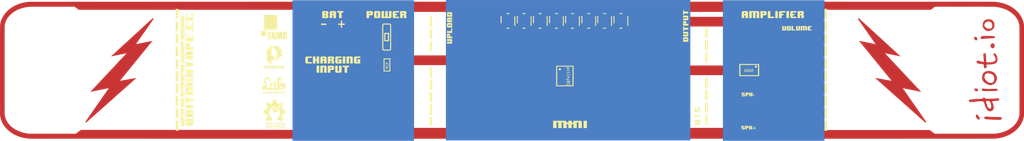
<source format=kicad_pcb>
(kicad_pcb (version 4) (host pcbnew 4.0.7)
  (layers (0 F.Cu signal) (31 B.Cu signal) (34 B.Paste user) (35 F.Paste user) (36 B.SilkS user) (37 F.SilkS user) (38 B.Mask user) (39 F.Mask user) (44 Edge.Cuts user))
  (net 0 "")
  (module LOGO (layer F.Cu) (at 0 0)
    (fp_text reference "G***" hide)
    (fp_text value "LOGO" hide)
    (fp_poly (pts (xy -23.901400 17.246600) (xy -53.530500 17.246600) (xy -53.530500 -17.132300) (xy -23.901400 -17.132300) (xy -23.901400 17.246600)) (layer B.Cu) (width 0.010000))
    (fp_poly (pts (xy 76.174600 17.246600) (xy 51.422300 17.246600) (xy 51.422300 -17.132300) (xy 76.174600 -17.132300) (xy 76.174600 17.246600)) (layer B.Cu) (width 0.010000))
    (fp_poly (pts (xy 43.472100 17.157700) (xy -16.116300 17.157700) (xy -16.116300 -17.195800) (xy 43.472100 -17.195800) (xy 43.472100 17.157700)) (layer B.Cu) (width 0.010000))
  )
  (module LOGO (layer F.Cu) (at 0 0)
    (fp_text reference "G***" hide)
    (fp_text value "LOGO" hide)
    (fp_poly (pts (xy 44.257401 -16.775573) (xy 45.652083 -16.775568) (xy 47.040002 -16.775560) (xy 48.420941 -16.775549) (xy 49.794684 -16.775536) (xy 51.161015 -16.775520) (xy 52.519719 -16.775502) (xy 53.870580 -16.775481) (xy 55.213381 -16.775458) (xy 56.547907 -16.775431) (xy 57.873943 -16.775403) (xy 59.191271 -16.775371) (xy 60.499677 -16.775337) (xy 61.798944 -16.775300) (xy 63.088857 -16.775261) (xy 64.369199 -16.775219) (xy 65.639755 -16.775174) (xy 66.900310 -16.775127) (xy 68.150646 -16.775077) (xy 69.390548 -16.775024) (xy 70.619801 -16.774968) (xy 71.838189 -16.774910) (xy 73.045495 -16.774849) (xy 74.241504 -16.774785) (xy 75.426000 -16.774718) (xy 76.598766 -16.774649) (xy 77.759588 -16.774577) (xy 78.908250 -16.774502) (xy 80.044534 -16.774424) (xy 81.168227 -16.774343) (xy 82.279111 -16.774260) (xy 83.376971 -16.774173) (xy 84.461590 -16.774084) (xy 85.532754 -16.773992) (xy 86.590247 -16.773897) (xy 87.633851 -16.773800) (xy 88.663352 -16.773699) (xy 89.678534 -16.773596) (xy 90.679181 -16.773489) (xy 91.665076 -16.773380) (xy 92.636005 -16.773267) (xy 93.591750 -16.773152) (xy 94.532097 -16.773034) (xy 95.456830 -16.772913) (xy 96.365732 -16.772789) (xy 97.258588 -16.772662) (xy 98.135181 -16.772532) (xy 98.995297 -16.772399) (xy 99.838719 -16.772263) (xy 100.665231 -16.772124) (xy 101.474617 -16.771981) (xy 102.266662 -16.771836) (xy 103.041150 -16.771688) (xy 103.797864 -16.771537) (xy 104.536589 -16.771383) (xy 105.257110 -16.771225) (xy 105.959209 -16.771065) (xy 106.642672 -16.770901) (xy 107.307283 -16.770735) (xy 107.952825 -16.770565) (xy 108.579082 -16.770392) (xy 109.185840 -16.770216) (xy 109.772881 -16.770037) (xy 110.339991 -16.769854) (xy 110.886953 -16.769669) (xy 111.413551 -16.769480) (xy 111.919570 -16.769288) (xy 112.404794 -16.769093) (xy 112.869006 -16.768895) (xy 113.311991 -16.768694) (xy 113.733534 -16.768489) (xy 114.133417 -16.768281) (xy 114.511426 -16.768070) (xy 114.867345 -16.767855) (xy 115.200957 -16.767638) (xy 115.512046 -16.767417) (xy 115.800398 -16.767192) (xy 116.065795 -16.766965) (xy 116.308023 -16.766734) (xy 116.526865 -16.766500) (xy 116.722106 -16.766262) (xy 116.893529 -16.766022) (xy 117.040918 -16.765777) (xy 117.164059 -16.765530) (xy 117.262734 -16.765279) (xy 117.336729 -16.765025) (xy 117.385826 -16.764767) (xy 117.409811 -16.764506) (xy 117.411500 -16.764457) (xy 117.619822 -16.754769) (xy 117.810372 -16.742830) (xy 117.990727 -16.727978) (xy 118.168465 -16.709548) (xy 118.351164 -16.686878) (xy 118.444303 -16.674091) (xy 118.906354 -16.597121) (xy 119.359615 -16.498046) (xy 119.803150 -16.377269) (xy 120.236023 -16.235192) (xy 120.657299 -16.072218) (xy 121.066040 -15.888750) (xy 121.461312 -15.685190) (xy 121.842178 -15.461942) (xy 122.207702 -15.219407) (xy 122.556948 -14.957989) (xy 122.695402 -14.845288) (xy 122.762418 -14.787244) (xy 122.842295 -14.714561) (xy 122.931278 -14.630949) (xy 123.025614 -14.540118) (xy 123.121549 -14.445778) (xy 123.215328 -14.351639) (xy 123.303199 -14.261410) (xy 123.381407 -14.178802) (xy 123.446198 -14.107525) (xy 123.471834 -14.077950) (xy 123.718360 -13.769483) (xy 123.940544 -13.453952) (xy 124.138543 -13.131009) (xy 124.312511 -12.800305) (xy 124.462603 -12.461491) (xy 124.588976 -12.114218) (xy 124.691783 -11.758137) (xy 124.771181 -11.392899) (xy 124.825166 -11.036300) (xy 124.826460 -11.024684) (xy 124.827702 -11.011401) (xy 124.828894 -10.995942) (xy 124.830037 -10.977798) (xy 124.831133 -10.956460) (xy 124.832181 -10.931419) (xy 124.833183 -10.902167) (xy 124.834140 -10.868195) (xy 124.835054 -10.828993) (xy 124.835924 -10.784053) (xy 124.836753 -10.732866) (xy 124.837540 -10.674923) (xy 124.838288 -10.609715) (xy 124.838997 -10.536733) (xy 124.839669 -10.455469) (xy 124.840303 -10.365413) (xy 124.840902 -10.266056) (xy 124.841466 -10.156891) (xy 124.841997 -10.037407) (xy 124.842495 -9.907097) (xy 124.842961 -9.765450) (xy 124.843397 -9.611959) (xy 124.843803 -9.446113) (xy 124.844180 -9.267406) (xy 124.844530 -9.075327) (xy 124.844854 -8.869367) (xy 124.845152 -8.649018) (xy 124.845426 -8.413772) (xy 124.845676 -8.163118) (xy 124.845904 -7.896548) (xy 124.846111 -7.613554) (xy 124.846297 -7.313626) (xy 124.846464 -6.996255) (xy 124.846613 -6.660933) (xy 124.846744 -6.307151) (xy 124.846859 -5.934399) (xy 124.846959 -5.542170) (xy 124.847045 -5.129953) (xy 124.847118 -4.697241) (xy 124.847178 -4.243524) (xy 124.847228 -3.768293) (xy 124.847267 -3.271040) (xy 124.847297 -2.751256) (xy 124.847320 -2.208431) (xy 124.847335 -1.642057) (xy 124.847344 -1.051626) (xy 124.847349 -0.436627) (xy 124.847350 -0.031750) (xy 124.847352 0.601179) (xy 124.847359 1.209222) (xy 124.847367 1.792893) (xy 124.847374 2.352704) (xy 124.847376 2.889171) (xy 124.847372 3.402806) (xy 124.847358 3.894123) (xy 124.847333 4.363636) (xy 124.847293 4.811859) (xy 124.847235 5.239305) (xy 124.847157 5.646488) (xy 124.847057 6.033922) (xy 124.846932 6.402120) (xy 124.846778 6.751597) (xy 124.846594 7.082865) (xy 124.846377 7.396439) (xy 124.846124 7.692831) (xy 124.845832 7.972557) (xy 124.845499 8.236130) (xy 124.845122 8.484063) (xy 124.844699 8.716869) (xy 124.844226 8.935064) (xy 124.843702 9.139160) (xy 124.843123 9.329671) (xy 124.842487 9.507111) (xy 124.841792 9.671994) (xy 124.841033 9.824832) (xy 124.840210 9.966141) (xy 124.839319 10.096433) (xy 124.838358 10.216223) (xy 124.837323 10.326024) (xy 124.836213 10.426349) (xy 124.835024 10.517713) (xy 124.833755 10.600629) (xy 124.832402 10.675611) (xy 124.830962 10.743173) (xy 124.829433 10.803828) (xy 124.827813 10.858089) (xy 124.826099 10.906472) (xy 124.824287 10.949488) (xy 124.822376 10.987653) (xy 124.820363 11.021480) (xy 124.818245 11.051482) (xy 124.816019 11.078173) (xy 124.813683 11.102067) (xy 124.811234 11.123678) (xy 124.808670 11.143519) (xy 124.805988 11.162104) (xy 124.803184 11.179946) (xy 124.800258 11.197560) (xy 124.797205 11.215459) (xy 124.794023 11.234157) (xy 124.790710 11.254167) (xy 124.788991 11.264900) (xy 124.720008 11.620573) (xy 124.626534 11.970890) (xy 124.509062 12.315073) (xy 124.368085 12.652342) (xy 124.204096 12.981921) (xy 124.017588 13.303030) (xy 123.809055 13.614893) (xy 123.578988 13.916730) (xy 123.327882 14.207763) (xy 123.056229 14.487215) (xy 122.764523 14.754308) (xy 122.453256 15.008262) (xy 122.383550 15.061279) (xy 122.024745 15.314967) (xy 121.650440 15.548854) (xy 121.261349 15.762689) (xy 120.858187 15.956221) (xy 120.441670 16.129200) (xy 120.012512 16.281375) (xy 119.571429 16.412494) (xy 119.119136 16.522307) (xy 118.656347 16.610564) (xy 118.183779 16.677012) (xy 117.702145 16.721401) (xy 117.640100 16.725464) (xy 117.623821 16.725801) (xy 117.585835 16.726134) (xy 117.526094 16.726463) (xy 117.444549 16.726786) (xy 117.341156 16.727106) (xy 117.215865 16.727420) (xy 117.068629 16.727730) (xy 116.899402 16.728036) (xy 116.708137 16.728337) (xy 116.494785 16.728633) (xy 116.259300 16.728925) (xy 116.001634 16.729212) (xy 115.721740 16.729495) (xy 115.419571 16.729773) (xy 115.095080 16.730046) (xy 114.748219 16.730316) (xy 114.378941 16.730580) (xy 113.987199 16.730841) (xy 113.572946 16.731096) (xy 113.136134 16.731348) (xy 112.676716 16.731594) (xy 112.194645 16.731837) (xy 111.689874 16.732075) (xy 111.162354 16.732308) (xy 110.612040 16.732537) (xy 110.038884 16.732762) (xy 109.442838 16.732982) (xy 108.823855 16.733198) (xy 108.181889 16.733410) (xy 107.516891 16.733617) (xy 106.828814 16.733819) (xy 106.117612 16.734018) (xy 105.383237 16.734212) (xy 104.625642 16.734401) (xy 103.844779 16.734587) (xy 103.040601 16.734768) (xy 102.213062 16.734944) (xy 101.362113 16.735117) (xy 100.487707 16.735285) (xy 99.589798 16.735449) (xy 98.668337 16.735608) (xy 97.723279 16.735763) (xy 96.754574 16.735914) (xy 95.762177 16.736061) (xy 94.746040 16.736203) (xy 93.706115 16.736342) (xy 92.642356 16.736476) (xy 91.554715 16.736605) (xy 90.443145 16.736731) (xy 89.307598 16.736852) (xy 88.148028 16.736969) (xy 86.964387 16.737082) (xy 85.756628 16.737191) (xy 84.524703 16.737295) (xy 83.268566 16.737396) (xy 81.988169 16.737492) (xy 80.683464 16.737584) (xy 79.354406 16.737672) (xy 78.000945 16.737756) (xy 76.623036 16.737836) (xy 75.220630 16.737911) (xy 73.793681 16.737983) (xy 72.342141 16.738050) (xy 70.865963 16.738113) (xy 69.365100 16.738173) (xy 67.839505 16.738228) (xy 66.289130 16.738279) (xy 64.713927 16.738326) (xy 63.113851 16.738369) (xy 61.488853 16.738408) (xy 59.838886 16.738443) (xy 58.163903 16.738474) (xy 56.463857 16.738501) (xy 54.738701 16.738523) (xy 52.988386 16.738542) (xy 51.212867 16.738557) (xy 49.412095 16.738568) (xy 47.586024 16.738575) (xy 45.734605 16.738578) (xy 45.500925 16.738578) (xy -26.428700 16.738600) (xy -26.428700 16.664157) (xy -26.952575 16.659325) (xy -27.095139 16.657864) (xy -27.215295 16.656051) (xy -27.316037 16.653461) (xy -27.400357 16.649671) (xy -27.471247 16.644255) (xy -27.531701 16.636789) (xy -27.584710 16.626848) (xy -27.633268 16.614007) (xy -27.680367 16.597842) (xy -27.729000 16.577928) (xy -27.782159 16.553839) (xy -27.819350 16.536316) (xy -27.979045 16.446627) (xy -28.124823 16.335702) (xy -28.256684 16.203538) (xy -28.374631 16.050132) (xy -28.478664 15.875483) (xy -28.568786 15.679588) (xy -28.644996 15.462445) (xy -28.707297 15.224052) (xy -28.755690 14.964407) (xy -28.760994 14.928850) (xy -28.765529 14.894624) (xy -28.769461 14.857450) (xy -28.772849 14.815216) (xy -28.775747 14.765811) (xy -28.778213 14.707124) (xy -28.780303 14.637044) (xy -28.782074 14.553459) (xy -28.783582 14.454260) (xy -28.784883 14.337334) (xy -28.786034 14.200571) (xy -28.787091 14.041860) (xy -28.787740 13.928725) (xy -28.792373 13.081000) (xy -29.004362 13.080574) (xy -29.216350 13.080148) (xy -29.755934 12.439650) (xy -29.756100 11.125200) (xy -27.063700 11.125200) (xy -27.063700 13.081000) (xy -27.763881 13.081000) (xy -27.758896 13.890625) (xy -27.757779 14.059443) (xy -27.756619 14.204985) (xy -27.755354 14.329374) (xy -27.753923 14.434732) (xy -27.752266 14.523184) (xy -27.750322 14.596853) (xy -27.748030 14.657861) (xy -27.745328 14.708333) (xy -27.742157 14.750391) (xy -27.738454 14.786159) (xy -27.734159 14.817761) (xy -27.731874 14.832043) (xy -27.698278 15.002863) (xy -27.657866 15.155601) (xy -27.611189 15.288997) (xy -27.558799 15.401791) (xy -27.501246 15.492725) (xy -27.439083 15.560540) (xy -27.400380 15.589250) (xy -27.338799 15.627350) (xy -26.883750 15.631123) (xy -26.428700 15.634896) (xy -26.428700 15.532100) (xy -26.225276 15.532100) (xy -26.229076 7.775575) (xy -26.229339 7.243272) (xy -26.229597 6.735770) (xy -26.229851 6.252471) (xy -26.230103 5.792775) (xy -26.230355 5.356085) (xy -26.230610 4.941801) (xy -26.230868 4.549324) (xy -26.231133 4.178056) (xy -26.231405 3.827399) (xy -26.231688 3.496752) (xy -26.231983 3.185518) (xy -26.232291 2.893098) (xy -26.232616 2.618893) (xy -26.232958 2.362305) (xy -26.233320 2.122734) (xy -26.233704 1.899582) (xy -26.234112 1.692250) (xy -26.234546 1.500139) (xy -26.235007 1.322651) (xy -26.235498 1.159187) (xy -26.236021 1.009148) (xy -26.236577 0.871935) (xy -26.237169 0.746951) (xy -26.237798 0.633595) (xy -26.238467 0.531269) (xy -26.239178 0.439374) (xy -26.239932 0.357313) (xy -26.240731 0.284485) (xy -26.241578 0.220292) (xy -26.242475 0.164136) (xy -26.243422 0.115418) (xy -26.244423 0.073538) (xy -26.245480 0.037899) (xy -26.246593 0.007901) (xy -26.247766 -0.017054) (xy -26.249000 -0.037565) (xy -26.250297 -0.054230) (xy -26.251659 -0.067650) (xy -26.253089 -0.078421) (xy -26.254587 -0.087143) (xy -26.254937 -0.088900) (xy -26.297257 -0.265369) (xy -26.347498 -0.418385) (xy -26.406132 -0.548777) (xy -26.473633 -0.657378) (xy -26.550474 -0.745016) (xy -26.637127 -0.812523) (xy -26.681270 -0.837479) (xy -26.705857 -0.849860) (xy -26.728726 -0.860827) (xy -26.751498 -0.870467) (xy -26.775792 -0.878864) (xy -26.803226 -0.886106) (xy -26.835421 -0.892278) (xy -26.873994 -0.897466) (xy -26.920567 -0.901756) (xy -26.976756 -0.905234) (xy -27.044182 -0.907987) (xy -27.124465 -0.910099) (xy -27.219222 -0.911658) (xy -27.330073 -0.912748) (xy -27.458638 -0.913457) (xy -27.606535 -0.913869) (xy -27.775384 -0.914072) (xy -27.966804 -0.914151) (xy -28.125553 -0.914180) (xy -28.298947 -0.914297) (xy -28.466031 -0.914573) (xy -28.624935 -0.914998) (xy -28.773788 -0.915558) (xy -28.910722 -0.916241) (xy -29.033866 -0.917034) (xy -29.141351 -0.917926) (xy -29.231307 -0.918904) (xy -29.301864 -0.919955) (xy -29.351153 -0.921067) (xy -29.377304 -0.922228) (xy -29.379678 -0.922477) (xy -29.417219 -0.929952) (xy -29.434942 -0.940865) (xy -29.438600 -0.954227) (xy -29.441323 -0.966378) (xy -29.452951 -0.973512) (xy -29.478678 -0.976917) (xy -29.523696 -0.977885) (xy -29.533850 -0.977900) (xy -29.629100 -0.977900) (xy -29.629100 -1.651000) (xy -29.438600 -1.651000) (xy -29.438600 -1.727200) (xy -28.260675 -1.727089) (xy -28.085440 -1.726937) (xy -27.914324 -1.726529) (xy -27.749453 -1.725883) (xy -27.592955 -1.725021) (xy -27.446956 -1.723961) (xy -27.313583 -1.722723) (xy -27.194962 -1.721327) (xy -27.093221 -1.719793) (xy -27.010486 -1.718140) (xy -26.948884 -1.716389) (xy -26.910542 -1.714559) (xy -26.910376 -1.714547) (xy -26.708472 -1.689067) (xy -26.520989 -1.642723) (xy -26.347700 -1.575402) (xy -26.188377 -1.486988) (xy -26.042791 -1.377368) (xy -25.910714 -1.246429) (xy -25.864124 -1.191187) (xy -25.761426 -1.048764) (xy -25.672853 -0.893826) (xy -25.597376 -0.723909) (xy -25.533971 -0.536552) (xy -25.481609 -0.329291) (xy -25.460140 -0.222250) (xy -25.431859 -0.069850) (xy -25.425217 15.532100) (xy -25.330246 15.532100) (xy -25.235275 15.532099) (xy -24.565403 14.814549) (xy -23.895532 14.096999) (xy -19.996391 14.097155) (xy -16.097250 14.097310) (xy -14.801850 15.531596) (xy -13.131800 15.532100) (xy -13.131800 13.754100) (xy -10.883900 13.754100) (xy -10.883900 15.532100) (xy -7.162800 15.532100) (xy -7.162800 14.022841) (xy -7.229475 14.000987) (xy -7.311665 13.968955) (xy -7.405460 13.923892) (xy -7.503490 13.869651) (xy -7.598382 13.810082) (xy -7.610475 13.801894) (xy -7.721601 13.725924) (xy -7.721600 12.457312) (xy -7.721600 11.188700) (xy -5.905500 11.188700) (xy -5.905500 12.449973) (xy -5.905501 13.711247) (xy -5.940425 13.744048) (xy -5.982861 13.778619) (xy -6.041684 13.819456) (xy -6.110134 13.862371) (xy -6.181450 13.903174) (xy -6.248871 13.937679) (xy -6.265068 13.945164) (xy -6.362673 13.989050) (xy -6.362687 14.760575) (xy -6.362700 15.532100) (xy 5.143500 15.532100) (xy 5.143499 15.234126) (xy 5.143994 15.122841) (xy 5.146039 15.033422) (xy 5.150473 14.962343) (xy 5.158135 14.906081) (xy 5.169866 14.861111) (xy 5.186504 14.823907) (xy 5.208889 14.790947) (xy 5.237861 14.758704) (xy 5.262450 14.734730) (xy 5.359646 14.659553) (xy 5.477937 14.597604) (xy 5.616616 14.549082) (xy 5.774974 14.514186) (xy 5.952303 14.493116) (xy 6.146800 14.486071) (xy 6.330211 14.492335) (xy 6.498480 14.510900) (xy 6.650378 14.541301) (xy 6.784673 14.583077) (xy 6.900134 14.635762) (xy 6.995529 14.698895) (xy 7.069629 14.772011) (xy 7.120157 14.852383) (xy 7.129469 14.873418) (xy 7.136602 14.893856) (xy 7.141848 14.917331) (xy 7.145498 14.947474) (xy 7.147844 14.987918) (xy 7.149176 15.042295) (xy 7.149787 15.114236) (xy 7.149967 15.207375) (xy 7.149975 15.224165) (xy 7.150100 15.532180) (xy 11.077384 15.525750) (xy 11.102171 15.462250) (xy 11.134357 15.386586) (xy 11.176802 15.296667) (xy 11.225860 15.199494) (xy 11.277887 15.102066) (xy 11.329237 15.011385) (xy 11.376265 14.934452) (xy 11.379896 14.928850) (xy 11.442412 14.840378) (xy 11.511566 14.755376) (xy 11.583425 14.677885) (xy 11.654058 14.611947) (xy 11.719533 14.561607) (xy 11.760200 14.537810) (xy 11.812640 14.515961) (xy 11.869644 14.497666) (xy 11.898458 14.490877) (xy 11.919853 14.489243) (xy 11.965036 14.487716) (xy 12.032395 14.486297) (xy 12.120317 14.484984) (xy 12.227190 14.483779) (xy 12.351403 14.482680) (xy 12.491342 14.481689) (xy 12.645397 14.480805) (xy 12.811955 14.480028) (xy 12.989403 14.479358) (xy 13.176131 14.478795) (xy 13.370525 14.478339) (xy 13.570973 14.477990) (xy 13.775864 14.477749) (xy 13.983585 14.477614) (xy 14.192525 14.477587) (xy 14.401070 14.477667) (xy 14.607610 14.477853) (xy 14.810532 14.478147) (xy 15.008223 14.478548) (xy 15.199072 14.479056) (xy 15.381466 14.479672) (xy 15.553795 14.480394) (xy 15.714444 14.481223) (xy 15.861803 14.482160) (xy 15.994259 14.483204) (xy 16.110200 14.484354) (xy 16.208014 14.485612) (xy 16.286089 14.486977) (xy 16.342812 14.488449) (xy 16.376573 14.490028) (xy 16.384441 14.490877) (xy 16.461809 14.511609) (xy 16.533999 14.545108) (xy 16.606167 14.594458) (xy 16.683468 14.662740) (xy 16.701572 14.680507) (xy 16.807266 14.799561) (xy 16.910594 14.943647) (xy 17.011388 15.112493) (xy 17.109477 15.305825) (xy 17.162931 15.424150) (xy 17.207040 15.525750) (xy 21.206724 15.532178) (xy 21.211265 15.217814) (xy 21.212733 15.120409) (xy 21.214213 15.044838) (xy 21.216070 14.987536) (xy 21.218665 14.944941) (xy 21.222362 14.913487) (xy 21.227524 14.889612) (xy 21.234513 14.869750) (xy 21.243693 14.850339) (xy 21.249902 14.838383) (xy 21.303229 14.762746) (xy 21.379556 14.693988) (xy 21.477158 14.633168) (xy 21.594313 14.581343) (xy 21.729296 14.539570) (xy 21.742400 14.536305) (xy 21.895223 14.505788) (xy 22.050742 14.487498) (xy 22.206407 14.480905) (xy 22.359670 14.485479) (xy 22.507982 14.500689) (xy 22.648794 14.526004) (xy 22.779557 14.560895) (xy 22.897723 14.604829) (xy 23.000742 14.657278) (xy 23.086067 14.717710) (xy 23.151148 14.785595) (xy 23.182729 14.836123) (xy 23.192891 14.857074) (xy 23.200708 14.876396) (xy 23.206488 14.897657) (xy 23.210537 14.924423) (xy 23.213164 14.960262) (xy 23.214676 15.008739) (xy 23.215381 15.073421) (xy 23.215587 15.157876) (xy 23.215600 15.217093) (xy 23.215600 15.532100) (xy 24.218900 15.532100) (xy 24.218900 13.985754) (xy 24.101425 13.926824) (xy 24.036680 13.892048) (xy 23.966600 13.850775) (xy 23.903346 13.810263) (xy 23.885525 13.797931) (xy 23.787100 13.727968) (xy 23.787100 11.188700) (xy 25.590500 11.188700) (xy 25.590500 13.727877) (xy 25.523825 13.777750) (xy 25.436364 13.837259) (xy 25.337219 13.895020) (xy 25.235857 13.945959) (xy 25.141748 13.985000) (xy 25.128580 13.989605) (xy 25.019000 14.026811) (xy 25.019000 15.532100) (xy 37.287200 15.532100) (xy 37.287200 13.690600) (xy 39.293800 13.690600) (xy 39.293800 15.532100) (xy 40.706675 15.531784) (xy 42.119550 15.531469) (xy 42.786300 14.814856) (xy 43.453050 14.098244) (xy 47.443509 14.097622) (xy 51.433969 14.097000) (xy 52.103712 14.814550) (xy 52.773454 15.532100) (xy 74.860150 15.531620) (xy 76.098308 14.617700) (xy 101.844364 14.617700) (xy 102.463949 15.074900) (xy 103.083535 15.532100) (xy 110.142742 15.531924) (xy 110.688890 15.531887) (xy 111.216037 15.531804) (xy 111.723908 15.531677) (xy 112.212228 15.531504) (xy 112.680722 15.531287) (xy 113.129115 15.531027) (xy 113.557132 15.530723) (xy 113.964498 15.530376) (xy 114.350939 15.529987) (xy 114.716179 15.529556) (xy 115.059943 15.529084) (xy 115.381957 15.528571) (xy 115.681945 15.528017) (xy 115.959633 15.527424) (xy 116.214746 15.526791) (xy 116.447009 15.526119) (xy 116.656146 15.525408) (xy 116.841884 15.524660) (xy 117.003946 15.523874) (xy 117.142059 15.523051) (xy 117.255946 15.522191) (xy 117.345334 15.521296) (xy 117.409948 15.520364) (xy 117.449511 15.519398) (xy 117.455950 15.519127) (xy 117.899918 15.486290) (xy 118.335641 15.432527) (xy 118.762202 15.358213) (xy 119.178687 15.263721) (xy 119.584180 15.149426) (xy 119.977767 15.015700) (xy 120.358532 14.862917) (xy 120.725560 14.691452) (xy 121.077936 14.501677) (xy 121.414745 14.293967) (xy 121.735071 14.068695) (xy 122.038000 13.826235) (xy 122.322617 13.566961) (xy 122.383616 13.506769) (xy 122.605317 13.272104) (xy 122.804206 13.034327) (xy 122.982868 12.789863) (xy 123.143888 12.535137) (xy 123.289849 12.266574) (xy 123.311158 12.223750) (xy 123.426348 11.971813) (xy 123.521255 11.724046) (xy 123.597853 11.473952) (xy 123.658117 11.215033) (xy 123.704019 10.940794) (xy 123.706591 10.922000) (xy 123.707943 10.911375) (xy 123.709241 10.899572) (xy 123.710486 10.886082) (xy 123.711680 10.870393) (xy 123.712824 10.851994) (xy 123.713919 10.830375) (xy 123.714965 10.805026) (xy 123.715964 10.775436) (xy 123.716918 10.741093) (xy 123.717826 10.701488) (xy 123.718691 10.656110) (xy 123.719513 10.604448) (xy 123.720293 10.545992) (xy 123.721033 10.480230) (xy 123.721733 10.406653) (xy 123.722395 10.324750) (xy 123.723019 10.234009) (xy 123.723607 10.133921) (xy 123.724160 10.023974) (xy 123.724679 9.903659) (xy 123.725165 9.772464) (xy 123.725619 9.629879) (xy 123.726042 9.475393) (xy 123.726435 9.308495) (xy 123.726800 9.128676) (xy 123.727137 8.935423) (xy 123.727447 8.728228) (xy 123.727732 8.506578) (xy 123.727993 8.269964) (xy 123.728230 8.017874) (xy 123.728445 7.749799) (xy 123.728639 7.465227) (xy 123.728813 7.163647) (xy 123.728968 6.844550) (xy 123.729105 6.507425) (xy 123.729225 6.151760) (xy 123.729330 5.777046) (xy 123.729420 5.382771) (xy 123.729496 4.968425) (xy 123.729560 4.533498) (xy 123.729612 4.077478) (xy 123.729654 3.599855) (xy 123.729687 3.100119) (xy 123.729711 2.577759) (xy 123.729729 2.032264) (xy 123.729740 1.463123) (xy 123.729747 0.869826) (xy 123.729749 0.251863) (xy 123.729750 -0.025400) (xy 123.729748 -0.654555) (xy 123.729743 -1.258818) (xy 123.729732 -1.838701) (xy 123.729716 -2.394712) (xy 123.729693 -2.927361) (xy 123.729662 -3.437157) (xy 123.729622 -3.924610) (xy 123.729571 -4.390229) (xy 123.729510 -4.834524) (xy 123.729436 -5.258004) (xy 123.729349 -5.661179) (xy 123.729247 -6.044558) (xy 123.729130 -6.408650) (xy 123.728997 -6.753966) (xy 123.728846 -7.081013) (xy 123.728676 -7.390303) (xy 123.728487 -7.682344) (xy 123.728277 -7.957646) (xy 123.728046 -8.216719) (xy 123.727791 -8.460071) (xy 123.727513 -8.688212) (xy 123.727210 -8.901652) (xy 123.726880 -9.100901) (xy 123.726524 -9.286467) (xy 123.726140 -9.458860) (xy 123.725726 -9.618589) (xy 123.725283 -9.766165) (xy 123.724808 -9.902096) (xy 123.724301 -10.026892) (xy 123.723760 -10.141062) (xy 123.723185 -10.245117) (xy 123.722575 -10.339564) (xy 123.721928 -10.424915) (xy 123.721243 -10.501678) (xy 123.720520 -10.570362) (xy 123.719757 -10.631478) (xy 123.718954 -10.685534) (xy 123.718108 -10.733040) (xy 123.717220 -10.774506) (xy 123.716288 -10.810441) (xy 123.715311 -10.841355) (xy 123.714287 -10.867756) (xy 123.713217 -10.890155) (xy 123.712099 -10.909061) (xy 123.710931 -10.924983) (xy 123.709713 -10.938431) (xy 123.708444 -10.949915) (xy 123.707123 -10.959943) (xy 123.707100 -10.960100) (xy 123.648865 -11.285908) (xy 123.568502 -11.600948) (xy 123.465682 -11.905858) (xy 123.340076 -12.201274) (xy 123.191355 -12.487833) (xy 123.019188 -12.766171) (xy 122.823247 -13.036925) (xy 122.603202 -13.300731) (xy 122.365878 -13.551122) (xy 122.094542 -13.805325) (xy 121.809916 -14.041072) (xy 121.509979 -14.259789) (xy 121.192712 -14.462903) (xy 120.856093 -14.651842) (xy 120.683771 -14.739533) (xy 120.295457 -14.917816) (xy 119.898819 -15.073870) (xy 119.492820 -15.207963) (xy 119.076426 -15.320360) (xy 118.648601 -15.411328) (xy 118.208310 -15.481134) (xy 117.754519 -15.530044) (xy 117.557766 -15.544540) (xy 117.528022 -15.545606) (xy 117.472942 -15.546628) (xy 117.392591 -15.547604) (xy 117.287034 -15.548536) (xy 117.156334 -15.549422) (xy 117.000557 -15.550262) (xy 116.819766 -15.551057) (xy 116.614026 -15.551807) (xy 116.383402 -15.552510) (xy 116.127958 -15.553168) (xy 115.847759 -15.553780) (xy 115.542868 -15.554346) (xy 115.213351 -15.554865) (xy 114.859272 -15.555338) (xy 114.480694 -15.555765) (xy 114.077684 -15.556145) (xy 113.650304 -15.556478) (xy 113.198620 -15.556765) (xy 112.722697 -15.557005) (xy 112.222597 -15.557198) (xy 111.698387 -15.557343) (xy 111.150129 -15.557442) (xy 110.577890 -15.557493) (xy 110.238293 -15.557500) (xy 103.121802 -15.557500) (xy 102.105494 -14.808200) (xy 76.135404 -14.808200) (xy 75.628072 -15.182850) (xy 75.120741 -15.557500) (xy 57.440593 -15.557500) (xy 57.534104 -15.482274) (xy 57.609298 -15.417125) (xy 57.691709 -15.337902) (xy 57.775071 -15.251220) (xy 57.853117 -15.163696) (xy 57.919582 -15.081944) (xy 57.942059 -15.051589) (xy 58.040307 -14.896338) (xy 58.125917 -14.725439) (xy 58.195357 -14.546957) (xy 58.245094 -14.368956) (xy 58.248950 -14.351000) (xy 58.254846 -14.320619) (xy 58.260190 -14.287899) (xy 58.265010 -14.251532) (xy 58.269332 -14.210207) (xy 58.273183 -14.162616) (xy 58.276590 -14.107449) (xy 58.279580 -14.043396) (xy 58.282179 -13.969147) (xy 58.284415 -13.883394) (xy 58.286313 -13.784827) (xy 58.287901 -13.672136) (xy 58.289205 -13.544011) (xy 58.290253 -13.399143) (xy 58.291071 -13.236223) (xy 58.291685 -13.053941) (xy 58.292123 -12.850987) (xy 58.292412 -12.626052) (xy 58.292577 -12.377826) (xy 58.292629 -12.214225) (xy 58.293000 -10.490200) (xy 58.826400 -10.490200) (xy 58.826400 -10.392512) (xy 59.006056 -10.383936) (xy 59.155839 -10.372029) (xy 59.285850 -10.350879) (xy 59.400414 -10.319270) (xy 59.503858 -10.275983) (xy 59.600507 -10.219803) (xy 59.608372 -10.214514) (xy 59.729578 -10.118097) (xy 59.834227 -10.004549) (xy 59.922581 -9.873318) (xy 59.994901 -9.723849) (xy 60.051447 -9.555589) (xy 60.092481 -9.367984) (xy 60.118263 -9.160482) (xy 60.120793 -9.128130) (xy 60.121870 -9.100826) (xy 60.122959 -9.048849) (xy 60.124056 -8.972925) (xy 60.125159 -8.873781) (xy 60.126264 -8.752143) (xy 60.127368 -8.608737) (xy 60.128467 -8.444290) (xy 60.129559 -8.259529) (xy 60.130640 -8.055180) (xy 60.131706 -7.831970) (xy 60.132756 -7.590625) (xy 60.133784 -7.331871) (xy 60.134788 -7.056436) (xy 60.135765 -6.765046) (xy 60.136712 -6.458426) (xy 60.137625 -6.137305) (xy 60.138500 -5.802408) (xy 60.139336 -5.454461) (xy 60.140128 -5.094192) (xy 60.140873 -4.722327) (xy 60.141084 -4.610100) (xy 60.149147 -0.260350) (xy 59.935448 -0.204643) (xy 59.753254 -0.155455) (xy 59.594421 -0.108542) (xy 59.457138 -0.062795) (xy 59.339595 -0.017104) (xy 59.239978 0.029643) (xy 59.156477 0.078554) (xy 59.087280 0.130741) (xy 59.030576 0.187313) (xy 58.984554 0.249382) (xy 58.947400 0.318057) (xy 58.917305 0.394448) (xy 58.907428 0.425450) (xy 58.904119 0.437521) (xy 58.901135 0.451543) (xy 58.898456 0.468846) (xy 58.896060 0.490765) (xy 58.893928 0.518631) (xy 58.892038 0.553779) (xy 58.890371 0.597540) (xy 58.888905 0.651247) (xy 58.887621 0.716233) (xy 58.886497 0.793831) (xy 58.885513 0.885375) (xy 58.884649 0.992195) (xy 58.883884 1.115626) (xy 58.883198 1.257000) (xy 58.882569 1.417651) (xy 58.881978 1.598910) (xy 58.881404 1.802110) (xy 58.880826 2.028585) (xy 58.880472 2.174875) (xy 58.876481 3.848100) (xy 58.051700 3.848100) (xy 58.052487 2.727325) (xy 58.052996 2.395940) (xy 58.054040 2.089251) (xy 58.055617 1.807318) (xy 58.057726 1.550206) (xy 58.060366 1.317976) (xy 58.063536 1.110691) (xy 58.067235 0.928415) (xy 58.071462 0.771208) (xy 58.076216 0.639134) (xy 58.081495 0.532256) (xy 58.087298 0.450637) (xy 58.093624 0.394338) (xy 58.094806 0.386971) (xy 58.136857 0.194952) (xy 58.194934 0.020233) (xy 58.269975 -0.138211) (xy 58.362914 -0.281406) (xy 58.474687 -0.410378) (xy 58.606229 -0.526152) (xy 58.758476 -0.629754) (xy 58.932364 -0.722209) (xy 59.128828 -0.804542) (xy 59.207400 -0.832636) (xy 59.328050 -0.873991) (xy 59.331425 -1.224396) (xy 59.334801 -1.574800) (xy 59.270900 -1.574800) (xy 59.270900 -3.987800) (xy 59.304143 -3.987800) (xy 59.337386 -3.987801) (xy 59.328788 -6.530975) (xy 59.327691 -6.836825) (xy 59.326523 -7.127232) (xy 59.325290 -7.401483) (xy 59.323998 -7.658869) (xy 59.322652 -7.898679) (xy 59.321257 -8.120201) (xy 59.319821 -8.322724) (xy 59.318347 -8.505538) (xy 59.316843 -8.667932) (xy 59.315314 -8.809194) (xy 59.313765 -8.928613) (xy 59.312203 -9.025479) (xy 59.310633 -9.099081) (xy 59.309061 -9.148707) (xy 59.307492 -9.173648) (xy 59.307486 -9.173694) (xy 59.284991 -9.299139) (xy 59.252462 -9.402012) (xy 59.210026 -9.482015) (xy 59.157807 -9.538847) (xy 59.152541 -9.542883) (xy 59.132877 -9.554884) (xy 59.108528 -9.563083) (xy 59.073989 -9.568420) (xy 59.023751 -9.571832) (xy 58.971566 -9.573718) (xy 58.826400 -9.577986) (xy 58.826400 -8.915400) (xy 56.819800 -8.915400) (xy 56.819800 -10.490200) (xy 57.495648 -10.490200) (xy 57.487336 -12.271375) (xy 57.485917 -12.554598) (xy 57.484406 -12.815699) (xy 57.482807 -13.054377) (xy 57.481124 -13.270328) (xy 57.479360 -13.463250) (xy 57.477519 -13.632841) (xy 57.475605 -13.778798) (xy 57.473620 -13.900819) (xy 57.471569 -13.998602) (xy 57.469455 -14.071843) (xy 57.467281 -14.120240) (xy 57.465415 -14.141450) (xy 57.453788 -14.199077) (xy 57.436165 -14.266045) (xy 57.416280 -14.328231) (xy 57.415486 -14.330430) (xy 57.353255 -14.466639) (xy 57.268277 -14.598140) (xy 57.163084 -14.722672) (xy 57.040213 -14.837974) (xy 56.902195 -14.941787) (xy 56.751567 -15.031849) (xy 56.590861 -15.105900) (xy 56.515000 -15.133711) (xy 56.407050 -15.170150) (xy 53.045430 -15.177218) (xy 52.241197 -14.732359) (xy 51.436965 -14.287500) (xy 47.444360 -14.287501) (xy 43.451756 -14.287501) (xy 42.468153 -14.723157) (xy 41.484550 -15.158814) (xy 41.477988 -13.741400) (xy 37.553900 -13.741400) (xy 37.553900 -15.557500) (xy 35.775900 -15.557500) (xy 35.777520 -12.773025) (xy 35.777829 -12.330294) (xy 35.778236 -11.893896) (xy 35.778738 -11.464537) (xy 35.779332 -11.042922) (xy 35.780014 -10.629756) (xy 35.780781 -10.225744) (xy 35.781629 -9.831590) (xy 35.782557 -9.448001) (xy 35.783559 -9.075681) (xy 35.784634 -8.715335) (xy 35.785778 -8.367668) (xy 35.786987 -8.033386) (xy 35.788259 -7.713193) (xy 35.789590 -7.407794) (xy 35.790977 -7.117895) (xy 35.792417 -6.844201) (xy 35.793907 -6.587416) (xy 35.795442 -6.348246) (xy 35.797021 -6.127396) (xy 35.798640 -5.925570) (xy 35.800295 -5.743475) (xy 35.801984 -5.581814) (xy 35.803703 -5.441293) (xy 35.805450 -5.322618) (xy 35.807219 -5.226493) (xy 35.809010 -5.153622) (xy 35.810817 -5.104713) (xy 35.812639 -5.080468) (xy 35.812716 -5.080000) (xy 35.843742 -4.930272) (xy 35.881997 -4.803379) (xy 35.928860 -4.697440) (xy 35.985706 -4.610574) (xy 36.053914 -4.540900) (xy 36.134860 -4.486538) (xy 36.229921 -4.445605) (xy 36.290250 -4.427741) (xy 36.364471 -4.411397) (xy 36.446389 -4.398956) (xy 36.539899 -4.390094) (xy 36.648898 -4.384493) (xy 36.777284 -4.381830) (xy 36.851891 -4.381500) (xy 37.122100 -4.381500) (xy 37.122100 -4.851400) (xy 39.275838 -4.851400) (xy 39.545169 -4.532244) (xy 39.814500 -4.213087) (xy 39.814500 -2.908300) (xy 37.122100 -2.908300) (xy 37.122100 -3.585345) (xy 36.941125 -3.577471) (xy 36.823611 -3.574886) (xy 36.695409 -3.576421) (xy 36.563927 -3.581693) (xy 36.436573 -3.590319) (xy 36.320756 -3.601916) (xy 36.236212 -3.613941) (xy 36.039433 -3.658342) (xy 35.859308 -3.721908) (xy 35.695907 -3.804565) (xy 35.549297 -3.906241) (xy 35.419546 -4.026865) (xy 35.306722 -4.166364) (xy 35.210893 -4.324666) (xy 35.132128 -4.501699) (xy 35.070493 -4.697390) (xy 35.028643 -4.895850) (xy 35.005360 -5.035550) (xy 23.304500 -5.041928) (xy 23.304500 -4.521200) (xy 21.729700 -4.521200) (xy 21.729700 -6.527800) (xy 23.304500 -6.527800) (xy 23.304500 -5.854700) (xy 34.975800 -5.854700) (xy 34.975800 -10.018210) (xy 34.975773 -10.349980) (xy 34.975695 -10.679089) (xy 34.975568 -11.004381) (xy 34.975394 -11.324697) (xy 34.975174 -11.638881) (xy 34.974911 -11.945775) (xy 34.974607 -12.244222) (xy 34.974263 -12.533064) (xy 34.973882 -12.811144) (xy 34.973466 -13.077305) (xy 34.973016 -13.330389) (xy 34.972535 -13.569239) (xy 34.972025 -13.792698) (xy 34.971488 -13.999607) (xy 34.970926 -14.188811) (xy 34.970340 -14.359151) (xy 34.969733 -14.509470) (xy 34.969107 -14.638611) (xy 34.968464 -14.745416) (xy 34.967805 -14.828729) (xy 34.967371 -14.869610) (xy 34.958943 -15.557500) (xy 33.502600 -15.557500) (xy 33.502600 -13.728700) (xy 30.911800 -13.728700) (xy 30.911800 -14.401800) (xy 29.070300 -14.401800) (xy 29.070300 -15.557500) (xy 25.946100 -15.557500) (xy 25.946100 -14.973300) (xy 26.162000 -14.973300) (xy 26.162000 -13.500100) (xy 24.803100 -13.500100) (xy 24.803099 -13.695178) (xy 24.803637 -13.768482) (xy 24.805115 -13.837769) (xy 24.807331 -13.896744) (xy 24.810082 -13.939110) (xy 24.811277 -13.949916) (xy 24.819454 -14.009577) (xy 24.963702 -14.005664) (xy 25.020795 -14.004888) (xy 25.067206 -14.005731) (xy 25.097900 -14.007999) (xy 25.107924 -14.011169) (xy 25.105311 -14.026001) (xy 25.098058 -14.061581) (xy 25.087019 -14.113862) (xy 25.073050 -14.178793) (xy 25.057006 -14.252325) (xy 25.056974 -14.252469) (xy 25.037101 -14.343947) (xy 25.022050 -14.417261) (xy 25.010972 -14.479007) (xy 25.003018 -14.535778) (xy 24.997337 -14.594170) (xy 24.993082 -14.660779) (xy 24.989402 -14.742198) (xy 24.987444 -14.792326) (xy 24.980536 -14.973301) (xy 25.120418 -14.973301) (xy 25.260300 -14.973300) (xy 25.260300 -15.557500) (xy 21.983700 -15.557500) (xy 21.983700 -14.973300) (xy 22.212300 -14.973300) (xy 22.212300 -13.500100) (xy 20.853400 -13.500100) (xy 20.853400 -14.009594) (xy 21.005824 -14.005672) (xy 21.064649 -14.004382) (xy 21.112925 -14.003750) (xy 21.145748 -14.003808) (xy 21.158215 -14.004591) (xy 21.158224 -14.004622) (xy 21.155713 -14.017322) (xy 21.148707 -14.051209) (xy 21.137971 -14.102621) (xy 21.124271 -14.167894) (xy 21.108372 -14.243368) (xy 21.102471 -14.271322) (xy 21.082480 -14.368081) (xy 21.067517 -14.446973) (xy 21.056676 -14.514832) (xy 21.049053 -14.578488) (xy 21.043742 -14.644773) (xy 21.039839 -14.720519) (xy 21.038498 -14.754226) (xy 21.030254 -14.973301) (xy 21.170427 -14.973301) (xy 21.310600 -14.973300) (xy 21.310600 -15.557500) (xy 18.084800 -15.557500) (xy 18.084800 -14.973300) (xy 18.313400 -14.973300) (xy 18.313400 -13.500100) (xy 16.954500 -13.500100) (xy 16.954500 -14.008100) (xy 17.107141 -14.008101) (xy 17.171368 -14.008246) (xy 17.214241 -14.009211) (xy 17.239808 -14.011786) (xy 17.252114 -14.016763) (xy 17.255207 -14.024934) (xy 17.253227 -14.036676) (xy 17.222355 -14.173882) (xy 17.197526 -14.290915) (xy 17.178050 -14.392093) (xy 17.163237 -14.481734) (xy 17.152399 -14.564157) (xy 17.144844 -14.643680) (xy 17.139885 -14.724622) (xy 17.138629 -14.754225) (xy 17.130250 -14.973300) (xy 17.411700 -14.973300) (xy 17.411700 -15.557500) (xy 14.147800 -15.557500) (xy 14.147800 -14.973300) (xy 14.363700 -14.973300) (xy 14.363700 -13.500100) (xy 13.017500 -13.500100) (xy 13.017500 -14.007319) (xy 13.167763 -14.010885) (xy 13.318026 -14.014450) (xy 13.263624 -14.255750) (xy 13.243812 -14.345437) (xy 13.229151 -14.417975) (xy 13.218648 -14.480864) (xy 13.211312 -14.541602) (xy 13.206153 -14.607688) (xy 13.202179 -14.686620) (xy 13.200254 -14.735175) (xy 13.191287 -14.973300) (xy 13.474700 -14.973300) (xy 13.474700 -15.557500) (xy 10.210800 -15.557500) (xy 10.210800 -14.973300) (xy 10.426700 -14.973300) (xy 10.426700 -13.487400) (xy 9.080500 -13.487400) (xy 9.080500 -14.008100) (xy 9.233755 -14.008101) (xy 9.298304 -14.008393) (xy 9.341409 -14.009669) (xy 9.367026 -14.012528) (xy 9.379109 -14.017568) (xy 9.381611 -14.025388) (xy 9.380564 -14.030326) (xy 9.375941 -14.049359) (xy 9.366968 -14.088911) (xy 9.354601 -14.144663) (xy 9.339800 -14.212293) (xy 9.323523 -14.287483) (xy 9.323519 -14.287500) (xy 9.303984 -14.381027) (xy 9.289665 -14.458160) (xy 9.279502 -14.527118) (xy 9.272432 -14.596119) (xy 9.267394 -14.673383) (xy 9.264066 -14.747875) (xy 9.255212 -14.973300) (xy 9.537700 -14.973300) (xy 9.537700 -15.557500) (xy 6.273800 -15.557500) (xy 6.273800 -14.973300) (xy 6.502400 -14.973300) (xy 6.502400 -13.487400) (xy 5.143500 -13.487400) (xy 5.143500 -14.008100) (xy 5.296141 -14.008100) (xy 5.360368 -14.008246) (xy 5.403240 -14.009210) (xy 5.428803 -14.011784) (xy 5.441104 -14.016760) (xy 5.444186 -14.024929) (xy 5.442190 -14.036675) (xy 5.412439 -14.167639) (xy 5.388490 -14.278377) (xy 5.369651 -14.373220) (xy 5.355226 -14.456499) (xy 5.344524 -14.532544) (xy 5.336849 -14.605684) (xy 5.331510 -14.680251) (xy 5.328294 -14.747875) (xy 5.319460 -14.973300) (xy 5.600700 -14.973300) (xy 5.600700 -15.557500) (xy 2.336800 -15.557500) (xy 2.336800 -14.973300) (xy 2.552700 -14.973300) (xy 2.552700 -13.500100) (xy 1.206500 -13.500100) (xy 1.206500 -14.008100) (xy 1.356852 -14.008101) (xy 1.507205 -14.008101) (xy 1.452544 -14.258926) (xy 1.432754 -14.351706) (xy 1.418036 -14.427073) (xy 1.407436 -14.492288) (xy 1.399999 -14.554613) (xy 1.394771 -14.621311) (xy 1.390799 -14.699642) (xy 1.389132 -14.741525) (xy 1.380381 -14.973300) (xy 1.663700 -14.973300) (xy 1.663700 -15.557500) (xy -1.600200 -15.557500) (xy -1.600200 -14.973300) (xy -1.384300 -14.973300) (xy -1.384300 -13.487400) (xy -2.730500 -13.487400) (xy -2.730500 -14.008100) (xy -2.584450 -14.008100) (xy -2.520352 -14.008605) (xy -2.477676 -14.010466) (xy -2.452457 -14.014201) (xy -2.440731 -14.020329) (xy -2.438400 -14.027222) (xy -2.441060 -14.045267) (xy -2.448449 -14.083786) (xy -2.459687 -14.138481) (xy -2.473891 -14.205051) (xy -2.489305 -14.275271) (xy -2.509322 -14.368256) (xy -2.523847 -14.444467) (xy -2.533939 -14.511668) (xy -2.540660 -14.577627) (xy -2.545070 -14.650108) (xy -2.546962 -14.697475) (xy -2.549676 -14.768483) (xy -2.552594 -14.833575) (xy -2.555428 -14.887065) (xy -2.557893 -14.923268) (xy -2.558759 -14.932026) (xy -2.563804 -14.973301) (xy -2.418552 -14.973301) (xy -2.273300 -14.973300) (xy -2.273300 -15.557500) (xy -2.638425 -15.557432) (xy -3.003550 -15.557363) (xy -3.186975 -14.725582) (xy -3.370400 -13.893800) (xy -6.502400 -13.893800) (xy -6.502400 -15.557500) (xy -8.089900 -15.557500) (xy -8.089964 -15.319375) (xy -8.090085 -15.288237) (xy -8.090430 -15.232701) (xy -8.090992 -15.153766) (xy -8.091761 -15.052433) (xy -8.092730 -14.929703) (xy -8.093889 -14.786575) (xy -8.095230 -14.624051) (xy -8.096745 -14.443130) (xy -8.098424 -14.244813) (xy -8.100259 -14.030100) (xy -8.102242 -13.799991) (xy -8.104363 -13.555488) (xy -8.106614 -13.297589) (xy -8.108987 -13.027296) (xy -8.111473 -12.745609) (xy -8.114064 -12.453528) (xy -8.116749 -12.152054) (xy -8.119522 -11.842186) (xy -8.122374 -11.524926) (xy -8.125295 -11.201273) (xy -8.128278 -10.872229) (xy -8.128633 -10.833100) (xy -8.131608 -10.502035) (xy -8.134476 -10.175556) (xy -8.137229 -9.854700) (xy -8.139862 -9.540506) (xy -8.142366 -9.234011) (xy -8.144736 -8.936255) (xy -8.146964 -8.648275) (xy -8.149043 -8.371109) (xy -8.150967 -8.105796) (xy -8.152728 -7.853373) (xy -8.154319 -7.614879) (xy -8.155734 -7.391352) (xy -8.156966 -7.183830) (xy -8.158007 -6.993351) (xy -8.158851 -6.820953) (xy -8.159492 -6.667675) (xy -8.159921 -6.534555) (xy -8.160132 -6.422630) (xy -8.160118 -6.332939) (xy -8.159873 -6.266520) (xy -8.159389 -6.224411) (xy -8.159359 -6.223000) (xy -8.155175 -6.073692) (xy -8.149261 -5.944808) (xy -8.141048 -5.831399) (xy -8.129969 -5.728515) (xy -8.115456 -5.631206) (xy -8.096940 -5.534524) (xy -8.073854 -5.433520) (xy -8.064397 -5.395470) (xy -7.982013 -5.115083) (xy -7.879604 -4.844542) (xy -7.758306 -4.585954) (xy -7.619253 -4.341424) (xy -7.463583 -4.113058) (xy -7.292431 -3.902962) (xy -7.213679 -3.818058) (xy -7.026443 -3.639051) (xy -6.832994 -3.484082) (xy -6.631449 -3.352159) (xy -6.419926 -3.242293) (xy -6.196543 -3.153492) (xy -5.959416 -3.084767) (xy -5.734050 -3.039480) (xy -5.702996 -3.034746) (xy -5.670953 -3.030729) (xy -5.635703 -3.027383) (xy -5.595029 -3.024660) (xy -5.546712 -3.022512) (xy -5.488537 -3.020891) (xy -5.418283 -3.019751) (xy -5.333735 -3.019043) (xy -5.232675 -3.018720) (xy -5.112884 -3.018735) (xy -4.972146 -3.019039) (xy -4.808242 -3.019586) (xy -4.806950 -3.019590) (xy -4.678359 -3.020217) (xy -4.527595 -3.021214) (xy -4.357884 -3.022546) (xy -4.172451 -3.024181) (xy -3.974519 -3.026084) (xy -3.767315 -3.028223) (xy -3.554062 -3.030565) (xy -3.337986 -3.033075) (xy -3.122311 -3.035720) (xy -2.910262 -3.038466) (xy -2.705064 -3.041281) (xy -2.673350 -3.041732) (xy -2.466600 -3.044682) (xy -2.250426 -3.047762) (xy -2.028291 -3.050922) (xy -1.803657 -3.054114) (xy -1.579987 -3.057289) (xy -1.360742 -3.060396) (xy -1.149385 -3.063388) (xy -0.949378 -3.066215) (xy -0.764184 -3.068829) (xy -0.597264 -3.071179) (xy -0.452081 -3.073217) (xy -0.444500 -3.073324) (xy -0.340698 -3.074655) (xy -0.213295 -3.076080) (xy -0.064092 -3.077585) (xy 0.105111 -3.079158) (xy 0.292514 -3.080785) (xy 0.496317 -3.082453) (xy 0.714721 -3.084150) (xy 0.945925 -3.085862) (xy 1.188129 -3.087575) (xy 1.439534 -3.089278) (xy 1.698340 -3.090957) (xy 1.962747 -3.092599) (xy 2.230954 -3.094191) (xy 2.501163 -3.095720) (xy 2.771572 -3.097172) (xy 3.022600 -3.098448) (xy 3.303138 -3.099837) (xy 3.591824 -3.101272) (xy 3.886339 -3.102743) (xy 4.184364 -3.104237) (xy 4.483580 -3.105743) (xy 4.781669 -3.107249) (xy 5.076312 -3.108743) (xy 5.365190 -3.110213) (xy 5.645985 -3.111647) (xy 5.916377 -3.113034) (xy 6.174048 -3.114361) (xy 6.416678 -3.115618) (xy 6.641951 -3.116791) (xy 6.847545 -3.117871) (xy 7.031144 -3.118843) (xy 7.108825 -3.119258) (xy 8.610600 -3.127309) (xy 8.610600 -3.479800) (xy 10.617200 -3.479800) (xy 10.617200 -1.905000) (xy 8.610600 -1.905000) (xy 8.610600 -2.317750) (xy 7.407275 -2.314655) (xy 7.216529 -2.314091) (xy 7.020186 -2.313374) (xy 6.821465 -2.312523) (xy 6.623587 -2.311556) (xy 6.429773 -2.310494) (xy 6.243243 -2.309356) (xy 6.067218 -2.308160) (xy 5.904920 -2.306927) (xy 5.759567 -2.305675) (xy 5.634382 -2.304424) (xy 5.567834 -2.303651) (xy 4.931718 -2.295742) (xy 4.923601 -1.328846) (xy 4.921835 -1.141402) (xy 4.919540 -0.934052) (xy 4.916797 -0.712284) (xy 4.913685 -0.481586) (xy 4.910284 -0.247445) (xy 4.906674 -0.015348) (xy 4.902934 0.209217) (xy 4.899146 0.420762) (xy 4.895389 0.613801) (xy 4.895084 0.628650) (xy 4.889150 0.936724) (xy 4.884560 1.220107) (xy 4.881325 1.479472) (xy 4.879454 1.715492) (xy 4.878956 1.928841) (xy 4.879842 2.120192) (xy 4.882121 2.290219) (xy 4.885803 2.439595) (xy 4.890897 2.568993) (xy 4.897415 2.679087) (xy 4.905364 2.770550) (xy 4.914755 2.844055) (xy 4.925599 2.900277) (xy 4.928145 2.910264) (xy 4.940626 2.956678) (xy 5.070638 2.964992) (xy 5.100288 2.966043) (xy 5.153576 2.966989) (xy 5.228742 2.967825) (xy 5.324023 2.968545) (xy 5.437659 2.969146) (xy 5.567889 2.969622) (xy 5.712950 2.969968) (xy 5.871082 2.970181) (xy 6.040524 2.970254) (xy 6.219514 2.970183) (xy 6.406291 2.969964) (xy 6.599093 2.969592) (xy 6.685492 2.969378) (xy 6.919811 2.968707) (xy 7.129873 2.967990) (xy 7.316824 2.967212) (xy 7.481806 2.966357) (xy 7.625964 2.965412) (xy 7.750443 2.964359) (xy 7.856385 2.963184) (xy 7.944935 2.961872) (xy 8.017237 2.960408) (xy 8.074435 2.958776) (xy 8.117673 2.956961) (xy 8.148095 2.954949) (xy 8.166844 2.952723) (xy 8.175066 2.950269) (xy 8.175626 2.949575) (xy 8.181299 2.946870) (xy 8.197239 2.944471) (xy 8.224691 2.942360) (xy 8.264898 2.940522) (xy 8.319104 2.938941) (xy 8.388552 2.937603) (xy 8.474487 2.936491) (xy 8.578152 2.935590) (xy 8.700791 2.934884) (xy 8.843647 2.934357) (xy 9.007965 2.933995) (xy 9.194988 2.933782) (xy 9.405960 2.933701) (xy 9.443508 2.933700) (xy 10.706100 2.933700) (xy 10.706100 4.013200) (xy 8.178800 4.013200) (xy 8.178800 3.770175) (xy 6.594475 3.772967) (xy 6.350002 3.773382) (xy 6.129527 3.773691) (xy 5.931647 3.773850) (xy 5.754960 3.773814) (xy 5.598063 3.773539) (xy 5.459555 3.772981) (xy 5.338032 3.772094) (xy 5.232093 3.770834) (xy 5.140335 3.769158) (xy 5.061355 3.767019) (xy 4.993752 3.764375) (xy 4.936122 3.761179) (xy 4.887065 3.757388) (xy 4.845176 3.752958) (xy 4.809054 3.747843) (xy 4.777297 3.741999) (xy 4.748502 3.735382) (xy 4.721267 3.727947) (xy 4.694189 3.719650) (xy 4.670252 3.711887) (xy 4.542929 3.657206) (xy 4.429994 3.581965) (xy 4.332560 3.487258) (xy 4.251738 3.374180) (xy 4.188641 3.243825) (xy 4.185047 3.234427) (xy 4.162165 3.167140) (xy 4.141974 3.093164) (xy 4.124390 3.010997) (xy 4.109327 2.919137) (xy 4.096701 2.816085) (xy 4.086427 2.700338) (xy 4.078420 2.570396) (xy 4.072595 2.424757) (xy 4.068866 2.261920) (xy 4.067150 2.080384) (xy 4.067361 1.878647) (xy 4.069415 1.655209) (xy 4.073225 1.408568) (xy 4.075375 1.295400) (xy 4.081600 0.980664) (xy 4.087264 0.688947) (xy 4.092408 0.417874) (xy 4.097071 0.165069) (xy 4.101293 -0.071843) (xy 4.105112 -0.295235) (xy 4.108570 -0.507483) (xy 4.111704 -0.710962) (xy 4.114555 -0.908047) (xy 4.117161 -1.101112) (xy 4.119563 -1.292531) (xy 4.121800 -1.484681) (xy 4.122226 -1.522895) (xy 4.130845 -2.302839) (xy 2.614697 -2.294160) (xy 2.308297 -2.292331) (xy 2.011993 -2.290404) (xy 1.723363 -2.288352) (xy 1.439983 -2.286147) (xy 1.159432 -2.283763) (xy 0.879285 -2.281173) (xy 0.597120 -2.278352) (xy 0.310513 -2.275272) (xy 0.017043 -2.271906) (xy -0.285715 -2.268229) (xy -0.600183 -2.264213) (xy -0.928785 -2.259832) (xy -1.273942 -2.255059) (xy -1.638079 -2.249868) (xy -2.023618 -2.244232) (xy -2.286000 -2.240329) (xy -2.497983 -2.237303) (xy -2.722097 -2.234371) (xy -2.954593 -2.231569) (xy -3.191720 -2.228931) (xy -3.429728 -2.226493) (xy -3.664867 -2.224290) (xy -3.893385 -2.222357) (xy -4.111534 -2.220730) (xy -4.315562 -2.219442) (xy -4.501720 -2.218530) (xy -4.666256 -2.218029) (xy -4.667250 -2.218027) (xy -4.854398 -2.217722) (xy -5.018046 -2.217566) (xy -5.160093 -2.217593) (xy -5.282439 -2.217837) (xy -5.386983 -2.218334) (xy -5.475625 -2.219116) (xy -5.550265 -2.220219) (xy -5.612802 -2.221677) (xy -5.665135 -2.223523) (xy -5.709164 -2.225793) (xy -5.746790 -2.228519) (xy -5.779910 -2.231738) (xy -5.810425 -2.235482) (xy -5.835650 -2.239091) (xy -6.128397 -2.294794) (xy -6.407636 -2.371900) (xy -6.674061 -2.470751) (xy -6.928366 -2.591691) (xy -7.171243 -2.735062) (xy -7.403388 -2.901209) (xy -7.625493 -3.090473) (xy -7.700527 -3.161792) (xy -7.895254 -3.364205) (xy -8.070081 -3.572534) (xy -8.228311 -3.791369) (xy -8.373249 -4.025304) (xy -8.508202 -4.278931) (xy -8.516062 -4.294892) (xy -8.601258 -4.468634) (xy -8.659002 -4.390142) (xy -8.711211 -4.325042) (xy -8.778396 -4.250020) (xy -8.855212 -4.170396) (xy -8.936313 -4.091486) (xy -9.016355 -4.018608) (xy -9.089994 -3.957081) (xy -9.109040 -3.942383) (xy -9.316630 -3.801156) (xy -9.541255 -3.677979) (xy -9.783186 -3.572746) (xy -10.042697 -3.485352) (xy -10.320060 -3.415690) (xy -10.598150 -3.366159) (xy -10.667628 -3.356584) (xy -10.732835 -3.348595) (xy -10.787311 -3.342916) (xy -10.824595 -3.340272) (xy -10.829925 -3.340169) (xy -10.883900 -3.340100) (xy -10.883900 -2.908300) (xy -13.576300 -2.908300) (xy -13.576300 -4.851400) (xy -12.499975 -4.851187) (xy -11.423650 -4.850973) (xy -11.156950 -4.534308) (xy -11.077094 -4.438893) (xy -11.012962 -4.360852) (xy -10.963356 -4.298616) (xy -10.927081 -4.250615) (xy -10.902939 -4.215280) (xy -10.889734 -4.191042) (xy -10.886306 -4.179394) (xy -10.880637 -4.152876) (xy -10.866240 -4.144990) (xy -10.848206 -4.146701) (xy -10.821812 -4.150774) (xy -10.777108 -4.157449) (xy -10.720927 -4.165712) (xy -10.674350 -4.172490) (xy -10.442676 -4.215369) (xy -10.223642 -4.274723) (xy -10.019035 -4.349764) (xy -9.830642 -4.439701) (xy -9.660251 -4.543746) (xy -9.509648 -4.661111) (xy -9.457362 -4.709640) (xy -9.328954 -4.852332) (xy -9.217980 -5.011438) (xy -9.125722 -5.183773) (xy -9.053462 -5.366147) (xy -9.002481 -5.555376) (xy -8.974061 -5.748272) (xy -8.968891 -5.924550) (xy -8.969082 -5.947448) (xy -8.969063 -5.994627) (xy -8.968843 -6.064967) (xy -8.968430 -6.157351) (xy -8.967835 -6.270660) (xy -8.967064 -6.403776) (xy -8.966128 -6.555579) (xy -8.965035 -6.724952) (xy -8.963794 -6.910776) (xy -8.962414 -7.111932) (xy -8.960903 -7.327302) (xy -8.959271 -7.555768) (xy -8.957526 -7.796210) (xy -8.955678 -8.047511) (xy -8.953734 -8.308551) (xy -8.951704 -8.578213) (xy -8.949597 -8.855378) (xy -8.947421 -9.138927) (xy -8.945185 -9.427742) (xy -8.942899 -9.720704) (xy -8.940571 -10.016695) (xy -8.938209 -10.314596) (xy -8.935823 -10.613289) (xy -8.933421 -10.911654) (xy -8.931013 -11.208575) (xy -8.928607 -11.502932) (xy -8.926212 -11.793606) (xy -8.923837 -12.079480) (xy -8.921491 -12.359434) (xy -8.919181 -12.632350) (xy -8.916919 -12.897110) (xy -8.914711 -13.152595) (xy -8.912568 -13.397687) (xy -8.910497 -13.631266) (xy -8.908508 -13.852215) (xy -8.906609 -14.059416) (xy -8.904810 -14.251748) (xy -8.903119 -14.428095) (xy -8.901545 -14.587337) (xy -8.900097 -14.728356) (xy -8.898783 -14.850033) (xy -8.897613 -14.951251) (xy -8.897539 -14.957426) (xy -8.890235 -15.557501) (xy -9.956918 -15.557501) (xy -11.023600 -15.557500) (xy -11.023600 -13.893800) (xy -14.391217 -13.893800) (xy -14.383150 -14.125575) (xy -14.373836 -14.339554) (xy -14.361432 -14.530745) (xy -14.345622 -14.701608) (xy -14.326090 -14.854603) (xy -14.302523 -14.992190) (xy -14.274604 -15.116830) (xy -14.242018 -15.230982) (xy -14.241164 -15.233650) (xy -14.219824 -15.290806) (xy -14.190731 -15.356452) (xy -14.158031 -15.422188) (xy -14.125875 -15.479613) (xy -14.101606 -15.516225) (xy -14.070308 -15.557500) (xy -14.916150 -15.556446) (xy -16.097250 -14.287862) (xy -20.005237 -14.287681) (xy -23.913224 -14.287501) (xy -25.099622 -15.557501) (xy -37.829161 -15.557501) (xy -50.558700 -15.557500) (xy -50.558700 -7.428167) (xy -50.453925 -7.519022) (xy -50.274500 -7.658343) (xy -50.076314 -7.781891) (xy -49.861087 -7.888915) (xy -49.630540 -7.978667) (xy -49.386392 -8.050395) (xy -49.130365 -8.103350) (xy -49.104550 -8.107524) (xy -48.996699 -8.123675) (xy -48.892325 -8.137328) (xy -48.788146 -8.148669) (xy -48.680877 -8.157881) (xy -48.567235 -8.165148) (xy -48.443938 -8.170652) (xy -48.307701 -8.174579) (xy -48.155242 -8.177111) (xy -47.983278 -8.178433) (xy -47.831375 -8.178741) (xy -47.307500 -8.178800) (xy -47.307500 -10.045700) (xy -44.500800 -10.045700) (xy -44.500800 -5.918200) (xy -47.307500 -5.918200) (xy -47.307500 -7.241752) (xy -47.964725 -7.235418) (xy -48.116707 -7.233853) (xy -48.246013 -7.232253) (xy -48.355369 -7.230514) (xy -48.447502 -7.228531) (xy -48.525135 -7.226198) (xy -48.590993 -7.223410) (xy -48.647803 -7.220062) (xy -48.698289 -7.216050) (xy -48.745177 -7.211268) (xy -48.791191 -7.205611) (xy -48.812450 -7.202736) (xy -49.038199 -7.164340) (xy -49.242348 -7.114090) (xy -49.426224 -7.051058) (xy -49.591155 -6.974320) (xy -49.738470 -6.882949) (xy -49.869497 -6.776019) (xy -49.985563 -6.652604) (xy -50.087997 -6.511779) (xy -50.178127 -6.352618) (xy -50.245516 -6.203540) (xy -50.310321 -6.024412) (xy -50.367922 -5.822899) (xy -50.418017 -5.601058) (xy -50.460304 -5.360950) (xy -50.494483 -5.104632) (xy -50.520253 -4.834163) (xy -50.537312 -4.551601) (xy -50.545360 -4.259005) (xy -50.545993 -4.149725) (xy -50.546695 -4.063157) (xy -50.548728 -3.995989) (xy -50.551994 -3.949958) (xy -50.556397 -3.926798) (xy -50.558700 -3.924300) (xy -50.559737 -3.911602) (xy -50.560730 -3.873515) (xy -50.561679 -3.810051) (xy -50.562584 -3.721219) (xy -50.563444 -3.607032) (xy -50.564261 -3.467501) (xy -50.565033 -3.302636) (xy -50.565762 -3.112449) (xy -50.566446 -2.896950) (xy -50.567086 -2.656152) (xy -50.567682 -2.390064) (xy -50.568234 -2.098699) (xy -50.568741 -1.782067) (xy -50.569205 -1.440179) (xy -50.569624 -1.073047) (xy -50.569998 -0.680681) (xy -50.570329 -0.263092) (xy -50.570615 0.179708) (xy -50.570857 0.647708) (xy -50.571054 1.140897) (xy -50.571207 1.659264) (xy -50.571316 2.202798) (xy -50.571381 2.771488) (xy -50.571400 3.333750) (xy -50.571400 10.591800) (xy -49.936400 10.591800) (xy -49.936400 11.036300) (xy -49.047400 11.036300) (xy -49.047400 10.020300) (xy -46.266100 10.020300) (xy -46.266100 12.484100) (xy -49.047400 12.484100) (xy -49.047400 11.976100) (xy -49.936400 11.976100) (xy -49.936400 12.395200) (xy -52.235100 12.395200) (xy -52.235100 10.591800) (xy -51.511200 10.591800) (xy -51.511200 0.986361) (xy -51.511188 0.467417) (xy -51.511153 -0.054409) (xy -51.511094 -0.578165) (xy -51.511013 -1.102897) (xy -51.510909 -1.627649) (xy -51.510785 -2.151468) (xy -51.510640 -2.673399) (xy -51.510475 -3.192490) (xy -51.510291 -3.707786) (xy -51.510087 -4.218332) (xy -51.509866 -4.723174) (xy -51.509627 -5.221359) (xy -51.509371 -5.711933) (xy -51.509099 -6.193941) (xy -51.508812 -6.666429) (xy -51.508509 -7.128443) (xy -51.508192 -7.579030) (xy -51.507861 -8.017235) (xy -51.507516 -8.442103) (xy -51.507159 -8.852682) (xy -51.506791 -9.248016) (xy -51.506410 -9.627153) (xy -51.506020 -9.989137) (xy -51.505618 -10.333014) (xy -51.505208 -10.657831) (xy -51.504788 -10.962634) (xy -51.504361 -11.246468) (xy -51.503925 -11.508379) (xy -51.503483 -11.747414) (xy -51.503034 -11.962618) (xy -51.502742 -12.088289) (xy -51.494283 -15.557500) (xy -52.450279 -15.557500) (xy -52.957932 -15.182850) (xy -53.465586 -14.808200) (xy -79.555268 -14.808487) (xy -105.644950 -14.808773) (xy -106.151679 -15.183137) (xy -106.658407 -15.557500) (xy -112.006595 -15.557500) (xy -112.452239 -15.557497) (xy -112.873246 -15.557483) (xy -113.270382 -15.557451) (xy -113.644409 -15.557398) (xy -113.996091 -15.557316) (xy -114.326194 -15.557200) (xy -114.635480 -15.557044) (xy -114.924714 -15.556843) (xy -115.194659 -15.556590) (xy -115.446080 -15.556280) (xy -115.679739 -15.555907) (xy -115.896403 -15.555464) (xy -116.096833 -15.554948) (xy -116.281795 -15.554350) (xy -116.452052 -15.553667) (xy -116.608368 -15.552892) (xy -116.751507 -15.552018) (xy -116.882232 -15.551041) (xy -117.001309 -15.549955) (xy -117.109500 -15.548753) (xy -117.207571 -15.547431) (xy -117.296284 -15.545981) (xy -117.376403 -15.544399) (xy -117.448693 -15.542679) (xy -117.513918 -15.540814) (xy -117.572840 -15.538799) (xy -117.626226 -15.536629) (xy -117.674837 -15.534297) (xy -117.719439 -15.531797) (xy -117.760795 -15.529125) (xy -117.799669 -15.526273) (xy -117.836825 -15.523237) (xy -117.873027 -15.520010) (xy -117.909040 -15.516586) (xy -117.945625 -15.512961) (xy -117.951250 -15.512395) (xy -118.377326 -15.458500) (xy -118.796009 -15.383639) (xy -119.206143 -15.288327) (xy -119.606568 -15.173079) (xy -119.996127 -15.038410) (xy -120.373661 -14.884837) (xy -120.738013 -14.712873) (xy -121.088024 -14.523035) (xy -121.422536 -14.315838) (xy -121.740392 -14.091797) (xy -122.040432 -13.851427) (xy -122.321499 -13.595244) (xy -122.372123 -13.545361) (xy -122.615313 -13.287462) (xy -122.834087 -13.023197) (xy -123.028778 -12.751926) (xy -123.199716 -12.473006) (xy -123.347232 -12.185796) (xy -123.471658 -11.889653) (xy -123.573326 -11.583937) (xy -123.652567 -11.268005) (xy -123.707049 -10.960100) (xy -123.708375 -10.950101) (xy -123.709648 -10.938682) (xy -123.710871 -10.925333) (xy -123.712042 -10.909544) (xy -123.713164 -10.890806) (xy -123.714238 -10.868609) (xy -123.715265 -10.842443) (xy -123.716246 -10.811798) (xy -123.717181 -10.776165) (xy -123.718072 -10.735033) (xy -123.718920 -10.687892) (xy -123.719727 -10.634233) (xy -123.720492 -10.573547) (xy -123.721218 -10.505322) (xy -123.721905 -10.429049) (xy -123.722554 -10.344219) (xy -123.723166 -10.250322) (xy -123.723743 -10.146847) (xy -123.724285 -10.033286) (xy -123.724794 -9.909127) (xy -123.725270 -9.773861) (xy -123.725715 -9.626979) (xy -123.726130 -9.467971) (xy -123.726516 -9.296326) (xy -123.726873 -9.111535) (xy -123.727203 -8.913088) (xy -123.727507 -8.700475) (xy -123.727786 -8.473187) (xy -123.728041 -8.230713) (xy -123.728274 -7.972544) (xy -123.728484 -7.698169) (xy -123.728674 -7.407080) (xy -123.728844 -7.098766) (xy -123.728995 -6.772717) (xy -123.729129 -6.428423) (xy -123.729246 -6.065376) (xy -123.729348 -5.683064) (xy -123.729436 -5.280978) (xy -123.729510 -4.858608) (xy -123.729571 -4.415444) (xy -123.729622 -3.950977) (xy -123.729662 -3.464696) (xy -123.729694 -2.956092) (xy -123.729717 -2.424655) (xy -123.729733 -1.869876) (xy -123.729743 -1.291243) (xy -123.729749 -0.688248) (xy -123.729750 -0.060380) (xy -123.729750 -0.038100) (xy -123.729745 0.605392) (xy -123.729728 1.223950) (xy -123.729699 1.818042) (xy -123.729657 2.388134) (xy -123.729602 2.934692) (xy -123.729533 3.458183) (xy -123.729448 3.959074) (xy -123.729348 4.437831) (xy -123.729231 4.894920) (xy -123.729097 5.330810) (xy -123.728945 5.745965) (xy -123.728774 6.140853) (xy -123.728584 6.515940) (xy -123.728374 6.871693) (xy -123.728143 7.208579) (xy -123.727891 7.527064) (xy -123.727616 7.827614) (xy -123.727319 8.110697) (xy -123.726997 8.376778) (xy -123.726651 8.626325) (xy -123.726280 8.859804) (xy -123.725883 9.077682) (xy -123.725460 9.280425) (xy -123.725009 9.468500) (xy -123.724530 9.642374) (xy -123.724022 9.802512) (xy -123.723485 9.949383) (xy -123.722918 10.083451) (xy -123.722319 10.205185) (xy -123.721689 10.315050) (xy -123.721026 10.413514) (xy -123.720331 10.501042) (xy -123.719601 10.578101) (xy -123.718837 10.645159) (xy -123.718037 10.702680) (xy -123.717202 10.751134) (xy -123.716329 10.790985) (xy -123.715419 10.822700) (xy -123.714471 10.846746) (xy -123.713484 10.863590) (xy -123.712787 10.871200) (xy -123.673035 11.135817) (xy -123.615872 11.401456) (xy -123.543600 11.657815) (xy -123.522476 11.722100) (xy -123.407547 12.021844) (xy -123.269078 12.313831) (xy -123.107917 12.597411) (xy -122.924909 12.871934) (xy -122.720900 13.136750) (xy -122.496736 13.391209) (xy -122.253264 13.634662) (xy -121.991330 13.866458) (xy -121.711781 14.085947) (xy -121.415461 14.292480) (xy -121.103217 14.485406) (xy -120.775897 14.664076) (xy -120.434345 14.827840) (xy -120.079407 14.976048) (xy -119.711931 15.108050) (xy -119.332762 15.223196) (xy -118.942747 15.320837) (xy -118.795800 15.352409) (xy -118.651519 15.380860) (xy -118.509329 15.406319) (xy -118.364534 15.429458) (xy -118.212438 15.450946) (xy -118.048344 15.471452) (xy -117.867555 15.491647) (xy -117.697250 15.509067) (xy -117.677571 15.510369) (xy -117.645122 15.511612) (xy -117.599389 15.512799) (xy -117.539854 15.513932) (xy -117.465999 15.515012) (xy -117.377308 15.516041) (xy -117.273265 15.517021) (xy -117.153351 15.517954) (xy -117.017050 15.518840) (xy -116.863845 15.519683) (xy -116.693220 15.520484) (xy -116.504656 15.521244) (xy -116.297638 15.521965) (xy -116.071647 15.522650) (xy -115.826168 15.523299) (xy -115.560683 15.523915) (xy -115.274675 15.524499) (xy -114.967628 15.525053) (xy -114.639024 15.525578) (xy -114.288346 15.526078) (xy -113.915077 15.526552) (xy -113.518701 15.527004) (xy -113.098700 15.527434) (xy -112.654558 15.527845) (xy -112.185757 15.528238) (xy -111.974375 15.528404) (xy -106.403899 15.532681) (xy -105.766678 15.062490) (xy -105.129457 14.592300) (xy -79.288704 14.592745) (xy -53.447950 14.593190) (xy -52.247730 15.532100) (xy -51.993800 15.532100) (xy -51.993800 16.738600) (xy -84.750275 16.736465) (xy -85.663515 16.736404) (xy -86.570812 16.736340) (xy -87.471831 16.736273) (xy -88.366237 16.736204) (xy -89.253693 16.736133) (xy -90.133866 16.736059) (xy -91.006418 16.735983) (xy -91.871015 16.735904) (xy -92.727321 16.735823) (xy -93.575001 16.735740) (xy -94.413719 16.735655) (xy -95.243139 16.735568) (xy -96.062927 16.735479) (xy -96.872747 16.735388) (xy -97.672262 16.735295) (xy -98.461139 16.735200) (xy -99.239041 16.735103) (xy -100.005632 16.735005) (xy -100.760578 16.734905) (xy -101.503542 16.734804) (xy -102.234190 16.734701) (xy -102.952186 16.734596) (xy -103.657194 16.734491) (xy -104.348879 16.734384) (xy -105.026905 16.734275) (xy -105.690938 16.734166) (xy -106.340640 16.734055) (xy -106.975678 16.733944) (xy -107.595715 16.733831) (xy -108.200415 16.733718) (xy -108.789445 16.733603) (xy -109.362467 16.733488) (xy -109.919147 16.733372) (xy -110.459149 16.733256) (xy -110.982137 16.733138) (xy -111.487776 16.733021) (xy -111.975731 16.732902) (xy -112.445666 16.732784) (xy -112.897246 16.732665) (xy -113.330135 16.732545) (xy -113.743997 16.732426) (xy -114.138497 16.732306) (xy -114.513300 16.732186) (xy -114.868071 16.732066) (xy -115.202473 16.731946) (xy -115.516171 16.731827) (xy -115.808829 16.731707) (xy -116.080113 16.731588) (xy -116.329687 16.731468) (xy -116.557215 16.731350) (xy -116.762362 16.731231) (xy -116.944792 16.731113) (xy -117.104170 16.730996) (xy -117.240160 16.730879) (xy -117.352427 16.730763) (xy -117.440635 16.730647) (xy -117.504449 16.730532) (xy -117.543534 16.730418) (xy -117.557550 16.730306) (xy -117.587799 16.728063) (xy -117.637621 16.724538) (xy -117.701247 16.720134) (xy -117.772908 16.715251) (xy -117.811550 16.712647) (xy -117.944643 16.701975) (xy -118.094978 16.686941) (xy -118.254953 16.668469) (xy -118.416968 16.647485) (xy -118.573421 16.624913) (xy -118.700550 16.604456) (xy -119.145255 16.517637) (xy -119.580031 16.410712) (xy -120.004018 16.284201) (xy -120.416359 16.138622) (xy -120.816195 15.974494) (xy -121.202666 15.792335) (xy -121.574914 15.592665) (xy -121.932080 15.376002) (xy -122.273306 15.142865) (xy -122.597733 14.893773) (xy -122.904501 14.629245) (xy -123.192753 14.349799) (xy -123.461629 14.055955) (xy -123.710271 13.748231) (xy -123.923094 13.449300) (xy -124.123841 13.126898) (xy -124.300287 12.797168) (xy -124.452536 12.459826) (xy -124.580691 12.114586) (xy -124.684855 11.761164) (xy -124.765131 11.399275) (xy -124.821623 11.028636) (xy -124.830712 10.947400) (xy -124.831737 10.924900) (xy -124.832733 10.877726) (xy -124.833700 10.806597) (xy -124.834638 10.712228) (xy -124.835547 10.595336) (xy -124.836426 10.456640) (xy -124.837276 10.296855) (xy -124.838097 10.116700) (xy -124.838888 9.916890) (xy -124.839650 9.698143) (xy -124.840383 9.461176) (xy -124.841087 9.206707) (xy -124.841761 8.935451) (xy -124.842406 8.648127) (xy -124.843022 8.345451) (xy -124.843609 8.028140) (xy -124.844166 7.696911) (xy -124.844693 7.352482) (xy -124.845192 6.995570) (xy -124.845661 6.626891) (xy -124.846101 6.247163) (xy -124.846512 5.857102) (xy -124.846893 5.457426) (xy -124.847245 5.048851) (xy -124.847568 4.632096) (xy -124.847861 4.207876) (xy -124.848125 3.776909) (xy -124.848359 3.339912) (xy -124.848565 2.897602) (xy -124.848741 2.450697) (xy -124.848887 1.999912) (xy -124.849004 1.545965) (xy -124.849092 1.089574) (xy -124.849151 0.631455) (xy -124.849180 0.172325) (xy -124.849180 -0.287098) (xy -124.849150 -0.746098) (xy -124.849091 -1.203958) (xy -124.849003 -1.659960) (xy -124.848885 -2.113387) (xy -124.848738 -2.563523) (xy -124.848561 -3.009650) (xy -124.848356 -3.451051) (xy -124.848120 -3.887010) (xy -124.847856 -4.316808) (xy -124.847561 -4.739730) (xy -124.847238 -5.155058) (xy -124.846885 -5.562075) (xy -124.846503 -5.960063) (xy -124.846091 -6.348307) (xy -124.845650 -6.726089) (xy -124.845179 -7.092691) (xy -124.844679 -7.447397) (xy -124.844150 -7.789489) (xy -124.843591 -8.118252) (xy -124.843003 -8.432967) (xy -124.842385 -8.732917) (xy -124.841738 -9.017386) (xy -124.841061 -9.285656) (xy -124.840355 -9.537010) (xy -124.839619 -9.770732) (xy -124.838854 -9.986104) (xy -124.838060 -10.182410) (xy -124.837236 -10.358931) (xy -124.836383 -10.514952) (xy -124.835500 -10.649754) (xy -124.834587 -10.762622) (xy -124.833646 -10.852837) (xy -124.832674 -10.919684) (xy -124.831674 -10.962444) (xy -124.830818 -10.979150) (xy -124.783531 -11.325994) (xy -124.717997 -11.658302) (xy -124.632997 -11.980387) (xy -124.527311 -12.296561) (xy -124.399721 -12.611135) (xy -124.320955 -12.782550) (xy -124.151866 -13.107511) (xy -123.959209 -13.424776) (xy -123.743935 -13.733281) (xy -123.506997 -14.031961) (xy -123.249345 -14.319753) (xy -122.971931 -14.595591) (xy -122.675706 -14.858411) (xy -122.361621 -15.107148) (xy -122.040650 -15.334058) (xy -121.668106 -15.567803) (xy -121.279589 -15.782374) (xy -120.876427 -15.977194) (xy -120.459947 -16.151686) (xy -120.031475 -16.305275) (xy -119.592338 -16.437385) (xy -119.362887 -16.496749) (xy -119.161573 -16.544049) (xy -118.965879 -16.585803) (xy -118.771183 -16.622736) (xy -118.572862 -16.655575) (xy -118.366293 -16.685048) (xy -118.146852 -16.711881) (xy -117.909918 -16.736802) (xy -117.729000 -16.753692) (xy -117.713379 -16.753955) (xy -117.672573 -16.754218) (xy -117.606799 -16.754479) (xy -117.516272 -16.754739) (xy -117.401209 -16.754997) (xy -117.261826 -16.755255) (xy -117.098337 -16.755512) (xy -116.910960 -16.755767) (xy -116.699909 -16.756021) (xy -116.465402 -16.756274) (xy -116.207653 -16.756526) (xy -115.926878 -16.756777) (xy -115.623294 -16.757026) (xy -115.297116 -16.757275) (xy -114.948560 -16.757522) (xy -114.577843 -16.757768) (xy -114.185179 -16.758012) (xy -113.770785 -16.758256) (xy -113.334876 -16.758498) (xy -112.877669 -16.758739) (xy -112.399379 -16.758978) (xy -111.900223 -16.759217) (xy -111.380415 -16.759454) (xy -110.840172 -16.759689) (xy -110.279710 -16.759924) (xy -109.699245 -16.760157) (xy -109.098993 -16.760388) (xy -108.479168 -16.760619) (xy -107.839988 -16.760848) (xy -107.181668 -16.761076) (xy -106.504424 -16.761302) (xy -105.808472 -16.761527) (xy -105.094028 -16.761750) (xy -104.361307 -16.761972) (xy -103.610526 -16.762193) (xy -102.841900 -16.762412) (xy -102.055645 -16.762630) (xy -101.251977 -16.762846) (xy -100.431112 -16.763061) (xy -99.593266 -16.763275) (xy -98.738654 -16.763487) (xy -97.867493 -16.763697) (xy -96.979999 -16.763906) (xy -96.076386 -16.764114) (xy -95.156872 -16.764320) (xy -94.221672 -16.764524) (xy -93.271001 -16.764727) (xy -92.305076 -16.764928) (xy -91.324113 -16.765128) (xy -90.328327 -16.765326) (xy -89.317935 -16.765523) (xy -88.293151 -16.765718) (xy -87.254193 -16.765912) (xy -86.201276 -16.766104) (xy -85.134615 -16.766294) (xy -84.054427 -16.766483) (xy -82.960928 -16.766670) (xy -81.854333 -16.766855) (xy -80.734858 -16.767039) (xy -79.602719 -16.767221) (xy -78.458132 -16.767401) (xy -77.301313 -16.767580) (xy -76.132478 -16.767757) (xy -74.951842 -16.767932) (xy -73.759622 -16.768106) (xy -72.556033 -16.768278) (xy -71.341291 -16.768448) (xy -70.115612 -16.768616) (xy -68.879212 -16.768783) (xy -67.632307 -16.768948) (xy -66.375112 -16.769111) (xy -65.107844 -16.769272) (xy -63.830719 -16.769432) (xy -62.543951 -16.769590) (xy -61.247758 -16.769746) (xy -59.942354 -16.769900) (xy -58.627956 -16.770052) (xy -57.304781 -16.770203) (xy -55.973042 -16.770351) (xy -54.632957 -16.770498) (xy -53.284741 -16.770643) (xy -51.928611 -16.770786) (xy -50.564781 -16.770927) (xy -49.193469 -16.771066) (xy -47.814889 -16.771204) (xy -46.429257 -16.771339) (xy -45.036791 -16.771472) (xy -43.637704 -16.771604) (xy -42.232214 -16.771733) (xy -40.820536 -16.771861) (xy -39.402885 -16.771987) (xy -37.979479 -16.772110) (xy -36.550532 -16.772232) (xy -35.116261 -16.772352) (xy -33.676881 -16.772469) (xy -32.232608 -16.772585) (xy -30.783659 -16.772699) (xy -29.330249 -16.772810) (xy -27.872593 -16.772920) (xy -26.410908 -16.773027) (xy -24.945410 -16.773133) (xy -23.476314 -16.773236) (xy -22.003837 -16.773337) (xy -20.528194 -16.773436) (xy -19.049601 -16.773534) (xy -17.568274 -16.773628) (xy -16.084428 -16.773721) (xy -14.598280 -16.773812) (xy -13.110046 -16.773900) (xy -11.619941 -16.773987) (xy -10.128182 -16.774071) (xy -8.634983 -16.774153) (xy -7.140562 -16.774233) (xy -5.645134 -16.774311) (xy -4.148914 -16.774386) (xy -2.652119 -16.774459) (xy -1.154964 -16.774530) (xy 0.342335 -16.774599) (xy 1.839561 -16.774665) (xy 3.336499 -16.774730) (xy 4.832933 -16.774792) (xy 6.328648 -16.774851) (xy 7.823427 -16.774909) (xy 9.317054 -16.774964) (xy 10.809314 -16.775017) (xy 12.299990 -16.775067) (xy 13.788868 -16.775116) (xy 15.275731 -16.775161) (xy 16.760362 -16.775205) (xy 18.242547 -16.775246) (xy 19.722070 -16.775285) (xy 21.198714 -16.775321) (xy 22.672263 -16.775355) (xy 24.142503 -16.775387) (xy 25.609216 -16.775416) (xy 27.072187 -16.775443) (xy 28.531201 -16.775467) (xy 29.986041 -16.775489) (xy 31.436492 -16.775509) (xy 32.882337 -16.775526) (xy 34.323361 -16.775541) (xy 35.759348 -16.775553) (xy 37.190081 -16.775562) (xy 38.615346 -16.775570) (xy 40.034927 -16.775574) (xy 41.448606 -16.775576) (xy 42.856170 -16.775576) (xy 44.257401 -16.775573)) (layer F.Cu) (width 0.010000))
    (fp_poly (pts (xy -31.356300 -1.841500) (xy -32.537400 -1.841500) (xy -32.537400 -1.906146) (xy -37.322125 -1.901287) (xy -37.764865 -1.900817) (xy -38.182780 -1.900331) (xy -38.576447 -1.899826) (xy -38.946443 -1.899301) (xy -39.293342 -1.898752) (xy -39.617722 -1.898178) (xy -39.920158 -1.897576) (xy -40.201226 -1.896943) (xy -40.461502 -1.896278) (xy -40.701563 -1.895578) (xy -40.921984 -1.894840) (xy -41.123341 -1.894063) (xy -41.306211 -1.893244) (xy -41.471168 -1.892380) (xy -41.618791 -1.891470) (xy -41.749653 -1.890510) (xy -41.864332 -1.889499) (xy -41.963404 -1.888434) (xy -42.047444 -1.887313) (xy -42.117029 -1.886134) (xy -42.172734 -1.884894) (xy -42.215136 -1.883590) (xy -42.244810 -1.882221) (xy -42.259133 -1.881143) (xy -42.396304 -1.864752) (xy -42.509751 -1.845274) (xy -42.601019 -1.822225) (xy -42.671650 -1.795118) (xy -42.723189 -1.763468) (xy -42.757178 -1.726790) (xy -42.759006 -1.723917) (xy -42.783473 -1.671607) (xy -42.806641 -1.597320) (xy -42.827659 -1.504471) (xy -42.845676 -1.396478) (xy -42.851512 -1.352550) (xy -42.852801 -1.329432) (xy -42.854042 -1.281818) (xy -42.855237 -1.210615) (xy -42.856384 -1.116727) (xy -42.857485 -1.001061) (xy -42.858538 -0.864520) (xy -42.859545 -0.708010) (xy -42.860505 -0.532437) (xy -42.861418 -0.338706) (xy -42.862283 -0.127722) (xy -42.863102 0.099611) (xy -42.863874 0.342386) (xy -42.864599 0.599699) (xy -42.865277 0.870644) (xy -42.865908 1.154316) (xy -42.866491 1.449810) (xy -42.867028 1.756221) (xy -42.867518 2.072644) (xy -42.867961 2.398173) (xy -42.868356 2.731903) (xy -42.868705 3.072929) (xy -42.869006 3.420346) (xy -42.869261 3.773248) (xy -42.869468 4.130731) (xy -42.869629 4.491889) (xy -42.869742 4.855816) (xy -42.869808 5.221609) (xy -42.869827 5.588361) (xy -42.869799 5.955168) (xy -42.869724 6.321123) (xy -42.869602 6.685323) (xy -42.869432 7.046861) (xy -42.869216 7.404833) (xy -42.868952 7.758333) (xy -42.868642 8.106457) (xy -42.868284 8.448298) (xy -42.867879 8.782952) (xy -42.867426 9.109514) (xy -42.866927 9.427078) (xy -42.866381 9.734739) (xy -42.865787 10.031592) (xy -42.865146 10.316732) (xy -42.864458 10.589254) (xy -42.863723 10.848252) (xy -42.862940 11.092821) (xy -42.862110 11.322056) (xy -42.861233 11.535051) (xy -42.860309 11.730902) (xy -42.859338 11.908704) (xy -42.858319 12.067551) (xy -42.857253 12.206538) (xy -42.856140 12.324759) (xy -42.854980 12.421310) (xy -42.853772 12.495286) (xy -42.852517 12.545780) (xy -42.851612 12.566650) (xy -42.831541 12.833758) (xy -42.805789 13.076920) (xy -42.774161 13.296987) (xy -42.736463 13.494815) (xy -42.692497 13.671255) (xy -42.642071 13.827162) (xy -42.584988 13.963388) (xy -42.521054 14.080788) (xy -42.497042 14.117559) (xy -42.427901 14.204758) (xy -42.348141 14.278502) (xy -42.255533 14.339793) (xy -42.147848 14.389636) (xy -42.022857 14.429031) (xy -41.878331 14.458982) (xy -41.712042 14.480492) (xy -41.684575 14.483099) (xy -41.605200 14.490310) (xy -41.605200 13.322300) (xy -38.290500 13.322300) (xy -38.290500 14.655800) (xy -36.009305 14.655800) (xy -35.719252 14.655805) (xy -35.453431 14.655801) (xy -35.210673 14.655757) (xy -34.989809 14.655641) (xy -34.789672 14.655422) (xy -34.609093 14.655069) (xy -34.446904 14.654552) (xy -34.301936 14.653838) (xy -34.173021 14.652897) (xy -34.058991 14.651698) (xy -33.958676 14.650210) (xy -33.870909 14.648401) (xy -33.794522 14.646240) (xy -33.728346 14.643697) (xy -33.671212 14.640740) (xy -33.621952 14.637339) (xy -33.579398 14.633461) (xy -33.542382 14.629076) (xy -33.509734 14.624153) (xy -33.480288 14.618661) (xy -33.452873 14.612569) (xy -33.426323 14.605845) (xy -33.399467 14.598458) (xy -33.371139 14.590378) (xy -33.352601 14.585085) (xy -33.205243 14.533911) (xy -33.079704 14.470352) (xy -32.976121 14.394534) (xy -32.894630 14.306586) (xy -32.835365 14.206635) (xy -32.798464 14.094808) (xy -32.791765 14.058900) (xy -32.788739 14.026781) (xy -32.785961 13.972838) (xy -32.783516 13.900646) (xy -32.781492 13.813780) (xy -32.779975 13.715814) (xy -32.779051 13.610325) (xy -32.778796 13.522325) (xy -32.778700 13.068300) (xy -33.693100 13.068300) (xy -33.693100 11.277600) (xy -31.000700 11.277600) (xy -31.000700 13.068300) (xy -31.836240 13.068300) (xy -31.842390 13.611225) (xy -31.844267 13.758813) (xy -31.846489 13.883954) (xy -31.849368 13.989599) (xy -31.853216 14.078701) (xy -31.858348 14.154212) (xy -31.865076 14.219084) (xy -31.873713 14.276270) (xy -31.884573 14.328722) (xy -31.897968 14.379392) (xy -31.914211 14.431232) (xy -31.933617 14.487195) (xy -31.935982 14.493797) (xy -32.012394 14.669953) (xy -32.109917 14.832489) (xy -32.227894 14.980877) (xy -32.365668 15.114586) (xy -32.522583 15.233089) (xy -32.697983 15.335855) (xy -32.891211 15.422356) (xy -33.101610 15.492063) (xy -33.208403 15.519377) (xy -33.242909 15.527523) (xy -33.274231 15.534992) (xy -33.303543 15.541815) (xy -33.332016 15.548022) (xy -33.360823 15.553645) (xy -33.391138 15.558715) (xy -33.424132 15.563264) (xy -33.460978 15.567323) (xy -33.502850 15.570923) (xy -33.550919 15.574095) (xy -33.606358 15.576871) (xy -33.670340 15.579281) (xy -33.744038 15.581358) (xy -33.828624 15.583133) (xy -33.925271 15.584636) (xy -34.035151 15.585900) (xy -34.159438 15.586954) (xy -34.299303 15.587832) (xy -34.455920 15.588563) (xy -34.630461 15.589180) (xy -34.824099 15.589712) (xy -35.038006 15.590193) (xy -35.273355 15.590653) (xy -35.531319 15.591123) (xy -35.813071 15.591634) (xy -35.925125 15.591843) (xy -38.290500 15.596304) (xy -38.290500 16.459200) (xy -41.605200 16.459200) (xy -41.605200 15.595600) (xy -46.266100 15.595600) (xy -46.266100 16.408400) (xy -48.983900 16.408400) (xy -48.983900 15.384691) (xy -48.983934 15.198667) (xy -48.984057 15.036454) (xy -48.984299 14.896462) (xy -48.984692 14.777103) (xy -48.985269 14.676786) (xy -48.986059 14.593924) (xy -48.987095 14.526925) (xy -48.988408 14.474202) (xy -48.990030 14.434165) (xy -48.991991 14.405224) (xy -48.994324 14.385791) (xy -48.997059 14.374276) (xy -49.000229 14.369091) (xy -49.003864 14.368644) (xy -49.003989 14.368691) (xy -49.020972 14.370470) (xy -49.060348 14.372104) (xy -49.119112 14.373545) (xy -49.194258 14.374744) (xy -49.282780 14.375651) (xy -49.381672 14.376219) (xy -49.480239 14.376400) (xy -49.936400 14.376400) (xy -49.936400 14.922500) (xy -52.235100 14.922500) (xy -52.235100 13.106400) (xy -49.936400 13.106400) (xy -49.936400 13.563600) (xy -48.983900 13.563600) (xy -48.983900 13.081000) (xy -46.266100 13.081000) (xy -46.266100 14.655800) (xy -44.691300 14.655800) (xy -44.493546 14.655754) (xy -44.302963 14.655622) (xy -44.121077 14.655408) (xy -43.949418 14.655118) (xy -43.789510 14.654758) (xy -43.642881 14.654333) (xy -43.511058 14.653849) (xy -43.395567 14.653311) (xy -43.297937 14.652725) (xy -43.219693 14.652097) (xy -43.162362 14.651432) (xy -43.127472 14.650735) (xy -43.116500 14.650058) (xy -43.123265 14.637678) (xy -43.141200 14.610001) (xy -43.166771 14.572443) (xy -43.173518 14.562752) (xy -43.229624 14.473620) (xy -43.287112 14.366191) (xy -43.342799 14.247154) (xy -43.393500 14.123198) (xy -43.425748 14.032807) (xy -43.466637 13.901447) (xy -43.502985 13.765839) (xy -43.535333 13.622885) (xy -43.564219 13.469486) (xy -43.590184 13.302543) (xy -43.613768 13.118957) (xy -43.635510 12.915629) (xy -43.652364 12.731750) (xy -43.653582 12.711393) (xy -43.654755 12.678891) (xy -43.655885 12.633749) (xy -43.656972 12.575475) (xy -43.658019 12.503575) (xy -43.659028 12.417556) (xy -43.659999 12.316926) (xy -43.660935 12.201191) (xy -43.661836 12.069858) (xy -43.662706 11.922433) (xy -43.663545 11.758425) (xy -43.664355 11.577339) (xy -43.665138 11.378683) (xy -43.665895 11.161964) (xy -43.666628 10.926688) (xy -43.667339 10.672362) (xy -43.668029 10.398494) (xy -43.668700 10.104589) (xy -43.669353 9.790156) (xy -43.669991 9.454701) (xy -43.670614 9.097730) (xy -43.671225 8.718752) (xy -43.671824 8.317272) (xy -43.672415 7.892797) (xy -43.672998 7.444835) (xy -43.673575 6.972893) (xy -43.674147 6.476477) (xy -43.674648 6.019800) (xy -43.675070 5.609997) (xy -43.675455 5.205107) (xy -43.675801 4.805942) (xy -43.676110 4.413316) (xy -43.676382 4.028044) (xy -43.676616 3.650940) (xy -43.676812 3.282817) (xy -43.676971 2.924491) (xy -43.677094 2.576773) (xy -43.677179 2.240480) (xy -43.677227 1.916424) (xy -43.677239 1.605421) (xy -43.677214 1.308283) (xy -43.677153 1.025825) (xy -43.677056 0.758860) (xy -43.676922 0.508204) (xy -43.676753 0.274670) (xy -43.676547 0.059072) (xy -43.676306 -0.137777) (xy -43.676029 -0.315061) (xy -43.675716 -0.471967) (xy -43.675368 -0.607681) (xy -43.674985 -0.721389) (xy -43.674567 -0.812276) (xy -43.674113 -0.879530) (xy -43.673625 -0.922335) (xy -43.673539 -0.927100) (xy -43.670247 -1.072930) (xy -43.666362 -1.197130) (xy -43.661561 -1.303470) (xy -43.655519 -1.395719) (xy -43.647915 -1.477646) (xy -43.638423 -1.553021) (xy -43.626721 -1.625612) (xy -43.612486 -1.699189) (xy -43.603797 -1.739900) (xy -43.559524 -1.903541) (xy -43.502233 -2.047341) (xy -43.430550 -2.174035) (xy -43.343102 -2.286357) (xy -43.313350 -2.317901) (xy -43.228621 -2.395733) (xy -43.137177 -2.462795) (xy -43.036682 -2.519844) (xy -42.924796 -2.567636) (xy -42.799182 -2.606928) (xy -42.657501 -2.638477) (xy -42.497414 -2.663040) (xy -42.316584 -2.681374) (xy -42.157650 -2.691943) (xy -42.120707 -2.693223) (xy -42.058595 -2.694441) (xy -41.971544 -2.695596) (xy -41.859784 -2.696687) (xy -41.723548 -2.697715) (xy -41.563064 -2.698677) (xy -41.378565 -2.699575) (xy -41.170279 -2.700406) (xy -40.938439 -2.701172) (xy -40.683275 -2.701869) (xy -40.405017 -2.702500) (xy -40.103896 -2.703061) (xy -39.780143 -2.703554) (xy -39.433988 -2.703978) (xy -39.065661 -2.704331) (xy -38.675395 -2.704613) (xy -38.263418 -2.704824) (xy -37.829962 -2.704963) (xy -37.375258 -2.705029) (xy -37.226875 -2.705035) (xy -32.537400 -2.705100) (xy -32.537400 -2.806700) (xy -31.356300 -2.806700) (xy -31.356300 -1.841500)) (layer F.Cu) (width 0.010000))
    (fp_poly (pts (xy 4.514850 -10.617754) (xy 4.711700 -10.617200) (xy 4.711700 -10.223500) (xy 4.521200 -10.223500) (xy 4.521200 -9.550400) (xy 4.237834 -9.550400) (xy 4.246167 -9.357881) (xy 4.249305 -9.274699) (xy 4.251904 -9.185523) (xy 4.253714 -9.100363) (xy 4.254488 -9.029225) (xy 4.254500 -9.021331) (xy 4.254500 -8.877300) (xy 7.531100 -8.877300) (xy 7.531042 -9.070975) (xy 7.530415 -9.154179) (xy 7.528742 -9.243147) (xy 7.526268 -9.327982) (xy 7.523236 -9.398788) (xy 7.522751 -9.407525) (xy 7.514519 -9.550400) (xy 7.277100 -9.550400) (xy 7.277100 -11.468100) (xy 8.096250 -11.467606) (xy 8.456116 -10.623550) (xy 8.642350 -10.610850) (xy 8.649350 -10.209682) (xy 8.458200 -10.227004) (xy 8.458200 -9.550400) (xy 8.204200 -9.550400) (xy 8.204200 -8.877300) (xy 11.455400 -8.877300) (xy 11.455400 -9.550400) (xy 11.214100 -9.550400) (xy 11.214100 -11.468452) (xy 11.623426 -11.465101) (xy 12.032753 -11.461750) (xy 12.211129 -11.043146) (xy 12.258805 -10.931060) (xy 12.297750 -10.840013) (xy 12.329506 -10.767814) (xy 12.355616 -10.712274) (xy 12.377620 -10.671201) (xy 12.397062 -10.642404) (xy 12.415483 -10.623694) (xy 12.434425 -10.612878) (xy 12.455431 -10.607768) (xy 12.480042 -10.606172) (xy 12.509802 -10.605899) (xy 12.519025 -10.605766) (xy 12.585700 -10.604500) (xy 12.585700 -10.210800) (xy 12.395200 -10.210800) (xy 12.395200 -9.550400) (xy 12.128500 -9.550400) (xy 12.128500 -9.233939) (xy 12.128799 -9.145931) (xy 12.129642 -9.065713) (xy 12.130942 -8.996986) (xy 12.132616 -8.943449) (xy 12.134578 -8.908803) (xy 12.136208 -8.897389) (xy 12.139046 -8.894449) (xy 12.146035 -8.891807) (xy 12.158456 -8.889448) (xy 12.177585 -8.887357) (xy 12.204703 -8.885516) (xy 12.241089 -8.883911) (xy 12.288019 -8.882527) (xy 12.346775 -8.881346) (xy 12.418633 -8.880353) (xy 12.504873 -8.879534) (xy 12.606774 -8.878871) (xy 12.725614 -8.878349) (xy 12.862672 -8.877953) (xy 13.019226 -8.877667) (xy 13.196556 -8.877474) (xy 13.395941 -8.877360) (xy 13.618658 -8.877308) (xy 13.768158 -8.877300) (xy 15.392400 -8.877300) (xy 15.392400 -9.550400) (xy 15.138400 -9.550400) (xy 15.138400 -11.468448) (xy 15.552130 -11.465099) (xy 15.965861 -11.461750) (xy 16.145855 -11.039723) (xy 16.325850 -10.617695) (xy 16.424275 -10.617448) (xy 16.522700 -10.617200) (xy 16.522700 -10.223500) (xy 16.332200 -10.223500) (xy 16.332200 -9.550400) (xy 16.065500 -9.550400) (xy 16.065500 -8.877300) (xy 17.700625 -8.877292) (xy 19.335750 -8.877283) (xy 19.332170 -9.213842) (xy 19.328590 -9.550400) (xy 19.088100 -9.550400) (xy 19.088100 -11.468100) (xy 19.497675 -11.467905) (xy 19.907250 -11.467709) (xy 20.086852 -11.045630) (xy 20.266455 -10.623550) (xy 20.363077 -10.619841) (xy 20.459700 -10.616132) (xy 20.459700 -10.223500) (xy 20.269200 -10.223500) (xy 20.269200 -9.550400) (xy 20.002500 -9.550400) (xy 20.002500 -9.368244) (xy 20.003166 -9.284538) (xy 20.004979 -9.192605) (xy 20.007658 -9.103788) (xy 20.010801 -9.031694) (xy 20.019103 -8.877301) (xy 21.636401 -8.877301) (xy 23.253700 -8.877300) (xy 23.253700 -9.550400) (xy 22.987000 -9.550400) (xy 22.987000 -11.468100) (xy 23.806970 -11.468100) (xy 24.165576 -10.623550) (xy 24.358600 -10.616132) (xy 24.358600 -10.223500) (xy 24.168100 -10.223500) (xy 24.168100 -9.550400) (xy 23.926800 -9.550400) (xy 23.926800 -8.877300) (xy 25.088158 -8.877300) (xy 25.307573 -8.877384) (xy 25.503314 -8.877672) (xy 25.677105 -8.878218) (xy 25.830671 -8.879076) (xy 25.965738 -8.880300) (xy 26.084029 -8.881946) (xy 26.187269 -8.884067) (xy 26.277184 -8.886718) (xy 26.355499 -8.889952) (xy 26.423938 -8.893825) (xy 26.484227 -8.898389) (xy 26.538089 -8.903701) (xy 26.587250 -8.909814) (xy 26.633435 -8.916781) (xy 26.678369 -8.924659) (xy 26.695400 -8.927887) (xy 26.805370 -8.952021) (xy 26.893040 -8.979417) (xy 26.961510 -9.013278) (xy 27.013880 -9.056807) (xy 27.053248 -9.113205) (xy 27.082715 -9.185676) (xy 27.105380 -9.277422) (xy 27.120777 -9.367376) (xy 27.131697 -9.438872) (xy 27.138146 -9.488919) (xy 27.138412 -9.521317) (xy 27.130782 -9.539864) (xy 27.113545 -9.548362) (xy 27.084988 -9.550610) (xy 27.043398 -9.550409) (xy 27.038300 -9.550400) (xy 26.936700 -9.550400) (xy 26.936700 -11.468100) (xy 27.757354 -11.468100) (xy 27.938679 -11.042651) (xy 28.120004 -10.617201) (xy 28.214152 -10.617201) (xy 28.308300 -10.617200) (xy 28.308300 -10.223500) (xy 28.117800 -10.223500) (xy 28.117800 -9.550400) (xy 28.035250 -9.550400) (xy 27.990064 -9.549418) (xy 27.964835 -9.545504) (xy 27.954162 -9.537209) (xy 27.952461 -9.528175) (xy 27.950799 -9.508131) (xy 27.946389 -9.468005) (xy 27.939828 -9.412895) (xy 27.931711 -9.347898) (xy 27.928019 -9.319171) (xy 27.901608 -9.147737) (xy 27.869104 -8.998100) (xy 27.829319 -8.867135) (xy 27.781067 -8.751717) (xy 27.723159 -8.648720) (xy 27.654407 -8.555020) (xy 27.624377 -8.520300) (xy 27.535065 -8.431762) (xy 27.436558 -8.354954) (xy 27.326529 -8.288926) (xy 27.202652 -8.232727) (xy 27.062600 -8.185406) (xy 26.904046 -8.146013) (xy 26.724664 -8.113597) (xy 26.581100 -8.094020) (xy 26.562870 -8.091953) (xy 26.542883 -8.090014) (xy 26.520299 -8.088199) (xy 26.494280 -8.086503) (xy 26.463986 -8.084919) (xy 26.428578 -8.083445) (xy 26.387217 -8.082073) (xy 26.339064 -8.080800) (xy 26.283279 -8.079620) (xy 26.219024 -8.078528) (xy 26.145460 -8.077520) (xy 26.061747 -8.076590) (xy 25.967046 -8.075733) (xy 25.860518 -8.074944) (xy 25.741324 -8.074218) (xy 25.608625 -8.073551) (xy 25.461582 -8.072936) (xy 25.299355 -8.072370) (xy 25.121106 -8.071846) (xy 24.925995 -8.071361) (xy 24.713183 -8.070909) (xy 24.481831 -8.070485) (xy 24.231101 -8.070083) (xy 23.960152 -8.069700) (xy 23.668145 -8.069329) (xy 23.354243 -8.068967) (xy 23.017605 -8.068607) (xy 22.657392 -8.068245) (xy 22.272765 -8.067876) (xy 22.202775 -8.067811) (xy 18.008600 -8.063878) (xy 18.008600 -5.905500) (xy 18.440400 -5.905500) (xy 18.440400 -6.527800) (xy 20.027900 -6.527800) (xy 20.027900 -4.521200) (xy 18.440400 -4.521200) (xy 18.440400 -5.092700) (xy 17.995900 -5.092700) (xy 17.995882 -3.527425) (xy 17.995806 -3.318701) (xy 17.995588 -3.109548) (xy 17.995238 -2.902226) (xy 17.994765 -2.698996) (xy 17.994179 -2.502116) (xy 17.993490 -2.313845) (xy 17.992706 -2.136444) (xy 17.991837 -1.972171) (xy 17.990893 -1.823286) (xy 17.989883 -1.692048) (xy 17.988817 -1.580717) (xy 17.987704 -1.491552) (xy 17.987212 -1.460500) (xy 17.978560 -0.958850) (xy 17.591358 -0.615950) (xy 17.589500 -0.190500) (xy 15.049500 -0.190500) (xy 15.049500 -1.257300) (xy 17.101917 -1.257300) (xy 17.141761 -1.298575) (xy 17.181604 -1.339850) (xy 17.185527 -2.524632) (xy 17.189450 -3.709413) (xy 15.595600 -3.704828) (xy 15.358400 -3.704118) (xy 15.145245 -3.703412) (xy 14.954780 -3.702689) (xy 14.785649 -3.701930) (xy 14.636496 -3.701113) (xy 14.505967 -3.700220) (xy 14.392705 -3.699230) (xy 14.295357 -3.698122) (xy 14.212565 -3.696877) (xy 14.142976 -3.695475) (xy 14.085234 -3.693895) (xy 14.037983 -3.692117) (xy 13.999868 -3.690122) (xy 13.969534 -3.687888) (xy 13.945625 -3.685397) (xy 13.926786 -3.682627) (xy 13.912850 -3.679834) (xy 13.815093 -3.654640) (xy 13.740882 -3.628922) (xy 13.688368 -3.601621) (xy 13.655703 -3.571679) (xy 13.641039 -3.538036) (xy 13.639800 -3.523386) (xy 13.639800 -3.479800) (xy 13.944600 -3.479800) (xy 13.944600 -1.905000) (xy 13.613743 -1.905000) (xy 13.617881 0.409575) (xy 13.618393 0.694093) (xy 13.618876 0.954355) (xy 13.619345 1.191504) (xy 13.619815 1.406684) (xy 13.620298 1.601037) (xy 13.620811 1.775708) (xy 13.621368 1.931840) (xy 13.621983 2.070576) (xy 13.622670 2.193060) (xy 13.623445 2.300436) (xy 13.624320 2.393846) (xy 13.625312 2.474435) (xy 13.626435 2.543345) (xy 13.627702 2.601721) (xy 13.629129 2.650706) (xy 13.630729 2.691442) (xy 13.632518 2.725075) (xy 13.634510 2.752746) (xy 13.636719 2.775601) (xy 13.639159 2.794781) (xy 13.641846 2.811431) (xy 13.644794 2.826695) (xy 13.648016 2.841715) (xy 13.648697 2.844800) (xy 13.693025 3.014266) (xy 13.747300 3.163402) (xy 13.813451 3.295978) (xy 13.893409 3.415764) (xy 13.989102 3.526533) (xy 14.006655 3.544322) (xy 14.131630 3.654203) (xy 14.273282 3.751195) (xy 14.432562 3.835644) (xy 14.610419 3.907898) (xy 14.807803 3.968303) (xy 15.025666 4.017206) (xy 15.264958 4.054955) (xy 15.464226 4.076622) (xy 15.516614 4.079944) (xy 15.592240 4.082693) (xy 15.688947 4.084839) (xy 15.804580 4.086356) (xy 15.936982 4.087217) (xy 16.083996 4.087393) (xy 16.243467 4.086856) (xy 16.257976 4.086774) (xy 16.405342 4.085998) (xy 16.529824 4.085569) (xy 16.633933 4.085550) (xy 16.720185 4.086003) (xy 16.791091 4.086990) (xy 16.849166 4.088572) (xy 16.896922 4.090812) (xy 16.936873 4.093771) (xy 16.971533 4.097511) (xy 17.003414 4.102094) (xy 17.024350 4.105646) (xy 17.211564 4.147940) (xy 17.378156 4.204634) (xy 17.524588 4.275964) (xy 17.651322 4.362167) (xy 17.758820 4.463479) (xy 17.786098 4.495274) (xy 17.850454 4.584827) (xy 17.902576 4.682983) (xy 17.946378 4.797329) (xy 17.953611 4.819991) (xy 17.989053 4.933950) (xy 17.997045 6.933662) (xy 21.720747 6.937646) (xy 22.086045 6.938042) (xy 22.426833 6.938428) (xy 22.744001 6.938809) (xy 23.038437 6.939191) (xy 23.311032 6.939581) (xy 23.562675 6.939984) (xy 23.794257 6.940408) (xy 24.006666 6.940857) (xy 24.200792 6.941339) (xy 24.377525 6.941858) (xy 24.537755 6.942423) (xy 24.682371 6.943038) (xy 24.812263 6.943710) (xy 24.928321 6.944445) (xy 25.031434 6.945249) (xy 25.122492 6.946129) (xy 25.202384 6.947090) (xy 25.272001 6.948139) (xy 25.332232 6.949282) (xy 25.383966 6.950524) (xy 25.428094 6.951873) (xy 25.465504 6.953335) (xy 25.497088 6.954915) (xy 25.523733 6.956620) (xy 25.546330 6.958455) (xy 25.565769 6.960428) (xy 25.582939 6.962544) (xy 25.596850 6.964525) (xy 25.822722 7.007445) (xy 26.029119 7.065741) (xy 26.216594 7.139982) (xy 26.385702 7.230740) (xy 26.536996 7.338586) (xy 26.671032 7.464091) (xy 26.788364 7.607826) (xy 26.889545 7.770362) (xy 26.975130 7.952271) (xy 27.045674 8.154122) (xy 27.101731 8.376487) (xy 27.133035 8.547100) (xy 27.147453 8.646718) (xy 27.160095 8.753036) (xy 27.170985 8.867444) (xy 27.180149 8.991337) (xy 27.187610 9.126107) (xy 27.193393 9.273147) (xy 27.197522 9.433850) (xy 27.200022 9.609608) (xy 27.200916 9.801815) (xy 27.200230 10.011864) (xy 27.197987 10.241146) (xy 27.194212 10.491056) (xy 27.188929 10.762986) (xy 27.182163 11.058329) (xy 27.179071 11.182350) (xy 27.174618 11.364155) (xy 27.170317 11.552880) (xy 27.166232 11.744908) (xy 27.162426 11.936625) (xy 27.158964 12.124414) (xy 27.155910 12.304662) (xy 27.153329 12.473752) (xy 27.151284 12.628070) (xy 27.149840 12.764001) (xy 27.149089 12.871450) (xy 27.148439 13.021914) (xy 27.148147 13.149502) (xy 27.148474 13.256739) (xy 27.149681 13.346148) (xy 27.152027 13.420253) (xy 27.155774 13.481578) (xy 27.161182 13.532648) (xy 27.168511 13.575986) (xy 27.178021 13.614117) (xy 27.189974 13.649564) (xy 27.204629 13.684851) (xy 27.222248 13.722503) (xy 27.240830 13.760450) (xy 27.316016 13.885237) (xy 27.413797 14.000995) (xy 27.514550 14.091605) (xy 27.576360 14.135191) (xy 27.655743 14.182852) (xy 27.746000 14.231171) (xy 27.840435 14.276731) (xy 27.932349 14.316116) (xy 28.009850 14.344258) (xy 28.197316 14.395186) (xy 28.388959 14.429580) (xy 28.582622 14.448000) (xy 28.776153 14.451007) (xy 28.967395 14.439161) (xy 29.154195 14.413023) (xy 29.334398 14.373153) (xy 29.505849 14.320113) (xy 29.666395 14.254462) (xy 29.813879 14.176762) (xy 29.946148 14.087573) (xy 30.061047 13.987455) (xy 30.156422 13.876970) (xy 30.224355 13.768035) (xy 30.238665 13.741075) (xy 30.251478 13.717483) (xy 30.262884 13.695792) (xy 30.272972 13.674538) (xy 30.281829 13.652252) (xy 30.289545 13.627470) (xy 30.296208 13.598726) (xy 30.301908 13.564553) (xy 30.306732 13.523486) (xy 30.310769 13.474057) (xy 30.314108 13.414802) (xy 30.316838 13.344255) (xy 30.319047 13.260948) (xy 30.320825 13.163416) (xy 30.322258 13.050194) (xy 30.323438 12.919814) (xy 30.324451 12.770812) (xy 30.325386 12.601720) (xy 30.326333 12.411073) (xy 30.327380 12.197405) (xy 30.328121 12.052300) (xy 30.329320 11.822752) (xy 30.330428 11.617039) (xy 30.331505 11.433596) (xy 30.332610 11.270859) (xy 30.333803 11.127262) (xy 30.335145 11.001242) (xy 30.336693 10.891232) (xy 30.338510 10.795669) (xy 30.340654 10.712988) (xy 30.343185 10.641624) (xy 30.346162 10.580013) (xy 30.349647 10.526589) (xy 30.353698 10.479788) (xy 30.358376 10.438045) (xy 30.363739 10.399796) (xy 30.369849 10.363476) (xy 30.376764 10.327519) (xy 30.384545 10.290362) (xy 30.393251 10.250440) (xy 30.397774 10.229850) (xy 30.435740 10.086987) (xy 30.487671 9.936089) (xy 30.550256 9.784967) (xy 30.620181 9.641435) (xy 30.694136 9.513305) (xy 30.715078 9.481307) (xy 30.854895 9.296601) (xy 31.013352 9.128882) (xy 31.189945 8.978444) (xy 31.384169 8.845583) (xy 31.595520 8.730592) (xy 31.823493 8.633765) (xy 32.067584 8.555397) (xy 32.327289 8.495782) (xy 32.435800 8.477196) (xy 32.516441 8.467340) (xy 32.616304 8.459306) (xy 32.729265 8.453245) (xy 32.849202 8.449302) (xy 32.969991 8.447627) (xy 33.085510 8.448367) (xy 33.189635 8.451671) (xy 33.269355 8.457034) (xy 33.551429 8.492687) (xy 33.823553 8.546493) (xy 34.084187 8.617786) (xy 34.331789 8.705897) (xy 34.564818 8.810160) (xy 34.781734 8.929909) (xy 34.980996 9.064477) (xy 35.161062 9.213195) (xy 35.274325 9.324790) (xy 35.315992 9.371340) (xy 35.360953 9.425379) (xy 35.406238 9.482875) (xy 35.448878 9.539793) (xy 35.485903 9.592102) (xy 35.514343 9.635769) (xy 35.531227 9.666761) (xy 35.534600 9.678232) (xy 35.546961 9.681435) (xy 35.582695 9.684222) (xy 35.639778 9.686536) (xy 35.716186 9.688320) (xy 35.809893 9.689517) (xy 35.918876 9.690068) (xy 35.953700 9.690100) (xy 36.372800 9.690100) (xy 36.372800 11.277600) (xy 34.366200 11.277600) (xy 34.366200 9.691633) (xy 34.413825 9.687691) (xy 34.461450 9.683750) (xy 34.362449 9.621751) (xy 34.206046 9.534927) (xy 34.029182 9.456780) (xy 33.835693 9.388581) (xy 33.629414 9.331602) (xy 33.414181 9.287115) (xy 33.299400 9.269259) (xy 33.200256 9.259310) (xy 33.083836 9.253688) (xy 32.957499 9.252268) (xy 32.828604 9.254926) (xy 32.704511 9.261537) (xy 32.592580 9.271977) (xy 32.519858 9.282451) (xy 32.297921 9.331109) (xy 32.094828 9.396056) (xy 31.910781 9.477151) (xy 31.745980 9.574247) (xy 31.600626 9.687202) (xy 31.474918 9.815872) (xy 31.369059 9.960111) (xy 31.283248 10.119777) (xy 31.253100 10.191750) (xy 31.232342 10.250487) (xy 31.209809 10.322250) (xy 31.189117 10.395242) (xy 31.181038 10.426700) (xy 31.148241 10.560050) (xy 31.140298 12.065000) (xy 31.139095 12.292022) (xy 31.137992 12.495106) (xy 31.136956 12.675712) (xy 31.135956 12.835303) (xy 31.134957 12.975339) (xy 31.133927 13.097282) (xy 31.132834 13.202592) (xy 31.131644 13.292732) (xy 31.130326 13.369161) (xy 31.128846 13.433342) (xy 31.127171 13.486736) (xy 31.125268 13.530804) (xy 31.123106 13.567007) (xy 31.120651 13.596806) (xy 31.117871 13.621663) (xy 31.114732 13.643039) (xy 31.111202 13.662395) (xy 31.107249 13.681193) (xy 31.103728 13.696950) (xy 31.048628 13.890971) (xy 30.973105 14.078267) (xy 30.879569 14.253438) (xy 30.806304 14.363700) (xy 30.761266 14.419593) (xy 30.700992 14.485678) (xy 30.630646 14.557014) (xy 30.555394 14.628664) (xy 30.480400 14.695687) (xy 30.410831 14.753145) (xy 30.359350 14.791094) (xy 30.153846 14.916473) (xy 29.935112 15.022304) (xy 29.701776 15.109115) (xy 29.452467 15.177437) (xy 29.260800 15.215736) (xy 29.202658 15.224884) (xy 29.145034 15.231976) (xy 29.083162 15.237313) (xy 29.012282 15.241193) (xy 28.927629 15.243914) (xy 28.824442 15.245775) (xy 28.771850 15.246399) (xy 28.679854 15.247144) (xy 28.593709 15.247421) (xy 28.517468 15.247252) (xy 28.455184 15.246656) (xy 28.410911 15.245652) (xy 28.390850 15.244535) (xy 28.229154 15.222272) (xy 28.058796 15.189331) (xy 27.888106 15.147755) (xy 27.725413 15.099591) (xy 27.579046 15.046883) (xy 27.568782 15.042731) (xy 27.354158 14.943583) (xy 27.158406 14.829289) (xy 26.982083 14.700516) (xy 26.825745 14.557932) (xy 26.689949 14.402205) (xy 26.575251 14.234001) (xy 26.482208 14.053987) (xy 26.411376 13.862833) (xy 26.363312 13.661204) (xy 26.351222 13.582650) (xy 26.348052 13.543613) (xy 26.345545 13.481120) (xy 26.343686 13.397104) (xy 26.342456 13.293498) (xy 26.341840 13.172236) (xy 26.341820 13.035252) (xy 26.342379 12.884479) (xy 26.343501 12.721852) (xy 26.345168 12.549305) (xy 26.347364 12.368770) (xy 26.350071 12.182183) (xy 26.353274 11.991475) (xy 26.356954 11.798582) (xy 26.361095 11.605437) (xy 26.365681 11.413974) (xy 26.370694 11.226127) (xy 26.372311 11.169650) (xy 26.377644 10.971806) (xy 26.382226 10.771836) (xy 26.386047 10.572000) (xy 26.389100 10.374559) (xy 26.391377 10.181772) (xy 26.392869 9.995898) (xy 26.393568 9.819199) (xy 26.393467 9.653933) (xy 26.392556 9.502361) (xy 26.390829 9.366742) (xy 26.388277 9.249337) (xy 26.384891 9.152405) (xy 26.380664 9.078206) (xy 26.379844 9.067800) (xy 26.359657 8.861218) (xy 26.334970 8.678196) (xy 26.304995 8.517167) (xy 26.268943 8.376564) (xy 26.226027 8.254819) (xy 26.175458 8.150366) (xy 26.116447 8.061636) (xy 26.048207 7.987063) (xy 25.969949 7.925079) (xy 25.880884 7.874118) (xy 25.780226 7.832612) (xy 25.754173 7.823856) (xy 25.718896 7.812608) (xy 25.685885 7.802711) (xy 25.653304 7.794057) (xy 25.619312 7.786538) (xy 25.582072 7.780045) (xy 25.539746 7.774470) (xy 25.490495 7.769703) (xy 25.432481 7.765636) (xy 25.363865 7.762161) (xy 25.282810 7.759170) (xy 25.187477 7.756552) (xy 25.076027 7.754200) (xy 24.946623 7.752006) (xy 24.797425 7.749860) (xy 24.626597 7.747654) (xy 24.432298 7.745279) (xy 24.422100 7.745156) (xy 24.366303 7.744638) (xy 24.287119 7.744144) (xy 24.185280 7.743673) (xy 24.061518 7.743225) (xy 23.916566 7.742799) (xy 23.751155 7.742396) (xy 23.566018 7.742015) (xy 23.361887 7.741656) (xy 23.139494 7.741319) (xy 22.899571 7.741003) (xy 22.642850 7.740709) (xy 22.370064 7.740435) (xy 22.081943 7.740183) (xy 21.779222 7.739951) (xy 21.462631 7.739739) (xy 21.132904 7.739548) (xy 20.790771 7.739377) (xy 20.436965 7.739225) (xy 20.072219 7.739093) (xy 19.697264 7.738980) (xy 19.312833 7.738886) (xy 18.919657 7.738810) (xy 18.518470 7.738754) (xy 18.110002 7.738715) (xy 17.694987 7.738695) (xy 17.274155 7.738693) (xy 16.848240 7.738708) (xy 16.417974 7.738741) (xy 15.984088 7.738790) (xy 15.547316 7.738857) (xy 15.108388 7.738941) (xy 14.668037 7.739041) (xy 14.226995 7.739157) (xy 13.785995 7.739289) (xy 13.345768 7.739438) (xy 12.907047 7.739601) (xy 12.470564 7.739780) (xy 12.037050 7.739975) (xy 11.607239 7.740184) (xy 11.181861 7.740408) (xy 10.761650 7.740646) (xy 10.347338 7.740898) (xy 9.939656 7.741165) (xy 9.539337 7.741445) (xy 9.147112 7.741739) (xy 8.763715 7.742046) (xy 8.389877 7.742366) (xy 8.026330 7.742699) (xy 7.673806 7.743045) (xy 7.333038 7.743403) (xy 7.004758 7.743773) (xy 6.689697 7.744155) (xy 6.388588 7.744549) (xy 6.102164 7.744954) (xy 5.831155 7.745371) (xy 5.576295 7.745798) (xy 5.338316 7.746236) (xy 5.117949 7.746685) (xy 4.915927 7.747145) (xy 4.732982 7.747614) (xy 4.569845 7.748093) (xy 4.427250 7.748582) (xy 4.305929 7.749081) (xy 4.206612 7.749588) (xy 4.130034 7.750105) (xy 4.076925 7.750630) (xy 4.048017 7.751164) (xy 4.042558 7.751508) (xy 4.041344 7.764829) (xy 4.039788 7.801150) (xy 4.037950 7.858073) (xy 4.035890 7.933203) (xy 4.033670 8.024143) (xy 4.031350 8.128494) (xy 4.028990 8.243861) (xy 4.026652 8.367846) (xy 4.025916 8.409056) (xy 4.023415 8.548836) (xy 4.020782 8.691835) (xy 4.018098 8.833885) (xy 4.015446 8.970823) (xy 4.012908 9.098483) (xy 4.010563 9.212700) (xy 4.008495 9.309308) (xy 4.006984 9.375775) (xy 3.999540 9.690100) (xy 4.597400 9.690100) (xy 4.597400 11.277753) (xy 3.597275 11.274501) (xy 2.597150 11.271250) (xy 2.597150 9.696450) (xy 2.896756 9.693049) (xy 3.196362 9.689649) (xy 3.204763 9.197749) (xy 3.207119 9.060047) (xy 3.209767 8.905731) (xy 3.212573 8.742581) (xy 3.215403 8.578374) (xy 3.218124 8.420890) (xy 3.220600 8.277907) (xy 3.221494 8.226425) (xy 3.229825 7.747000) (xy 2.678537 7.745431) (xy 2.398040 7.744819) (xy 2.141500 7.744687) (xy 1.907479 7.745087) (xy 1.694537 7.746072) (xy 1.501237 7.747693) (xy 1.326140 7.750005) (xy 1.167806 7.753059) (xy 1.024797 7.756908) (xy 0.895674 7.761605) (xy 0.778998 7.767202) (xy 0.673331 7.773752) (xy 0.577233 7.781308) (xy 0.489266 7.789923) (xy 0.407991 7.799648) (xy 0.331969 7.810537) (xy 0.259762 7.822643) (xy 0.189930 7.836017) (xy 0.187166 7.836579) (xy 0.060474 7.866919) (xy -0.043504 7.902036) (xy -0.127177 7.942958) (xy -0.192955 7.990719) (xy -0.209226 8.006197) (xy -0.248562 8.051285) (xy -0.279041 8.100033) (xy -0.303183 8.158217) (xy -0.323506 8.231611) (xy -0.338012 8.301458) (xy -0.340926 8.322694) (xy -0.343745 8.355450) (xy -0.346479 8.400424) (xy -0.349138 8.458309) (xy -0.351732 8.529802) (xy -0.354272 8.615596) (xy -0.356766 8.716388) (xy -0.359226 8.832872) (xy -0.361661 8.965743) (xy -0.364081 9.115697) (xy -0.366497 9.283428) (xy -0.368918 9.469632) (xy -0.371354 9.675004) (xy -0.373815 9.900239) (xy -0.376312 10.146032) (xy -0.378855 10.413078) (xy -0.381452 10.702073) (xy -0.384116 11.013711) (xy -0.386855 11.348687) (xy -0.389679 11.707698) (xy -0.392496 12.077700) (xy -0.394189 12.301376) (xy -0.395748 12.501135) (xy -0.397208 12.678458) (xy -0.398602 12.834825) (xy -0.399965 12.971719) (xy -0.401331 13.090620) (xy -0.402734 13.193011) (xy -0.404210 13.280373) (xy -0.405792 13.354187) (xy -0.407515 13.415934) (xy -0.409413 13.467097) (xy -0.411520 13.509157) (xy -0.413871 13.543594) (xy -0.416500 13.571891) (xy -0.419442 13.595529) (xy -0.422730 13.615989) (xy -0.426400 13.634754) (xy -0.428874 13.646150) (xy -0.473756 13.814231) (xy -0.531058 13.966527) (xy -0.604150 14.110990) (xy -0.672674 14.220937) (xy -0.796981 14.383600) (xy -0.942357 14.533265) (xy -1.107706 14.669336) (xy -1.291932 14.791217) (xy -1.493938 14.898315) (xy -1.712629 14.990033) (xy -1.946907 15.065775) (xy -2.195678 15.124947) (xy -2.400966 15.159479) (xy -2.512524 15.171313) (xy -2.641784 15.178911) (xy -2.781754 15.182322) (xy -2.925443 15.181593) (xy -3.065859 15.176772) (xy -3.196010 15.167905) (xy -3.308907 15.155042) (xy -3.321050 15.153218) (xy -3.578451 15.103537) (xy -3.819006 15.037032) (xy -4.042215 14.954103) (xy -4.247581 14.855150) (xy -4.434602 14.740571) (xy -4.602781 14.610764) (xy -4.751617 14.466130) (xy -4.880612 14.307067) (xy -4.989266 14.133973) (xy -5.077079 13.947249) (xy -5.143553 13.747293) (xy -5.159384 13.684250) (xy -5.165141 13.658326) (xy -5.170039 13.632367) (xy -5.174170 13.604075) (xy -5.177621 13.571154) (xy -5.180484 13.531305) (xy -5.182848 13.482231) (xy -5.184802 13.421635) (xy -5.186437 13.347220) (xy -5.187841 13.256686) (xy -5.189106 13.147738) (xy -5.190320 13.018078) (xy -5.191574 12.865408) (xy -5.191626 12.858750) (xy -5.192323 12.729722) (xy -5.192584 12.579074) (xy -5.192430 12.410583) (xy -5.191883 12.228024) (xy -5.190964 12.035173) (xy -5.189693 11.835806) (xy -5.188092 11.633699) (xy -5.186183 11.432628) (xy -5.183985 11.236370) (xy -5.181522 11.048700) (xy -5.181436 11.042650) (xy -5.178578 10.841161) (xy -5.176160 10.663330) (xy -5.174234 10.507414) (xy -5.172857 10.371673) (xy -5.172084 10.254366) (xy -5.171968 10.153753) (xy -5.172566 10.068093) (xy -5.173932 9.995645) (xy -5.176121 9.934669) (xy -5.179188 9.883424) (xy -5.183188 9.840169) (xy -5.188176 9.803164) (xy -5.194207 9.770667) (xy -5.201335 9.740938) (xy -5.209616 9.712237) (xy -5.219105 9.682823) (xy -5.224899 9.665591) (xy -5.284736 9.527962) (xy -5.367626 9.399100) (xy -5.472453 9.279965) (xy -5.598099 9.171516) (xy -5.743449 9.074711) (xy -5.907384 8.990510) (xy -6.088788 8.919872) (xy -6.096000 8.917472) (xy -6.292245 8.862774) (xy -6.494192 8.825768) (xy -6.699236 8.806006) (xy -6.904772 8.803042) (xy -7.108193 8.816430) (xy -7.306895 8.845723) (xy -7.498273 8.890474) (xy -7.679719 8.950236) (xy -7.848630 9.024564) (xy -8.002399 9.113010) (xy -8.138421 9.215128) (xy -8.207058 9.279326) (xy -8.269696 9.345501) (xy -8.318150 9.403377) (xy -8.358020 9.460584) (xy -8.394907 9.524751) (xy -8.413034 9.559937) (xy -8.445310 9.630440) (xy -8.470528 9.701223) (xy -8.489750 9.777374) (xy -8.504040 9.863979) (xy -8.514464 9.966126) (xy -8.521587 10.078858) (xy -8.534835 10.257476) (xy -8.556071 10.415401) (xy -8.586348 10.556376) (xy -8.626716 10.684142) (xy -8.678225 10.802441) (xy -8.741927 10.915015) (xy -8.767294 10.953750) (xy -8.868204 11.080398) (xy -8.989499 11.193504) (xy -9.129441 11.291997) (xy -9.286287 11.374809) (xy -9.458298 11.440869) (xy -9.635905 11.487498) (xy -9.714022 11.502900) (xy -9.788756 11.515579) (xy -9.864006 11.525851) (xy -9.943669 11.534035) (xy -10.031646 11.540448) (xy -10.131835 11.545408) (xy -10.248134 11.549234) (xy -10.384443 11.552242) (xy -10.442575 11.553241) (xy -10.883900 11.560373) (xy -10.883900 12.573000) (xy -13.131800 12.573000) (xy -13.131800 11.548625) (xy -13.236575 11.526122) (xy -13.458496 11.467079) (xy -13.666017 11.388729) (xy -13.858230 11.291803) (xy -14.034232 11.177033) (xy -14.193117 11.045148) (xy -14.333978 10.896881) (xy -14.455910 10.732962) (xy -14.558008 10.554123) (xy -14.622176 10.407650) (xy -14.680749 10.235148) (xy -14.727610 10.051048) (xy -14.763780 9.850858) (xy -14.783532 9.696450) (xy -14.784800 9.675542) (xy -14.785995 9.636541) (xy -14.787119 9.579108) (xy -14.788172 9.502901) (xy -14.789156 9.407580) (xy -14.790071 9.292805) (xy -14.790917 9.158237) (xy -14.791696 9.003534) (xy -14.792408 8.828357) (xy -14.793054 8.632365) (xy -14.793635 8.415218) (xy -14.794152 8.176575) (xy -14.794605 7.916098) (xy -14.794996 7.633444) (xy -14.795324 7.328275) (xy -14.795592 7.000250) (xy -14.795798 6.649028) (xy -14.795946 6.274270) (xy -14.796034 5.875635) (xy -14.796064 5.452783) (xy -14.796037 5.005374) (xy -14.795953 4.533068) (xy -14.795893 4.298950) (xy -14.795778 3.858598) (xy -14.795687 3.442925) (xy -14.795621 3.051210) (xy -14.795584 2.682729) (xy -14.795578 2.336763) (xy -14.795605 2.012589) (xy -14.795667 1.709486) (xy -14.795768 1.426733) (xy -14.795908 1.163607) (xy -14.796092 0.919389) (xy -14.796320 0.693355) (xy -14.796596 0.484784) (xy -14.796922 0.292956) (xy -14.797300 0.117148) (xy -14.797733 -0.043361) (xy -14.798223 -0.189292) (xy -14.798773 -0.321368) (xy -14.799384 -0.440309) (xy -14.800059 -0.546836) (xy -14.800801 -0.641673) (xy -14.801612 -0.725539) (xy -14.802495 -0.799157) (xy -14.803451 -0.863248) (xy -14.804483 -0.918533) (xy -14.805594 -0.965735) (xy -14.806786 -1.005574) (xy -14.808062 -1.038771) (xy -14.809423 -1.066050) (xy -14.810872 -1.088130) (xy -14.812412 -1.105734) (xy -14.813838 -1.118058) (xy -14.833829 -1.247148) (xy -14.857691 -1.357323) (xy -14.887176 -1.454979) (xy -14.924038 -1.546512) (xy -14.941107 -1.582572) (xy -15.007550 -1.693715) (xy -15.087350 -1.783626) (xy -15.181460 -1.853241) (xy -15.254082 -1.889448) (xy -15.347403 -1.928408) (xy -15.423877 -1.861855) (xy -15.452853 -1.836642) (xy -15.497870 -1.797476) (xy -15.555803 -1.747077) (xy -15.623528 -1.688162) (xy -15.697921 -1.623448) (xy -15.775858 -1.555653) (xy -15.802302 -1.532651) (xy -16.104254 -1.270000) (xy -20.005880 -1.270000) (xy -23.907506 -1.270001) (xy -25.241250 -2.156439) (xy -25.331658 -2.164003) (xy -25.476781 -2.187600) (xy -25.612759 -2.232434) (xy -25.737126 -2.296944) (xy -25.847414 -2.379568) (xy -25.941155 -2.478744) (xy -26.015881 -2.592909) (xy -26.019241 -2.599305) (xy -26.059953 -2.684846) (xy -26.095152 -2.775176) (xy -26.125368 -2.873032) (xy -26.151129 -2.981152) (xy -26.172965 -3.102275) (xy -26.191405 -3.239138) (xy -26.206979 -3.394480) (xy -26.220215 -3.571039) (xy -26.226245 -3.670300) (xy -26.228142 -3.715039) (xy -26.230143 -3.783298) (xy -26.232223 -3.873198) (xy -26.234355 -3.982858) (xy -26.236513 -4.110400) (xy -26.238672 -4.253944) (xy -26.240806 -4.411609) (xy -26.242889 -4.581518) (xy -26.244894 -4.761789) (xy -26.246796 -4.950544) (xy -26.248570 -5.145903) (xy -26.250188 -5.345986) (xy -26.251117 -5.473700) (xy -26.252783 -5.698009) (xy -26.254583 -5.911964) (xy -26.256497 -6.114197) (xy -26.258507 -6.303344) (xy -26.260591 -6.478039) (xy -26.262732 -6.636915) (xy -26.264908 -6.778608) (xy -26.267100 -6.901750) (xy -26.269290 -7.004977) (xy -26.271456 -7.086922) (xy -26.273580 -7.146220) (xy -26.275641 -7.181505) (xy -26.275672 -7.181850) (xy -26.292444 -7.337732) (xy -26.312500 -7.470102) (xy -26.335750 -7.578598) (xy -26.362104 -7.662858) (xy -26.391473 -7.722522) (xy -26.416192 -7.751563) (xy -26.459108 -7.775852) (xy -26.522926 -7.793579) (xy -26.608775 -7.804935) (xy -26.717786 -7.810112) (xy -26.763116 -7.810501) (xy -26.911300 -7.810500) (xy -26.911300 -7.404100) (xy -29.197300 -7.404100) (xy -29.197300 -7.810500) (xy -31.927800 -7.810500) (xy -31.927800 -7.404100) (xy -34.213800 -7.404100) (xy -34.213800 -8.915400) (xy -31.927800 -8.915400) (xy -31.927800 -8.610600) (xy -29.197300 -8.610600) (xy -29.197300 -8.915400) (xy -26.911300 -8.915400) (xy -26.911300 -8.610600) (xy -26.709764 -8.610600) (xy -26.560321 -8.607119) (xy -26.430701 -8.596075) (xy -26.316220 -8.576574) (xy -26.212189 -8.547720) (xy -26.113924 -8.508616) (xy -26.073100 -8.488846) (xy -26.008282 -8.454517) (xy -25.958275 -8.423881) (xy -25.914456 -8.390833) (xy -25.868201 -8.349267) (xy -25.846907 -8.328714) (xy -25.773270 -8.248559) (xy -25.708943 -8.160183) (xy -25.653293 -8.061542) (xy -25.605690 -7.950593) (xy -25.565500 -7.825292) (xy -25.532092 -7.683596) (xy -25.504834 -7.523462) (xy -25.483094 -7.342845) (xy -25.466241 -7.139702) (xy -25.462805 -7.086600) (xy -25.460961 -7.045288) (xy -25.459002 -6.980414) (xy -25.456954 -6.893815) (xy -25.454844 -6.787330) (xy -25.452698 -6.662796) (xy -25.450540 -6.522050) (xy -25.448397 -6.366930) (xy -25.446295 -6.199275) (xy -25.444259 -6.020921) (xy -25.442315 -5.833706) (xy -25.440490 -5.639467) (xy -25.438808 -5.440044) (xy -25.437758 -5.302250) (xy -25.436196 -5.101362) (xy -25.434477 -4.905072) (xy -25.432626 -4.715156) (xy -25.430669 -4.533388) (xy -25.428631 -4.361543) (xy -25.426536 -4.201395) (xy -25.424412 -4.054718) (xy -25.422282 -3.923288) (xy -25.420173 -3.808877) (xy -25.418109 -3.713262) (xy -25.416116 -3.638216) (xy -25.414220 -3.585514) (xy -25.412924 -3.562350) (xy -25.401286 -3.431061) (xy -25.387266 -3.310799) (xy -25.371343 -3.204280) (xy -25.353991 -3.114219) (xy -25.335690 -3.043331) (xy -25.316916 -2.994331) (xy -25.311386 -2.984500) (xy -25.301575 -2.976703) (xy -25.281043 -2.970906) (xy -25.246214 -2.966693) (xy -25.193513 -2.963650) (xy -25.119361 -2.961360) (xy -25.110269 -2.961149) (xy -24.921183 -2.956847) (xy -24.410391 -3.294524) (xy -23.899598 -3.632201) (xy -20.003257 -3.632200) (xy -16.106917 -3.632200) (xy -15.547190 -3.145898) (xy -15.428644 -3.042975) (xy -15.327414 -2.955322) (xy -15.241689 -2.881497) (xy -15.169661 -2.820054) (xy -15.109521 -2.769548) (xy -15.059460 -2.728536) (xy -15.017667 -2.695572) (xy -14.982335 -2.669212) (xy -14.951653 -2.648013) (xy -14.923813 -2.630528) (xy -14.897005 -2.615314) (xy -14.869421 -2.600926) (xy -14.856556 -2.594477) (xy -14.703296 -2.507558) (xy -14.566551 -2.406952) (xy -14.445600 -2.291492) (xy -14.339724 -2.160011) (xy -14.248203 -2.011342) (xy -14.170317 -1.844319) (xy -14.105346 -1.657774) (xy -14.052570 -1.450540) (xy -14.011807 -1.225049) (xy -14.009934 -1.211709) (xy -14.008167 -1.196917) (xy -14.006502 -1.179939) (xy -14.004936 -1.160042) (xy -14.003466 -1.136492) (xy -14.002090 -1.108554) (xy -14.000804 -1.075496) (xy -13.999605 -1.036583) (xy -13.998490 -0.991081) (xy -13.997456 -0.938257) (xy -13.996500 -0.877377) (xy -13.995619 -0.807706) (xy -13.994810 -0.728512) (xy -13.994070 -0.639059) (xy -13.993396 -0.538615) (xy -13.992784 -0.426446) (xy -13.992233 -0.301817) (xy -13.991738 -0.163995) (xy -13.991296 -0.012247) (xy -13.990906 0.154163) (xy -13.990563 0.335967) (xy -13.990264 0.533900) (xy -13.990007 0.748695) (xy -13.989789 0.981087) (xy -13.989606 1.231808) (xy -13.989455 1.501593) (xy -13.989334 1.791176) (xy -13.989239 2.101290) (xy -13.989167 2.432670) (xy -13.989115 2.786048) (xy -13.989081 3.162160) (xy -13.989061 3.561739) (xy -13.989052 3.985518) (xy -13.989050 4.267200) (xy -13.989038 4.718961) (xy -13.989001 5.145978) (xy -13.988936 5.548904) (xy -13.988842 5.928394) (xy -13.988717 6.285103) (xy -13.988558 6.619687) (xy -13.988363 6.932798) (xy -13.988132 7.225094) (xy -13.987860 7.497227) (xy -13.987548 7.749853) (xy -13.987191 7.983627) (xy -13.986790 8.199203) (xy -13.986341 8.397237) (xy -13.985842 8.578382) (xy -13.985292 8.743294) (xy -13.984688 8.892628) (xy -13.984029 9.027038) (xy -13.983312 9.147178) (xy -13.982536 9.253705) (xy -13.981698 9.347272) (xy -13.980797 9.428534) (xy -13.979830 9.498147) (xy -13.978795 9.556764) (xy -13.977691 9.605041) (xy -13.976515 9.643632) (xy -13.975266 9.673192) (xy -13.973940 9.694377) (xy -13.972538 9.707840) (xy -13.972334 9.709150) (xy -13.937517 9.885194) (xy -13.894358 10.039245) (xy -13.842111 10.173549) (xy -13.780026 10.290353) (xy -13.776899 10.295376) (xy -13.727512 10.362107) (xy -13.662571 10.432643) (xy -13.589463 10.499889) (xy -13.515577 10.556750) (xy -13.482704 10.577858) (xy -13.433358 10.604267) (xy -13.370671 10.633748) (xy -13.302754 10.662884) (xy -13.237717 10.688255) (xy -13.183671 10.706446) (xy -13.166725 10.710999) (xy -13.131800 10.719283) (xy -13.131800 10.401300) (xy -12.458700 10.401300) (xy -12.458700 9.334500) (xy -13.042900 9.334500) (xy -13.042900 7.759700) (xy -11.036300 7.759700) (xy -11.036300 9.334500) (xy -11.645900 9.334500) (xy -11.645900 10.401300) (xy -10.883900 10.401300) (xy -10.883900 10.740747) (xy -10.824978 10.748823) (xy -10.769095 10.753649) (xy -10.692623 10.756180) (xy -10.600253 10.756599) (xy -10.496674 10.755088) (xy -10.386576 10.751830) (xy -10.274650 10.747007) (xy -10.165585 10.740802) (xy -10.064072 10.733397) (xy -9.974800 10.724976) (xy -9.902460 10.715720) (xy -9.880600 10.712062) (xy -9.743480 10.680842) (xy -9.629331 10.641183) (xy -9.536923 10.592354) (xy -9.465027 10.533628) (xy -9.412413 10.464277) (xy -9.391722 10.422479) (xy -9.371552 10.365372) (xy -9.355242 10.298280) (xy -9.342195 10.217437) (xy -9.331813 10.119075) (xy -9.323499 9.999429) (xy -9.322890 9.988550) (xy -9.311520 9.832129) (xy -9.295068 9.695254) (xy -9.272248 9.572354) (xy -9.241773 9.457859) (xy -9.202357 9.346200) (xy -9.152713 9.231806) (xy -9.143706 9.212817) (xy -9.041655 9.029052) (xy -8.918000 8.857514) (xy -8.773835 8.699034) (xy -8.610255 8.554440) (xy -8.428354 8.424564) (xy -8.229227 8.310235) (xy -8.013969 8.212282) (xy -7.783675 8.131537) (xy -7.678194 8.101760) (xy -7.432936 8.048570) (xy -7.178678 8.014525) (xy -6.919425 7.999465) (xy -6.659182 8.003231) (xy -6.401954 8.025663) (xy -6.151744 8.066600) (xy -5.912559 8.125885) (xy -5.753100 8.178484) (xy -5.528677 8.272385) (xy -5.321912 8.382220) (xy -5.133472 8.507173) (xy -4.964025 8.646427) (xy -4.814237 8.799164) (xy -4.684776 8.964567) (xy -4.576309 9.141818) (xy -4.489503 9.330101) (xy -4.425024 9.528598) (xy -4.383541 9.736491) (xy -4.369394 9.873704) (xy -4.367737 9.914754) (xy -4.366615 9.978033) (xy -4.366023 10.060377) (xy -4.365956 10.158621) (xy -4.366406 10.269600) (xy -4.367370 10.390150) (xy -4.368839 10.517106) (xy -4.370810 10.647302) (xy -4.370838 10.648950) (xy -4.372621 10.765604) (xy -4.374395 10.904068) (xy -4.376129 11.060750) (xy -4.377795 11.232059) (xy -4.379364 11.414405) (xy -4.380807 11.604196) (xy -4.382094 11.797843) (xy -4.383198 11.991753) (xy -4.384088 12.182336) (xy -4.384735 12.366002) (xy -4.384746 12.369800) (xy -4.387850 13.455650) (xy -4.359108 13.554828) (xy -4.327390 13.649915) (xy -4.289601 13.731693) (xy -4.240029 13.811568) (xy -4.209070 13.854313) (xy -4.112550 13.962424) (xy -3.993844 14.060166) (xy -3.854241 14.146870) (xy -3.695031 14.221867) (xy -3.517503 14.284485) (xy -3.322946 14.334056) (xy -3.262520 14.346083) (xy -3.195701 14.355580) (xy -3.109822 14.363319) (xy -3.011173 14.369131) (xy -2.906045 14.372850) (xy -2.800727 14.374308) (xy -2.701511 14.373336) (xy -2.614685 14.369769) (xy -2.557676 14.364852) (xy -2.350935 14.331990) (xy -2.152441 14.283602) (xy -1.965822 14.220927) (xy -1.794705 14.145203) (xy -1.642719 14.057667) (xy -1.627348 14.047386) (xy -1.505880 13.952334) (xy -1.402610 13.845367) (xy -1.319315 13.728970) (xy -1.257769 13.605631) (xy -1.219748 13.477836) (xy -1.219370 13.475919) (xy -1.217933 13.456533) (xy -1.216349 13.413226) (xy -1.214638 13.347475) (xy -1.212821 13.260758) (xy -1.210918 13.154552) (xy -1.208949 13.030336) (xy -1.206935 12.889587) (xy -1.204895 12.733784) (xy -1.202851 12.564402) (xy -1.200821 12.382922) (xy -1.198828 12.190820) (xy -1.196891 11.989573) (xy -1.195030 11.780661) (xy -1.193448 11.588750) (xy -1.190632 11.238083) (xy -1.187933 10.911936) (xy -1.185336 10.609427) (xy -1.182828 10.329676) (xy -1.180393 10.071801) (xy -1.178018 9.834921) (xy -1.175689 9.618157) (xy -1.173390 9.420627) (xy -1.171107 9.241451) (xy -1.168827 9.079747) (xy -1.166535 8.934636) (xy -1.164216 8.805235) (xy -1.161856 8.690666) (xy -1.159441 8.590045) (xy -1.156957 8.502494) (xy -1.154389 8.427131) (xy -1.151722 8.363076) (xy -1.148943 8.309447) (xy -1.146037 8.265364) (xy -1.142990 8.229946) (xy -1.139788 8.202312) (xy -1.138130 8.191177) (xy -1.101068 8.011027) (xy -1.051215 7.850815) (xy -0.987244 7.707815) (xy -0.907832 7.579301) (xy -0.811652 7.462547) (xy -0.757694 7.408513) (xy -0.668789 7.332310) (xy -0.571429 7.264261) (xy -0.464022 7.203966) (xy -0.344977 7.151024) (xy -0.212703 7.105032) (xy -0.065608 7.065590) (xy 0.097900 7.032295) (xy 0.279410 7.004746) (xy 0.480516 6.982542) (xy 0.702808 6.965282) (xy 0.947877 6.952563) (xy 1.066800 6.948189) (xy 1.103408 6.947411) (xy 1.164729 6.946648) (xy 1.250077 6.945899) (xy 1.358764 6.945166) (xy 1.490105 6.944450) (xy 1.643410 6.943752) (xy 1.817996 6.943074) (xy 2.013173 6.942417) (xy 2.228255 6.941782) (xy 2.462557 6.941170) (xy 2.715390 6.940582) (xy 2.986068 6.940020) (xy 3.273904 6.939485) (xy 3.578212 6.938978) (xy 3.898304 6.938501) (xy 4.233493 6.938053) (xy 4.583094 6.937638) (xy 4.946419 6.937255) (xy 5.322780 6.936907) (xy 5.711493 6.936594) (xy 6.111868 6.936317) (xy 6.523221 6.936078) (xy 6.944863 6.935879) (xy 7.376109 6.935719) (xy 7.816271 6.935601) (xy 8.235950 6.935529) (xy 8.660007 6.935460) (xy 9.081468 6.935360) (xy 9.499435 6.935230) (xy 9.913012 6.935072) (xy 10.321302 6.934886) (xy 10.723407 6.934674) (xy 11.118431 6.934436) (xy 11.505477 6.934174) (xy 11.883649 6.933888) (xy 12.252048 6.933580) (xy 12.609778 6.933250) (xy 12.955943 6.932901) (xy 13.289645 6.932532) (xy 13.609988 6.932145) (xy 13.916074 6.931741) (xy 14.207007 6.931321) (xy 14.481890 6.930886) (xy 14.739825 6.930438) (xy 14.979917 6.929976) (xy 15.201267 6.929503) (xy 15.402980 6.929019) (xy 15.584158 6.928525) (xy 15.743904 6.928022) (xy 15.881321 6.927513) (xy 15.995513 6.926996) (xy 16.085583 6.926474) (xy 16.116300 6.926251) (xy 17.189450 6.917828) (xy 17.185863 5.989389) (xy 17.184930 5.794550) (xy 17.183721 5.620205) (xy 17.182248 5.466988) (xy 17.180521 5.335534) (xy 17.178551 5.226476) (xy 17.176349 5.140450) (xy 17.173927 5.078090) (xy 17.171295 5.040031) (xy 17.169242 5.027944) (xy 17.141246 4.990695) (xy 17.089062 4.958335) (xy 17.013478 4.931127) (xy 16.915281 4.909334) (xy 16.795260 4.893220) (xy 16.755678 4.889579) (xy 16.681533 4.885354) (xy 16.589105 4.883634) (xy 16.476520 4.884425) (xy 16.341903 4.887737) (xy 16.228982 4.891737) (xy 15.888267 4.898293) (xy 15.567730 4.890431) (xy 15.266548 4.868024) (xy 14.983899 4.830943) (xy 14.718962 4.779058) (xy 14.470913 4.712242) (xy 14.238931 4.630367) (xy 14.062393 4.552993) (xy 13.846823 4.437006) (xy 13.651424 4.305584) (xy 13.476229 4.158771) (xy 13.321272 3.996612) (xy 13.186586 3.819151) (xy 13.072205 3.626433) (xy 12.978161 3.418503) (xy 12.904489 3.195406) (xy 12.851221 2.957186) (xy 12.845614 2.923985) (xy 12.840308 2.889109) (xy 12.835444 2.851748) (xy 12.831003 2.810735) (xy 12.826967 2.764903) (xy 12.823317 2.713086) (xy 12.820034 2.654116) (xy 12.817098 2.586827) (xy 12.814491 2.510052) (xy 12.812194 2.422623) (xy 12.810188 2.323374) (xy 12.808453 2.211138) (xy 12.806972 2.084749) (xy 12.805725 1.943038) (xy 12.804693 1.784839) (xy 12.803857 1.608986) (xy 12.803199 1.414311) (xy 12.802699 1.199648) (xy 12.802338 0.963829) (xy 12.802097 0.705688) (xy 12.801959 0.424057) (xy 12.801914 0.231775) (xy 12.801600 -1.905000) (xy 11.950700 -1.905000) (xy 11.950700 -3.479800) (xy 12.821924 -3.479800) (xy 12.835689 -3.603827) (xy 12.861079 -3.749802) (xy 12.903956 -3.879635) (xy 12.966085 -3.997136) (xy 13.049234 -4.106116) (xy 13.087613 -4.147002) (xy 13.195942 -4.241501) (xy 13.319900 -4.321037) (xy 13.460994 -4.386254) (xy 13.620729 -4.437796) (xy 13.800612 -4.476307) (xy 13.889011 -4.489620) (xy 13.913719 -4.492423) (xy 13.944404 -4.494939) (xy 13.982410 -4.497183) (xy 14.029081 -4.499171) (xy 14.085761 -4.500916) (xy 14.153793 -4.502433) (xy 14.234522 -4.503736) (xy 14.329290 -4.504841) (xy 14.439442 -4.505762) (xy 14.566321 -4.506512) (xy 14.711271 -4.507107) (xy 14.875637 -4.507562) (xy 15.060761 -4.507890) (xy 15.267987 -4.508107) (xy 15.498659 -4.508226) (xy 15.611475 -4.508253) (xy 17.195800 -4.508500) (xy 17.195819 -5.838825) (xy 17.195906 -6.031874) (xy 17.196155 -6.225563) (xy 17.196553 -6.417397) (xy 17.197088 -6.604881) (xy 17.197749 -6.785522) (xy 17.198524 -6.956824) (xy 17.199402 -7.116293) (xy 17.200370 -7.261435) (xy 17.201416 -7.389754) (xy 17.202529 -7.498757) (xy 17.203697 -7.585948) (xy 17.204224 -7.616669) (xy 17.212609 -8.064187) (xy 9.168279 -8.068390) (xy 8.595484 -8.068701) (xy 8.047641 -8.069021) (xy 7.524302 -8.069352) (xy 7.025019 -8.069695) (xy 6.549345 -8.070051) (xy 6.096830 -8.070421) (xy 5.667029 -8.070806) (xy 5.259491 -8.071207) (xy 4.873771 -8.071625) (xy 4.509418 -8.072062) (xy 4.165987 -8.072518) (xy 3.843028 -8.072994) (xy 3.540094 -8.073492) (xy 3.256737 -8.074013) (xy 2.992510 -8.074556) (xy 2.746963 -8.075125) (xy 2.519649 -8.075719) (xy 2.310120 -8.076340) (xy 2.117929 -8.076989) (xy 1.942627 -8.077666) (xy 1.783766 -8.078374) (xy 1.640899 -8.079112) (xy 1.513577 -8.079882) (xy 1.401353 -8.080686) (xy 1.303778 -8.081524) (xy 1.220406 -8.082396) (xy 1.150787 -8.083306) (xy 1.094474 -8.084252) (xy 1.051019 -8.085237) (xy 1.019974 -8.086261) (xy 1.000891 -8.087326) (xy 0.996950 -8.087709) (xy 0.927818 -8.096649) (xy 0.846319 -8.108263) (xy 0.765082 -8.120712) (xy 0.723900 -8.127450) (xy 0.526030 -8.169349) (xy 0.349158 -8.225148) (xy 0.192602 -8.295509) (xy 0.055682 -8.381096) (xy -0.062282 -8.482572) (xy -0.161973 -8.600599) (xy -0.244070 -8.735840) (xy -0.309255 -8.888959) (xy -0.358208 -9.060619) (xy -0.385559 -9.207798) (xy -0.395287 -9.278192) (xy -0.404533 -9.353475) (xy -0.411827 -9.421359) (xy -0.414031 -9.445625) (xy -0.422752 -9.550400) (xy -0.609600 -9.550400) (xy -0.609600 -11.468100) (xy 0.213084 -11.468100) (xy 0.580488 -10.610850) (xy 0.774700 -10.603432) (xy 0.774700 -10.210800) (xy 0.584200 -10.210800) (xy 0.584200 -9.550400) (xy 0.383416 -9.550400) (xy 0.389549 -9.496425) (xy 0.400216 -9.414764) (xy 0.413413 -9.332350) (xy 0.427885 -9.255884) (xy 0.442376 -9.192062) (xy 0.454247 -9.151392) (xy 0.479274 -9.097895) (xy 0.515098 -9.052597) (xy 0.564115 -9.014313) (xy 0.628724 -8.981861) (xy 0.711323 -8.954056) (xy 0.814308 -8.929714) (xy 0.940079 -8.907653) (xy 0.951529 -8.905901) (xy 0.977209 -8.902446) (xy 1.007140 -8.899364) (xy 1.042919 -8.896627) (xy 1.086139 -8.894206) (xy 1.138395 -8.892070) (xy 1.201284 -8.890193) (xy 1.276400 -8.888543) (xy 1.365337 -8.887093) (xy 1.469692 -8.885813) (xy 1.591060 -8.884675) (xy 1.731034 -8.883649) (xy 1.891211 -8.882706) (xy 2.073186 -8.881818) (xy 2.278554 -8.880955) (xy 2.335626 -8.880733) (xy 3.585403 -8.875927) (xy 3.577051 -9.050072) (xy 3.573678 -9.134390) (xy 3.570957 -9.228994) (xy 3.569201 -9.321300) (xy 3.568700 -9.387309) (xy 3.568700 -9.550400) (xy 3.327400 -9.550400) (xy 3.327400 -11.480800) (xy 4.149258 -11.480800) (xy 4.514850 -10.617754)) (layer F.Cu) (width 0.010000))
    (fp_poly (pts (xy 1.981200 13.724698) (xy 1.910873 13.774324) (xy 1.840547 13.823950) (xy 1.847356 13.898667) (xy 1.862867 13.979913) (xy 1.893947 14.043292) (xy 1.942195 14.090198) (xy 2.009210 14.122023) (xy 2.096589 14.140159) (xy 2.128078 14.143221) (xy 2.229559 14.145248) (xy 2.324564 14.136264) (xy 2.409246 14.117341) (xy 2.479759 14.089555) (xy 2.532255 14.053979) (xy 2.557171 14.023392) (xy 2.577170 13.968929) (xy 2.586728 13.897592) (xy 2.585501 13.815815) (xy 2.573148 13.730030) (xy 2.572867 13.728700) (xy 2.563034 13.679573) (xy 2.559221 13.649206) (xy 2.561363 13.631696) (xy 2.569400 13.621141) (xy 2.571703 13.619349) (xy 2.576409 13.613103) (xy 2.580290 13.600484) (xy 2.583424 13.579283) (xy 2.585885 13.547291) (xy 2.587750 13.502298) (xy 2.589094 13.442093) (xy 2.589994 13.364467) (xy 2.590526 13.267211) (xy 2.590765 13.148114) (xy 2.590800 13.063724) (xy 2.590800 12.522200) (xy 4.597400 12.522200) (xy 4.597400 14.097000) (xy 3.378683 14.097000) (xy 3.371019 14.131925) (xy 3.324596 14.286836) (xy 3.256203 14.429201) (xy 3.166161 14.558426) (xy 3.099851 14.631440) (xy 3.002475 14.717676) (xy 2.896971 14.788302) (xy 2.778594 14.845851) (xy 2.642599 14.892854) (xy 2.576236 14.910777) (xy 2.511163 14.922997) (xy 2.427321 14.932677) (xy 2.331232 14.939629) (xy 2.229418 14.943666) (xy 2.128401 14.944602) (xy 2.034703 14.942247) (xy 1.954845 14.936417) (xy 1.909337 14.929915) (xy 1.741562 14.886904) (xy 1.590816 14.825060) (xy 1.457267 14.744545) (xy 1.341082 14.645521) (xy 1.242429 14.528151) (xy 1.161474 14.392598) (xy 1.098385 14.239023) (xy 1.061912 14.107822) (xy 1.056103 14.090247) (xy 1.044627 14.079271) (xy 1.021604 14.072379) (xy 0.981154 14.067056) (xy 0.962108 14.065129) (xy 0.804042 14.038464) (xy 0.643184 13.990526) (xy 0.485787 13.923775) (xy 0.338099 13.840674) (xy 0.266065 13.790967) (xy 0.165100 13.716105) (xy 0.165100 11.188700) (xy 1.981200 11.188700) (xy 1.981200 13.724698)) (layer F.Cu) (width 0.010000))
    (fp_poly (pts (xy 33.488974 13.722350) (xy 33.445850 13.755007) (xy 33.402727 13.787665) (xy 33.452603 13.866548) (xy 33.519657 13.956910) (xy 33.596230 14.033134) (xy 33.676899 14.089908) (xy 33.685550 14.094612) (xy 33.715845 14.109521) (xy 33.743584 14.119337) (xy 33.775287 14.125109) (xy 33.817479 14.127887) (xy 33.876680 14.128721) (xy 33.897598 14.128750) (xy 33.961667 14.128416) (xy 34.007369 14.126525) (xy 34.041734 14.121743) (xy 34.071794 14.112737) (xy 34.104580 14.098172) (xy 34.132444 14.084195) (xy 34.178362 14.059570) (xy 34.208839 14.037809) (xy 34.231547 14.011242) (xy 34.254158 13.972197) (xy 34.264495 13.952148) (xy 34.283308 13.913941) (xy 34.296100 13.882307) (xy 34.304226 13.850503) (xy 34.309036 13.811787) (xy 34.311886 13.759417) (xy 34.313530 13.707777) (xy 34.315701 13.642171) (xy 34.318279 13.597848) (xy 34.322014 13.570692) (xy 34.327655 13.556589) (xy 34.335951 13.551423) (xy 34.342105 13.550900) (xy 34.348090 13.550045) (xy 34.352993 13.545949) (xy 34.356921 13.536312) (xy 34.359983 13.518833) (xy 34.362286 13.491214) (xy 34.363937 13.451154) (xy 34.365045 13.396354) (xy 34.365718 13.324514) (xy 34.366062 13.233334) (xy 34.366186 13.120515) (xy 34.366200 13.036550) (xy 34.366200 12.522200) (xy 36.372800 12.522200) (xy 36.372800 14.096769) (xy 35.724195 14.100059) (xy 35.075591 14.103350) (xy 35.034451 14.212724) (xy 34.963987 14.365753) (xy 34.874276 14.502649) (xy 34.766385 14.622525) (xy 34.641381 14.724495) (xy 34.500333 14.807671) (xy 34.344309 14.871167) (xy 34.194750 14.910202) (xy 34.106212 14.924293) (xy 34.006510 14.934400) (xy 33.904300 14.940071) (xy 33.808235 14.940854) (xy 33.726971 14.936297) (xy 33.716896 14.935162) (xy 33.545961 14.901815) (xy 33.383281 14.844884) (xy 33.229858 14.765124) (xy 33.086692 14.663294) (xy 32.954787 14.540151) (xy 32.835142 14.396452) (xy 32.728761 14.232954) (xy 32.687385 14.156830) (xy 32.645350 14.075076) (xy 32.512000 14.066939) (xy 32.338966 14.043964) (xy 32.166343 13.996775) (xy 31.997014 13.926434) (xy 31.833866 13.834006) (xy 31.778668 13.796571) (xy 31.673986 13.722350) (xy 31.673800 11.188700) (xy 33.489900 11.188700) (xy 33.488974 13.722350)) (layer F.Cu) (width 0.010000))
    (fp_poly (pts (xy 7.531100 5.588000) (xy 5.524500 5.588000) (xy 5.524500 5.263589) (xy 4.187825 5.267057) (xy 3.806257 5.268055) (xy 3.449146 5.269012) (xy 3.115545 5.269939) (xy 2.804512 5.270851) (xy 2.515101 5.271758) (xy 2.246369 5.272674) (xy 1.997371 5.273611) (xy 1.767163 5.274581) (xy 1.554799 5.275597) (xy 1.359338 5.276672) (xy 1.179832 5.277818) (xy 1.015340 5.279047) (xy 0.864915 5.280372) (xy 0.727614 5.281805) (xy 0.602493 5.283359) (xy 0.488607 5.285047) (xy 0.385012 5.286880) (xy 0.290764 5.288872) (xy 0.204917 5.291034) (xy 0.126529 5.293380) (xy 0.054654 5.295921) (xy -0.011651 5.298671) (xy -0.073331 5.301641) (xy -0.131331 5.304844) (xy -0.186594 5.308293) (xy -0.240066 5.312000) (xy -0.292689 5.315978) (xy -0.345409 5.320239) (xy -0.399170 5.324795) (xy -0.438150 5.328186) (xy -0.697033 5.355016) (xy -0.932319 5.388338) (xy -1.145102 5.428675) (xy -1.336473 5.476545) (xy -1.507525 5.532471) (xy -1.659349 5.596972) (xy -1.793038 5.670568) (xy -1.909683 5.753781) (xy -2.010378 5.847130) (xy -2.096213 5.951136) (xy -2.168281 6.066320) (xy -2.221499 6.178107) (xy -2.270655 6.315799) (xy -2.312832 6.474847) (xy -2.347369 6.652006) (xy -2.373605 6.844031) (xy -2.387107 6.991350) (xy -2.388944 7.029665) (xy -2.390659 7.092620) (xy -2.392249 7.179458) (xy -2.393709 7.289418) (xy -2.395035 7.421741) (xy -2.396221 7.575668) (xy -2.397264 7.750441) (xy -2.398158 7.945300) (xy -2.398900 8.159486) (xy -2.399485 8.392240) (xy -2.399908 8.642803) (xy -2.400164 8.910416) (xy -2.400249 9.178925) (xy -2.400300 11.188700) (xy -1.866900 11.188700) (xy -1.867058 12.455525) (xy -1.867215 13.722350) (xy -1.958429 13.790053) (xy -2.051085 13.851249) (xy -2.159637 13.910724) (xy -2.274850 13.964083) (xy -2.387493 14.006927) (xy -2.457450 14.027695) (xy -2.549282 14.046315) (xy -2.652869 14.059454) (xy -2.759280 14.066524) (xy -2.859583 14.066936) (xy -2.944846 14.060103) (xy -2.946400 14.059879) (xy -3.092663 14.028411) (xy -3.244064 13.977036) (xy -3.394163 13.908452) (xy -3.536519 13.825362) (xy -3.584936 13.792200) (xy -3.682585 13.722350) (xy -3.682793 12.455525) (xy -3.683000 11.188700) (xy -3.213100 11.188700) (xy -3.211672 10.569575) (xy -3.211399 10.474269) (xy -3.210974 10.356022) (xy -3.210408 10.217292) (xy -3.209715 10.060537) (xy -3.208905 9.888216) (xy -3.207992 9.702785) (xy -3.206989 9.506704) (xy -3.205907 9.302431) (xy -3.204759 9.092423) (xy -3.203557 8.879140) (xy -3.202314 8.665038) (xy -3.201043 8.452577) (xy -3.200650 8.388350) (xy -3.199189 8.150000) (xy -3.197841 7.935496) (xy -3.196542 7.743283) (xy -3.195229 7.571807) (xy -3.193835 7.419514) (xy -3.192296 7.284849) (xy -3.190548 7.166260) (xy -3.188527 7.062190) (xy -3.186167 6.971088) (xy -3.183403 6.891397) (xy -3.180172 6.821565) (xy -3.176409 6.760037) (xy -3.172048 6.705259) (xy -3.167026 6.655676) (xy -3.161278 6.609736) (xy -3.154738 6.565883) (xy -3.147344 6.522563) (xy -3.139029 6.478223) (xy -3.129729 6.431308) (xy -3.119380 6.380264) (xy -3.116574 6.366446) (xy -3.057356 6.125770) (xy -2.980889 5.903440) (xy -2.886857 5.699131) (xy -2.774941 5.512518) (xy -2.644825 5.343276) (xy -2.496190 5.191081) (xy -2.328719 5.055609) (xy -2.142094 4.936533) (xy -1.935998 4.833531) (xy -1.710113 4.746276) (xy -1.464122 4.674445) (xy -1.460500 4.673539) (xy -1.334593 4.643725) (xy -1.208060 4.617237) (xy -1.077645 4.593641) (xy -0.940096 4.572501) (xy -0.792156 4.553383) (xy -0.630570 4.535850) (xy -0.452085 4.519467) (xy -0.253445 4.503800) (xy -0.120650 4.494386) (xy -0.086959 4.492917) (xy -0.028871 4.491408) (xy 0.052613 4.489868) (xy 0.156489 4.488305) (xy 0.281755 4.486726) (xy 0.427408 4.485141) (xy 0.592446 4.483557) (xy 0.775867 4.481983) (xy 0.976668 4.480427) (xy 1.193846 4.478897) (xy 1.426399 4.477401) (xy 1.673325 4.475948) (xy 1.933620 4.474545) (xy 2.206283 4.473201) (xy 2.490311 4.471924) (xy 2.755900 4.470835) (xy 3.015799 4.469774) (xy 3.269234 4.468656) (xy 3.515010 4.467490) (xy 3.751934 4.466285) (xy 3.978814 4.465048) (xy 4.194455 4.463790) (xy 4.397665 4.462517) (xy 4.587250 4.461240) (xy 4.762018 4.459966) (xy 4.920775 4.458705) (xy 5.062327 4.457465) (xy 5.185482 4.456254) (xy 5.289047 4.455082) (xy 5.371828 4.453957) (xy 5.432631 4.452887) (xy 5.470265 4.451881) (xy 5.483225 4.451067) (xy 5.524500 4.441825) (xy 5.524500 4.013200) (xy 7.531100 4.013200) (xy 7.531100 5.588000)) (layer F.Cu) (width 0.010000))
    (fp_poly (pts (xy 20.269200 4.343400) (xy 19.735800 4.343400) (xy 19.735800 4.399631) (xy 19.744039 4.526655) (xy 19.767346 4.663497) (xy 19.803608 4.801267) (xy 19.850710 4.931075) (xy 19.874988 4.984750) (xy 19.945917 5.109221) (xy 20.028503 5.212466) (xy 20.125563 5.297069) (xy 20.239913 5.365615) (xy 20.334463 5.406451) (xy 20.355693 5.414677) (xy 20.374714 5.422328) (xy 20.392458 5.429428) (xy 20.409859 5.435999) (xy 20.427847 5.442067) (xy 20.447354 5.447654) (xy 20.469314 5.452784) (xy 20.494657 5.457481) (xy 20.524316 5.461768) (xy 20.559223 5.465669) (xy 20.600310 5.469207) (xy 20.648509 5.472407) (xy 20.704752 5.475292) (xy 20.769971 5.477886) (xy 20.845097 5.480211) (xy 20.931064 5.482292) (xy 21.028803 5.484153) (xy 21.139247 5.485817) (xy 21.263326 5.487307) (xy 21.401973 5.488648) (xy 21.556121 5.489862) (xy 21.726701 5.490974) (xy 21.914646 5.492008) (xy 22.120887 5.492986) (xy 22.346356 5.493932) (xy 22.591985 5.494871) (xy 22.858708 5.495825) (xy 23.147454 5.496819) (xy 23.459157 5.497876) (xy 23.794749 5.499019) (xy 24.015700 5.499783) (xy 24.357708 5.501023) (xy 24.686421 5.502309) (xy 25.001106 5.503636) (xy 25.301027 5.504998) (xy 25.585451 5.506392) (xy 25.853644 5.507811) (xy 26.104871 5.509251) (xy 26.338398 5.510706) (xy 26.553492 5.512171) (xy 26.749418 5.513642) (xy 26.925441 5.515112) (xy 27.080829 5.516578) (xy 27.214846 5.518033) (xy 27.326759 5.519473) (xy 27.415832 5.520893) (xy 27.481334 5.522287) (xy 27.522528 5.523650) (xy 27.533600 5.524304) (xy 27.726969 5.547829) (xy 27.902211 5.586310) (xy 28.062487 5.640854) (xy 28.210963 5.712569) (xy 28.350802 5.802562) (xy 28.370643 5.817264) (xy 28.489106 5.918928) (xy 28.595732 6.036894) (xy 28.690896 6.172072) (xy 28.774970 6.325372) (xy 28.848330 6.497705) (xy 28.911347 6.689983) (xy 28.964396 6.903115) (xy 29.007851 7.138013) (xy 29.042085 7.395588) (xy 29.050271 7.473950) (xy 29.057290 7.546411) (xy 29.063608 7.615201) (xy 29.069270 7.682019) (xy 29.074318 7.748565) (xy 29.078795 7.816539) (xy 29.082743 7.887641) (xy 29.086206 7.963570) (xy 29.089227 8.046026) (xy 29.091848 8.136709) (xy 29.094112 8.237320) (xy 29.096062 8.349556) (xy 29.097740 8.475120) (xy 29.099191 8.615709) (xy 29.100456 8.773025) (xy 29.101578 8.948766) (xy 29.102601 9.144633) (xy 29.103567 9.362325) (xy 29.104518 9.603543) (xy 29.104617 9.629775) (xy 29.110472 11.188700) (xy 29.641800 11.188700) (xy 29.641800 13.715409) (xy 29.576597 13.766948) (xy 29.448134 13.855702) (xy 29.303069 13.933572) (xy 29.149188 13.996763) (xy 29.031866 14.032448) (xy 28.954082 14.047770) (xy 28.861089 14.058942) (xy 28.761728 14.065493) (xy 28.664843 14.066952) (xy 28.579274 14.062845) (xy 28.543250 14.058520) (xy 28.392730 14.024232) (xy 28.237244 13.967803) (xy 28.080705 13.890890) (xy 27.936825 13.801894) (xy 27.825700 13.725924) (xy 27.825700 11.188700) (xy 28.308300 11.188700) (xy 28.308209 9.991725) (xy 28.307840 9.674048) (xy 28.306741 9.380497) (xy 28.304854 9.109804) (xy 28.302118 8.860703) (xy 28.298473 8.631928) (xy 28.293860 8.422212) (xy 28.288219 8.230288) (xy 28.281489 8.054891) (xy 28.273612 7.894753) (xy 28.264527 7.748609) (xy 28.254173 7.615192) (xy 28.242493 7.493236) (xy 28.229425 7.381474) (xy 28.214910 7.278639) (xy 28.198887 7.183467) (xy 28.181298 7.094689) (xy 28.168610 7.038168) (xy 28.126730 6.881321) (xy 28.079543 6.747901) (xy 28.025326 6.636189) (xy 27.962357 6.544467) (xy 27.888913 6.471015) (xy 27.803273 6.414116) (xy 27.703714 6.372051) (xy 27.588514 6.343100) (xy 27.455951 6.325546) (xy 27.454395 6.325410) (xy 27.427031 6.324125) (xy 27.375045 6.322840) (xy 27.299217 6.321559) (xy 27.200327 6.320287) (xy 27.079151 6.319028) (xy 26.936471 6.317787) (xy 26.773064 6.316567) (xy 26.589709 6.315374) (xy 26.387186 6.314211) (xy 26.166273 6.313083) (xy 25.927750 6.311994) (xy 25.672394 6.310949) (xy 25.400986 6.309952) (xy 25.114304 6.309007) (xy 24.813127 6.308119) (xy 24.498234 6.307293) (xy 24.170403 6.306531) (xy 24.034750 6.306244) (xy 23.661063 6.305422) (xy 23.307014 6.304539) (xy 22.972977 6.303598) (xy 22.659324 6.302600) (xy 22.366431 6.301547) (xy 22.094671 6.300441) (xy 21.844419 6.299286) (xy 21.616049 6.298082) (xy 21.409934 6.296833) (xy 21.226449 6.295540) (xy 21.065967 6.294205) (xy 20.928864 6.292831) (xy 20.815512 6.291420) (xy 20.726286 6.289974) (xy 20.661561 6.288495) (xy 20.621710 6.286985) (xy 20.612720 6.286364) (xy 20.383487 6.254873) (xy 20.169497 6.203325) (xy 19.971105 6.132010) (xy 19.788661 6.041220) (xy 19.622519 5.931247) (xy 19.473031 5.802382) (xy 19.340550 5.654916) (xy 19.225428 5.489140) (xy 19.128016 5.305346) (xy 19.048669 5.103825) (xy 19.005477 4.957839) (xy 18.985924 4.870032) (xy 18.967187 4.761673) (xy 18.949973 4.637614) (xy 18.934992 4.502704) (xy 18.928255 4.429125) (xy 18.920978 4.343400) (xy 18.262600 4.343400) (xy 18.262600 2.768600) (xy 20.269200 2.768600) (xy 20.269200 4.343400)) (layer F.Cu) (width 0.010000))
    (fp_poly (pts (xy 70.091300 8.686800) (xy 72.123300 8.686800) (xy 72.123300 7.620000) (xy 73.939400 7.620000) (xy 73.939400 10.156948) (xy 73.872725 10.207037) (xy 73.715892 10.310637) (xy 73.551495 10.392317) (xy 73.381744 10.451671) (xy 73.208848 10.488292) (xy 73.035015 10.501771) (xy 72.862457 10.491704) (xy 72.693382 10.457681) (xy 72.625654 10.436739) (xy 72.526674 10.397024) (xy 72.418335 10.343609) (xy 72.308885 10.281100) (xy 72.206573 10.214105) (xy 72.145525 10.168527) (xy 72.138696 10.161132) (xy 72.133417 10.149131) (xy 72.129490 10.129497) (xy 72.126721 10.099209) (xy 72.124913 10.055240) (xy 72.123871 9.994568) (xy 72.123399 9.914168) (xy 72.123300 9.825224) (xy 72.123300 9.499600) (xy 71.564500 9.499600) (xy 71.564500 10.414535) (xy 71.564436 10.593617) (xy 71.564221 10.749168) (xy 71.563817 10.883057) (xy 71.563188 10.997153) (xy 71.562296 11.093324) (xy 71.561104 11.173440) (xy 71.559577 11.239370) (xy 71.557675 11.292982) (xy 71.555363 11.336145) (xy 71.552604 11.370729) (xy 71.549361 11.398601) (xy 71.545596 11.421631) (xy 71.544465 11.427360) (xy 71.500941 11.579935) (xy 71.435861 11.719652) (xy 71.349987 11.845778) (xy 71.244082 11.957581) (xy 71.118907 12.054330) (xy 70.975226 12.135293) (xy 70.813801 12.199739) (xy 70.708096 12.230337) (xy 70.687363 12.235701) (xy 70.668442 12.240772) (xy 70.650614 12.245559) (xy 70.633156 12.250070) (xy 70.615349 12.254315) (xy 70.596470 12.258303) (xy 70.575799 12.262041) (xy 70.552615 12.265539) (xy 70.526197 12.268805) (xy 70.495824 12.271849) (xy 70.460776 12.274679) (xy 70.420330 12.277304) (xy 70.373767 12.279733) (xy 70.320365 12.281974) (xy 70.259403 12.284037) (xy 70.190161 12.285929) (xy 70.111917 12.287660) (xy 70.023950 12.289239) (xy 69.925540 12.290674) (xy 69.815966 12.291975) (xy 69.694506 12.293149) (xy 69.560439 12.294206) (xy 69.413045 12.295155) (xy 69.251603 12.296004) (xy 69.075392 12.296762) (xy 68.883690 12.297438) (xy 68.675777 12.298040) (xy 68.450932 12.298578) (xy 68.208434 12.299060) (xy 67.947562 12.299496) (xy 67.667595 12.299893) (xy 67.367812 12.300260) (xy 67.047492 12.300607) (xy 66.705914 12.300942) (xy 66.342357 12.301274) (xy 65.956100 12.301612) (xy 65.546423 12.301964) (xy 65.112604 12.302340) (xy 64.773175 12.302640) (xy 59.194700 12.307636) (xy 59.194700 13.258800) (xy 55.664100 13.258800) (xy 55.664100 10.452100) (xy 59.194700 10.452100) (xy 59.194700 11.509181) (xy 64.709675 11.500827) (xy 65.218228 11.500030) (xy 65.701557 11.499217) (xy 66.159837 11.498387) (xy 66.593243 11.497541) (xy 67.001951 11.496676) (xy 67.386136 11.495793) (xy 67.745973 11.494890) (xy 68.081638 11.493968) (xy 68.393307 11.493025) (xy 68.681154 11.492060) (xy 68.945355 11.491074) (xy 69.186086 11.490065) (xy 69.403521 11.489032) (xy 69.597837 11.487976) (xy 69.769209 11.486895) (xy 69.917811 11.485788) (xy 70.043821 11.484656) (xy 70.147412 11.483496) (xy 70.228760 11.482310) (xy 70.288042 11.481095) (xy 70.325431 11.479851) (xy 70.338950 11.478931) (xy 70.458638 11.459323) (xy 70.560264 11.431374) (xy 70.642301 11.395820) (xy 70.703217 11.353399) (xy 70.741486 11.304846) (xy 70.751186 11.280214) (xy 70.754020 11.256868) (xy 70.756534 11.208853) (xy 70.758716 11.136898) (xy 70.760556 11.041734) (xy 70.762044 10.924088) (xy 70.763170 10.784690) (xy 70.763922 10.624270) (xy 70.764291 10.443557) (xy 70.764329 10.366375) (xy 70.764400 9.499600) (xy 70.091300 9.499600) (xy 70.091300 10.156354) (xy 70.014971 10.212152) (xy 69.844974 10.321085) (xy 69.663910 10.407268) (xy 69.484215 10.467559) (xy 69.405464 10.483216) (xy 69.309628 10.493116) (xy 69.204362 10.497259) (xy 69.097320 10.495645) (xy 68.996155 10.488275) (xy 68.908523 10.475149) (xy 68.876198 10.467543) (xy 68.699228 10.407312) (xy 68.527499 10.325244) (xy 68.368091 10.224832) (xy 68.335525 10.200739) (xy 68.275200 10.154780) (xy 68.275200 7.620000) (xy 70.091300 7.620000) (xy 70.091300 8.686800)) (layer F.Cu) (width 0.010000))
    (fp_poly (pts (xy -87.592295 -12.741920) (xy -87.565566 -12.722532) (xy -87.530355 -12.694363) (xy -87.491685 -12.661713) (xy -87.454574 -12.628883) (xy -87.424042 -12.600174) (xy -87.405111 -12.579885) (xy -87.401400 -12.573366) (xy -87.408580 -12.562312) (xy -87.429739 -12.531249) (xy -87.464314 -12.480991) (xy -87.511737 -12.412351) (xy -87.571443 -12.326142) (xy -87.642865 -12.223176) (xy -87.725438 -12.104268) (xy -87.818596 -11.970231) (xy -87.921772 -11.821877) (xy -88.034401 -11.660019) (xy -88.155917 -11.485472) (xy -88.285754 -11.299049) (xy -88.423345 -11.101561) (xy -88.568124 -10.893824) (xy -88.719526 -10.676649) (xy -88.876985 -10.450850) (xy -89.039935 -10.217241) (xy -89.207809 -9.976634) (xy -89.380042 -9.729843) (xy -89.554181 -9.480383) (xy -89.730121 -9.228340) (xy -89.902237 -8.981711) (xy -90.069966 -8.741304) (xy -90.232741 -8.507933) (xy -90.390000 -8.282407) (xy -90.541177 -8.065539) (xy -90.685707 -7.858140) (xy -90.823027 -7.661021) (xy -90.952570 -7.474993) (xy -91.073774 -7.300868) (xy -91.186073 -7.139457) (xy -91.288902 -6.991571) (xy -91.381697 -6.858022) (xy -91.463894 -6.739621) (xy -91.534928 -6.637179) (xy -91.594234 -6.551508) (xy -91.641247 -6.483418) (xy -91.675403 -6.433722) (xy -91.696138 -6.403230) (xy -91.702889 -6.392756) (xy -91.690401 -6.394930) (xy -91.654631 -6.401861) (xy -91.597183 -6.413223) (xy -91.519662 -6.428689) (xy -91.423673 -6.447933) (xy -91.310820 -6.470629) (xy -91.182706 -6.496451) (xy -91.040938 -6.525074) (xy -90.887118 -6.556170) (xy -90.722852 -6.589414) (xy -90.549744 -6.624480) (xy -90.369398 -6.661041) (xy -90.183419 -6.698772) (xy -89.993411 -6.737346) (xy -89.800978 -6.776438) (xy -89.607725 -6.815720) (xy -89.415257 -6.854868) (xy -89.225178 -6.893555) (xy -89.039091 -6.931455) (xy -88.858603 -6.968241) (xy -88.685316 -7.003588) (xy -88.520836 -7.037170) (xy -88.366767 -7.068660) (xy -88.224713 -7.097733) (xy -88.096278 -7.124062) (xy -87.983068 -7.147321) (xy -87.886686 -7.167184) (xy -87.808737 -7.183326) (xy -87.750826 -7.195419) (xy -87.714556 -7.203138) (xy -87.703025 -7.205733) (xy -87.684449 -7.206295) (xy -87.680800 -7.202328) (xy -87.688733 -7.192007) (xy -87.712211 -7.162574) (xy -87.750752 -7.114623) (xy -87.803873 -7.048746) (xy -87.871095 -6.965539) (xy -87.951934 -6.865594) (xy -88.045909 -6.749505) (xy -88.152539 -6.617866) (xy -88.271341 -6.471270) (xy -88.401834 -6.310311) (xy -88.543536 -6.135583) (xy -88.695966 -5.947679) (xy -88.858642 -5.747194) (xy -89.031081 -5.534719) (xy -89.212803 -5.310850) (xy -89.403325 -5.076180) (xy -89.602166 -4.831302) (xy -89.808845 -4.576810) (xy -90.022878 -4.313298) (xy -90.243786 -4.041359) (xy -90.471085 -3.761587) (xy -90.704294 -3.474576) (xy -90.942933 -3.180919) (xy -91.186517 -2.881210) (xy -91.434567 -2.576042) (xy -91.655103 -2.304753) (xy -91.906632 -1.995344) (xy -92.154110 -1.690900) (xy -92.397056 -1.392013) (xy -92.634987 -1.099277) (xy -92.867423 -0.813282) (xy -93.093883 -0.534623) (xy -93.313885 -0.263891) (xy -93.526948 -0.001680) (xy -93.732591 0.251419) (xy -93.930333 0.494813) (xy -94.119692 0.727908) (xy -94.300187 0.950113) (xy -94.471336 1.160836) (xy -94.632659 1.359482) (xy -94.783675 1.545461) (xy -94.923901 1.718179) (xy -95.052857 1.877043) (xy -95.170062 2.021462) (xy -95.275033 2.150843) (xy -95.367291 2.264592) (xy -95.446354 2.362118) (xy -95.511739 2.442828) (xy -95.562968 2.506130) (xy -95.599557 2.551430) (xy -95.621025 2.578137) (xy -95.627028 2.585787) (xy -95.614479 2.583806) (xy -95.578255 2.577600) (xy -95.519684 2.567406) (xy -95.440097 2.553457) (xy -95.340823 2.535990) (xy -95.223193 2.515240) (xy -95.088536 2.491442) (xy -94.938181 2.464831) (xy -94.773458 2.435643) (xy -94.595697 2.404113) (xy -94.406229 2.370476) (xy -94.206381 2.334968) (xy -93.997485 2.297823) (xy -93.780869 2.259277) (xy -93.637100 2.233679) (xy -93.415806 2.194314) (xy -93.201128 2.156216) (xy -92.994413 2.119621) (xy -92.797013 2.084762) (xy -92.610275 2.051876) (xy -92.435549 2.021198) (xy -92.274184 1.992963) (xy -92.127527 1.967406) (xy -91.996930 1.944763) (xy -91.883740 1.925269) (xy -91.789307 1.909160) (xy -91.714979 1.896669) (xy -91.662105 1.888034) (xy -91.632035 1.883488) (xy -91.625405 1.882831) (xy -91.623168 1.889395) (xy -91.635925 1.907356) (xy -91.664698 1.937757) (xy -91.710510 1.981642) (xy -91.774383 2.040055) (xy -91.815905 2.077258) (xy -91.855481 2.112530) (xy -91.912408 2.163264) (xy -91.985076 2.228023) (xy -92.071872 2.305373) (xy -92.171185 2.393877) (xy -92.281403 2.492098) (xy -92.400914 2.598600) (xy -92.528108 2.711948) (xy -92.661373 2.830704) (xy -92.799096 2.953434) (xy -92.939666 3.078700) (xy -93.033850 3.162630) (xy -93.107368 3.228144) (xy -93.199125 3.309915) (xy -93.308402 3.407300) (xy -93.434476 3.519655) (xy -93.576627 3.646339) (xy -93.734132 3.786708) (xy -93.906270 3.940118) (xy -94.092320 4.105928) (xy -94.291560 4.283494) (xy -94.503269 4.472173) (xy -94.726726 4.671322) (xy -94.961208 4.880297) (xy -95.205995 5.098458) (xy -95.460365 5.325159) (xy -95.723596 5.559758) (xy -95.994968 5.801613) (xy -96.273758 6.050080) (xy -96.559245 6.304516) (xy -96.850708 6.564278) (xy -97.147426 6.828723) (xy -97.448676 7.097209) (xy -97.753738 7.369092) (xy -98.061889 7.643730) (xy -98.372409 7.920479) (xy -98.684576 8.198696) (xy -98.936022 8.422796) (xy -99.239898 8.693616) (xy -99.539017 8.960183) (xy -99.832823 9.221999) (xy -100.120754 9.478565) (xy -100.402253 9.729384) (xy -100.676760 9.973958) (xy -100.943716 10.211790) (xy -101.202562 10.442381) (xy -101.452739 10.665235) (xy -101.693689 10.879852) (xy -101.924851 11.085736) (xy -102.145668 11.282389) (xy -102.355580 11.469313) (xy -102.554028 11.646009) (xy -102.740452 11.811981) (xy -102.914295 11.966731) (xy -103.074997 12.109761) (xy -103.221998 12.240572) (xy -103.354741 12.358668) (xy -103.472666 12.463550) (xy -103.575213 12.554721) (xy -103.661824 12.631684) (xy -103.731940 12.693939) (xy -103.785002 12.740990) (xy -103.820451 12.772338) (xy -103.837728 12.787487) (xy -103.839429 12.788900) (xy -103.850260 12.781062) (xy -103.875772 12.759955) (xy -103.911665 12.729186) (xy -103.938007 12.706172) (xy -103.978490 12.669743) (xy -104.011128 12.638834) (xy -104.031550 12.617669) (xy -104.036148 12.611330) (xy -104.029262 12.600162) (xy -104.008343 12.568858) (xy -103.973881 12.518123) (xy -103.926363 12.448662) (xy -103.866277 12.361179) (xy -103.794113 12.256380) (xy -103.710358 12.134968) (xy -103.615501 11.997648) (xy -103.510030 11.845125) (xy -103.394433 11.678104) (xy -103.269199 11.497289) (xy -103.134816 11.303384) (xy -102.991773 11.097095) (xy -102.840557 10.879126) (xy -102.681658 10.650181) (xy -102.515563 10.410966) (xy -102.342761 10.162185) (xy -102.163739 9.904542) (xy -101.978988 9.638742) (xy -101.788994 9.365490) (xy -101.594246 9.085490) (xy -101.395233 8.799448) (xy -101.192443 8.508067) (xy -101.174736 8.482628) (xy -100.971674 8.190873) (xy -100.772355 7.904423) (xy -100.577267 7.623983) (xy -100.386897 7.350255) (xy -100.201734 7.083943) (xy -100.022266 6.825750) (xy -99.848979 6.576379) (xy -99.682363 6.336534) (xy -99.522905 6.106918) (xy -99.371092 5.888234) (xy -99.227412 5.681186) (xy -99.092354 5.486476) (xy -98.966405 5.304808) (xy -98.850053 5.136886) (xy -98.743786 4.983413) (xy -98.648091 4.845091) (xy -98.563456 4.722625) (xy -98.490370 4.616717) (xy -98.429320 4.528072) (xy -98.380794 4.457391) (xy -98.345279 4.405379) (xy -98.323264 4.372738) (xy -98.315236 4.360173) (xy -98.315216 4.360051) (xy -98.328084 4.361926) (xy -98.364586 4.368655) (xy -98.423475 4.379987) (xy -98.503502 4.395669) (xy -98.603421 4.415453) (xy -98.721983 4.439085) (xy -98.857941 4.466317) (xy -99.010048 4.496895) (xy -99.177055 4.530569) (xy -99.357715 4.567089) (xy -99.550780 4.606203) (xy -99.755003 4.647660) (xy -99.969136 4.691209) (xy -100.191931 4.736599) (xy -100.422141 4.783579) (xy -100.554328 4.810590) (xy -100.788153 4.858359) (xy -101.015261 4.904690) (xy -101.234403 4.949333) (xy -101.444333 4.992034) (xy -101.643803 5.032543) (xy -101.831565 5.070607) (xy -102.006373 5.105976) (xy -102.166979 5.138398) (xy -102.312135 5.167621) (xy -102.440594 5.193393) (xy -102.551109 5.215463) (xy -102.642433 5.233579) (xy -102.713318 5.247489) (xy -102.762516 5.256943) (xy -102.788781 5.261688) (xy -102.793008 5.262193) (xy -102.788010 5.251245) (xy -102.769378 5.227871) (xy -102.747191 5.203558) (xy -102.731183 5.186620) (xy -102.698729 5.152092) (xy -102.650458 5.100648) (xy -102.587002 5.032963) (xy -102.508990 4.949709) (xy -102.417054 4.851562) (xy -102.311822 4.739194) (xy -102.193927 4.613280) (xy -102.063997 4.474494) (xy -101.922664 4.323510) (xy -101.770557 4.161001) (xy -101.608308 3.987641) (xy -101.436546 3.804106) (xy -101.255902 3.611067) (xy -101.067007 3.409200) (xy -100.870490 3.199178) (xy -100.666982 2.981676) (xy -100.457113 2.757366) (xy -100.241514 2.526924) (xy -100.020814 2.291022) (xy -99.795646 2.050335) (xy -99.566637 1.805537) (xy -99.334421 1.557302) (xy -99.099625 1.306304) (xy -98.862881 1.053216) (xy -98.624820 0.798713) (xy -98.386071 0.543468) (xy -98.147265 0.288155) (xy -97.909032 0.033449) (xy -97.672003 -0.219977) (xy -97.436808 -0.471449) (xy -97.204077 -0.720292) (xy -96.974440 -0.965834) (xy -96.748529 -1.207400) (xy -96.526974 -1.444316) (xy -96.310404 -1.675908) (xy -96.099450 -1.901502) (xy -95.894743 -2.120425) (xy -95.696912 -2.332002) (xy -95.506589 -2.535559) (xy -95.324403 -2.730423) (xy -95.150986 -2.915920) (xy -94.986966 -3.091376) (xy -94.832975 -3.256116) (xy -94.689644 -3.409467) (xy -94.557601 -3.550755) (xy -94.437479 -3.679306) (xy -94.329906 -3.794446) (xy -94.235514 -3.895502) (xy -94.154933 -3.981798) (xy -94.088793 -4.052662) (xy -94.037724 -4.107419) (xy -94.002358 -4.145396) (xy -93.983323 -4.165918) (xy -93.980000 -4.169580) (xy -93.992216 -4.167512) (xy -94.027961 -4.160619) (xy -94.085880 -4.149175) (xy -94.164621 -4.133454) (xy -94.262828 -4.113731) (xy -94.379147 -4.090278) (xy -94.512226 -4.063372) (xy -94.660709 -4.033285) (xy -94.823243 -4.000293) (xy -94.998474 -3.964668) (xy -95.185047 -3.926686) (xy -95.381609 -3.886620) (xy -95.586806 -3.844745) (xy -95.799283 -3.801335) (xy -95.862775 -3.788354) (xy -96.077422 -3.744504) (xy -96.285368 -3.702105) (xy -96.485244 -3.661434) (xy -96.675682 -3.622764) (xy -96.855312 -3.586373) (xy -97.022766 -3.552533) (xy -97.176674 -3.521522) (xy -97.315668 -3.493614) (xy -97.438378 -3.469084) (xy -97.543436 -3.448207) (xy -97.629473 -3.431260) (xy -97.695118 -3.418517) (xy -97.739005 -3.410253) (xy -97.759763 -3.406744) (xy -97.761245 -3.406651) (xy -97.754778 -3.415542) (xy -97.731007 -3.440170) (xy -97.691395 -3.479153) (xy -97.637401 -3.531108) (xy -97.570488 -3.594652) (xy -97.492115 -3.668404) (xy -97.403743 -3.750981) (xy -97.306834 -3.841000) (xy -97.202849 -3.937079) (xy -97.127011 -4.006850) (xy -97.050397 -4.077217) (xy -96.956410 -4.163545) (xy -96.846381 -4.264613) (xy -96.721643 -4.379196) (xy -96.583524 -4.506073) (xy -96.433358 -4.644021) (xy -96.272475 -4.791816) (xy -96.102205 -4.948236) (xy -95.923882 -5.112057) (xy -95.738834 -5.282057) (xy -95.548395 -5.457014) (xy -95.353894 -5.635703) (xy -95.156663 -5.816903) (xy -94.958033 -5.999389) (xy -94.759336 -6.181941) (xy -94.583326 -6.343650) (xy -94.395464 -6.516249) (xy -94.190642 -6.704431) (xy -93.970601 -6.906593) (xy -93.737085 -7.121136) (xy -93.491837 -7.346457) (xy -93.236601 -7.580955) (xy -92.973119 -7.823028) (xy -92.703134 -8.071076) (xy -92.428390 -8.323495) (xy -92.150630 -8.578686) (xy -91.871597 -8.835046) (xy -91.593034 -9.090973) (xy -91.316684 -9.344868) (xy -91.044290 -9.595127) (xy -90.777596 -9.840149) (xy -90.518345 -10.078333) (xy -90.268279 -10.308078) (xy -90.152987 -10.414000) (xy -89.936355 -10.613006) (xy -89.724565 -10.807518) (xy -89.518383 -10.996836) (xy -89.318574 -11.180259) (xy -89.125900 -11.357088) (xy -88.941128 -11.526621) (xy -88.765020 -11.688159) (xy -88.598341 -11.841000) (xy -88.441856 -11.984446) (xy -88.296329 -12.117795) (xy -88.162524 -12.240348) (xy -88.041206 -12.351403) (xy -87.933138 -12.450261) (xy -87.839085 -12.536221) (xy -87.759812 -12.608583) (xy -87.696083 -12.666646) (xy -87.648661 -12.709711) (xy -87.618312 -12.737076) (xy -87.605800 -12.748042) (xy -87.605524 -12.748227) (xy -87.592295 -12.741920)) (layer F.Cu) (width 0.010000))
    (fp_poly (pts (xy 84.554600 -12.739485) (xy 84.582680 -12.714051) (xy 84.628384 -12.672419) (xy 84.691174 -12.615082) (xy 84.770512 -12.542535) (xy 84.865859 -12.455272) (xy 84.976676 -12.353788) (xy 85.102425 -12.238576) (xy 85.242567 -12.110130) (xy 85.396563 -11.968946) (xy 85.563875 -11.815516) (xy 85.743964 -11.650336) (xy 85.936292 -11.473900) (xy 86.140320 -11.286701) (xy 86.355508 -11.089235) (xy 86.581320 -10.881994) (xy 86.817215 -10.665474) (xy 87.062656 -10.440168) (xy 87.317103 -10.206572) (xy 87.580019 -9.965178) (xy 87.850864 -9.716481) (xy 88.129099 -9.460976) (xy 88.414187 -9.199156) (xy 88.705588 -8.931517) (xy 89.002765 -8.658551) (xy 89.305177 -8.380754) (xy 89.612287 -8.098619) (xy 89.635601 -8.077200) (xy 90.008382 -7.734678) (xy 90.369094 -7.403161) (xy 90.717457 -7.082909) (xy 91.053194 -6.774177) (xy 91.376025 -6.477223) (xy 91.685673 -6.192303) (xy 91.981859 -5.919676) (xy 92.264304 -5.659597) (xy 92.532730 -5.412325) (xy 92.786859 -5.178115) (xy 93.026412 -4.957226) (xy 93.251111 -4.749913) (xy 93.460677 -4.556435) (xy 93.654832 -4.377047) (xy 93.833298 -4.212008) (xy 93.995796 -4.061575) (xy 94.142047 -3.926003) (xy 94.271774 -3.805551) (xy 94.384698 -3.700475) (xy 94.480540 -3.611033) (xy 94.559022 -3.537481) (xy 94.619865 -3.480077) (xy 94.662792 -3.439077) (xy 94.687523 -3.414738) (xy 94.693962 -3.407283) (xy 94.679226 -3.409491) (xy 94.640991 -3.416548) (xy 94.580634 -3.428176) (xy 94.499535 -3.444098) (xy 94.399071 -3.464037) (xy 94.280621 -3.487713) (xy 94.145562 -3.514851) (xy 93.995273 -3.545172) (xy 93.831132 -3.578398) (xy 93.654517 -3.614252) (xy 93.466806 -3.652457) (xy 93.269377 -3.692734) (xy 93.063609 -3.734806) (xy 92.850880 -3.778395) (xy 92.798900 -3.789060) (xy 92.585029 -3.832928) (xy 92.377994 -3.875344) (xy 92.179155 -3.916032) (xy 91.989875 -3.954715) (xy 91.811515 -3.991118) (xy 91.645436 -4.024963) (xy 91.492998 -4.055974) (xy 91.355564 -4.083874) (xy 91.234495 -4.108387) (xy 91.131153 -4.129235) (xy 91.046897 -4.146144) (xy 90.983091 -4.158834) (xy 90.941095 -4.167032) (xy 90.922270 -4.170459) (xy 90.921341 -4.170536) (xy 90.929722 -4.161243) (xy 90.954827 -4.134077) (xy 90.996025 -4.089711) (xy 91.052686 -4.028819) (xy 91.124180 -3.952076) (xy 91.209876 -3.860155) (xy 91.309145 -3.753730) (xy 91.421357 -3.633476) (xy 91.545880 -3.500066) (xy 91.682086 -3.354174) (xy 91.829344 -3.196474) (xy 91.987023 -3.027641) (xy 92.154494 -2.848347) (xy 92.331126 -2.659268) (xy 92.516289 -2.461077) (xy 92.709353 -2.254448) (xy 92.909688 -2.040055) (xy 93.116664 -1.818573) (xy 93.329650 -1.590674) (xy 93.548016 -1.357033) (xy 93.771133 -1.118325) (xy 93.998369 -0.875222) (xy 94.229095 -0.628399) (xy 94.462681 -0.378530) (xy 94.698496 -0.126290) (xy 94.935911 0.127649) (xy 95.174294 0.382612) (xy 95.413017 0.637925) (xy 95.651448 0.892914) (xy 95.888957 1.146906) (xy 96.124915 1.399225) (xy 96.358691 1.649199) (xy 96.589656 1.896153) (xy 96.817178 2.139414) (xy 97.040627 2.378306) (xy 97.259375 2.612157) (xy 97.472789 2.840292) (xy 97.680241 3.062038) (xy 97.881099 3.276719) (xy 98.074735 3.483664) (xy 98.260517 3.682196) (xy 98.437815 3.871643) (xy 98.606000 4.051330) (xy 98.764441 4.220584) (xy 98.912508 4.378731) (xy 99.049570 4.525095) (xy 99.174999 4.659005) (xy 99.288162 4.779785) (xy 99.388431 4.886761) (xy 99.475175 4.979260) (xy 99.547763 5.056607) (xy 99.605567 5.118130) (xy 99.647955 5.163152) (xy 99.674297 5.191002) (xy 99.680200 5.197182) (xy 99.708695 5.228314) (xy 99.727431 5.251715) (xy 99.732334 5.262152) (xy 99.719509 5.260166) (xy 99.683049 5.253328) (xy 99.624201 5.241891) (xy 99.544214 5.226106) (xy 99.444335 5.206225) (xy 99.325810 5.182499) (xy 99.189887 5.155180) (xy 99.037814 5.124520) (xy 98.870839 5.090770) (xy 98.690207 5.054183) (xy 98.497168 5.015009) (xy 98.292968 4.973501) (xy 98.078854 4.929910) (xy 97.856075 4.884487) (xy 97.625877 4.837486) (xy 97.493728 4.810474) (xy 97.259899 4.762702) (xy 97.032779 4.716383) (xy 96.813617 4.671769) (xy 96.603660 4.629109) (xy 96.404157 4.588656) (xy 96.216355 4.550660) (xy 96.041502 4.515371) (xy 95.880846 4.483041) (xy 95.735635 4.453921) (xy 95.607117 4.428261) (xy 95.496540 4.406312) (xy 95.405152 4.388326) (xy 95.334200 4.374553) (xy 95.284933 4.365245) (xy 95.258599 4.360651) (xy 95.254333 4.360233) (xy 95.261056 4.370991) (xy 95.281810 4.401888) (xy 95.316108 4.452219) (xy 95.363462 4.521282) (xy 95.423383 4.608372) (xy 95.495386 4.712786) (xy 95.578980 4.833822) (xy 95.673680 4.970776) (xy 95.778997 5.122943) (xy 95.894444 5.289622) (xy 96.019532 5.470109) (xy 96.153774 5.663700) (xy 96.296683 5.869692) (xy 96.447770 6.087382) (xy 96.606548 6.316066) (xy 96.772528 6.555040) (xy 96.945225 6.803603) (xy 97.124148 7.061050) (xy 97.308812 7.326677) (xy 97.498728 7.599783) (xy 97.693408 7.879662) (xy 97.892364 8.165612) (xy 98.095110 8.456930) (xy 98.113571 8.483453) (xy 98.316666 8.775270) (xy 98.516027 9.061806) (xy 98.711166 9.342359) (xy 98.901594 9.616222) (xy 99.086823 9.882692) (xy 99.266365 10.141063) (xy 99.439732 10.390632) (xy 99.606435 10.630695) (xy 99.765985 10.860545) (xy 99.917895 11.079480) (xy 100.061676 11.286794) (xy 100.196839 11.481783) (xy 100.322897 11.663742) (xy 100.439362 11.831967) (xy 100.545743 11.985754) (xy 100.641555 12.124398) (xy 100.726307 12.247194) (xy 100.799512 12.353438) (xy 100.860681 12.442426) (xy 100.909327 12.513452) (xy 100.944960 12.565813) (xy 100.967092 12.598804) (xy 100.975235 12.611720) (xy 100.975266 12.611872) (xy 100.964598 12.624832) (xy 100.939872 12.649110) (xy 100.906082 12.680298) (xy 100.868223 12.713989) (xy 100.831289 12.745774) (xy 100.800276 12.771248) (xy 100.780177 12.786001) (xy 100.775706 12.787974) (xy 100.765846 12.779547) (xy 100.737593 12.754716) (xy 100.691514 12.713984) (xy 100.628172 12.657854) (xy 100.548133 12.586830) (xy 100.451960 12.501413) (xy 100.340219 12.402106) (xy 100.213474 12.289413) (xy 100.072290 12.163835) (xy 99.917232 12.025876) (xy 99.748864 11.876038) (xy 99.567750 11.714824) (xy 99.374456 11.542738) (xy 99.169546 11.360280) (xy 98.953585 11.167956) (xy 98.727138 10.966266) (xy 98.490768 10.755714) (xy 98.245041 10.536803) (xy 97.990522 10.310035) (xy 97.727775 10.075913) (xy 97.457364 9.834940) (xy 97.179855 9.587618) (xy 96.895811 9.334451) (xy 96.605799 9.075941) (xy 96.310381 8.812591) (xy 96.010124 8.544904) (xy 95.961200 8.501284) (xy 95.648095 8.222129) (xy 95.334775 7.942784) (xy 95.022025 7.663951) (xy 94.710634 7.386331) (xy 94.401388 7.110626) (xy 94.095074 6.837538) (xy 93.792480 6.567768) (xy 93.494392 6.302019) (xy 93.201597 6.040991) (xy 92.914884 5.785386) (xy 92.635037 5.535906) (xy 92.362846 5.293253) (xy 92.099096 5.058129) (xy 91.844576 4.831234) (xy 91.600071 4.613271) (xy 91.366369 4.404941) (xy 91.144258 4.206947) (xy 90.934523 4.019988) (xy 90.737953 3.844768) (xy 90.555335 3.681988) (xy 90.387455 3.532350) (xy 90.235100 3.396555) (xy 90.099058 3.275304) (xy 89.980116 3.169300) (xy 89.879061 3.079245) (xy 89.847066 3.050734) (xy 89.643592 2.869289) (xy 89.458869 2.704271) (xy 89.292550 2.555366) (xy 89.144286 2.422255) (xy 89.013730 2.304623) (xy 88.900533 2.202153) (xy 88.804349 2.114529) (xy 88.724829 2.041432) (xy 88.661626 1.982548) (xy 88.614392 1.937558) (xy 88.582779 1.906148) (xy 88.566440 1.887999) (xy 88.564366 1.882753) (xy 88.579403 1.884590) (xy 88.618095 1.890667) (xy 88.679090 1.900747) (xy 88.761041 1.914595) (xy 88.862597 1.931977) (xy 88.982410 1.952658) (xy 89.119130 1.976400) (xy 89.271408 2.002971) (xy 89.437894 2.032134) (xy 89.617240 2.063653) (xy 89.808096 2.097295) (xy 90.009112 2.132823) (xy 90.218941 2.170003) (xy 90.436231 2.208599) (xy 90.576400 2.233544) (xy 90.797301 2.272876) (xy 91.011342 2.310961) (xy 91.217192 2.347566) (xy 91.413523 2.382455) (xy 91.599005 2.415392) (xy 91.772309 2.446142) (xy 91.932104 2.474469) (xy 92.077062 2.500138) (xy 92.205852 2.522913) (xy 92.317146 2.542559) (xy 92.409613 2.558841) (xy 92.481925 2.571522) (xy 92.532751 2.580368) (xy 92.560762 2.585143) (xy 92.566105 2.585952) (xy 92.558311 2.576097) (xy 92.534973 2.547126) (xy 92.496573 2.499634) (xy 92.443593 2.434211) (xy 92.376514 2.351452) (xy 92.295816 2.251948) (xy 92.201982 2.136292) (xy 92.095493 2.005077) (xy 91.976830 1.858894) (xy 91.846473 1.698338) (xy 91.704906 1.523999) (xy 91.552608 1.336471) (xy 91.390061 1.136346) (xy 91.217747 0.924217) (xy 91.036147 0.700677) (xy 90.845741 0.466317) (xy 90.647012 0.221731) (xy 90.440441 -0.032490) (xy 90.226508 -0.295752) (xy 90.005696 -0.567463) (xy 89.778485 -0.847030) (xy 89.545358 -1.133862) (xy 89.306794 -1.427364) (xy 89.063276 -1.726946) (xy 88.815284 -2.032013) (xy 88.594180 -2.303992) (xy 88.342620 -2.613445) (xy 88.095103 -2.917962) (xy 87.852111 -3.216948) (xy 87.614126 -3.509811) (xy 87.381629 -3.795955) (xy 87.155103 -4.074789) (xy 86.935028 -4.345717) (xy 86.721888 -4.608146) (xy 86.516163 -4.861483) (xy 86.318335 -5.105133) (xy 86.128886 -5.338503) (xy 85.948298 -5.560999) (xy 85.777052 -5.772028) (xy 85.615631 -5.970996) (xy 85.464515 -6.157308) (xy 85.324188 -6.330372) (xy 85.195130 -6.489593) (xy 85.077823 -6.634378) (xy 84.972749 -6.764134) (xy 84.880390 -6.878265) (xy 84.801228 -6.976179) (xy 84.735744 -7.057282) (xy 84.684420 -7.120981) (xy 84.647737 -7.166680) (xy 84.626179 -7.193788) (xy 84.620100 -7.201789) (xy 84.630153 -7.207214) (xy 84.642325 -7.205790) (xy 84.662552 -7.201346) (xy 84.705539 -7.192296) (xy 84.769680 -7.178966) (xy 84.853371 -7.161683) (xy 84.955008 -7.140773) (xy 85.072987 -7.116562) (xy 85.205702 -7.089376) (xy 85.351551 -7.059541) (xy 85.508928 -7.027385) (xy 85.676229 -6.993232) (xy 85.851850 -6.957410) (xy 86.034187 -6.920245) (xy 86.221635 -6.882062) (xy 86.412590 -6.843188) (xy 86.605448 -6.803950) (xy 86.798604 -6.764673) (xy 86.990454 -6.725684) (xy 87.179394 -6.687309) (xy 87.363819 -6.649875) (xy 87.542126 -6.613707) (xy 87.712709 -6.579131) (xy 87.873965 -6.546475) (xy 88.024289 -6.516065) (xy 88.162077 -6.488226) (xy 88.285724 -6.463284) (xy 88.393627 -6.441567) (xy 88.484181 -6.423400) (xy 88.555781 -6.409110) (xy 88.606824 -6.399023) (xy 88.635704 -6.393464) (xy 88.641875 -6.392442) (xy 88.634999 -6.403022) (xy 88.614142 -6.433612) (xy 88.579869 -6.483403) (xy 88.532744 -6.551582) (xy 88.473333 -6.637339) (xy 88.402199 -6.739862) (xy 88.319907 -6.858340) (xy 88.227022 -6.991962) (xy 88.124110 -7.139916) (xy 88.011734 -7.301391) (xy 87.890459 -7.475576) (xy 87.760850 -7.661660) (xy 87.623472 -7.858831) (xy 87.478889 -8.066278) (xy 87.327667 -8.283190) (xy 87.170369 -8.508755) (xy 87.007561 -8.742163) (xy 86.839808 -8.982602) (xy 86.667673 -9.229261) (xy 86.493124 -9.479319) (xy 86.317151 -9.731423) (xy 86.144976 -9.978151) (xy 85.977166 -10.218691) (xy 85.814287 -10.452227) (xy 85.656904 -10.677948) (xy 85.505585 -10.895040) (xy 85.360894 -11.102688) (xy 85.223398 -11.300080) (xy 85.093664 -11.486402) (xy 84.972256 -11.660841) (xy 84.859742 -11.822582) (xy 84.756686 -11.970813) (xy 84.663656 -12.104721) (xy 84.581218 -12.223490) (xy 84.509936 -12.326309) (xy 84.450378 -12.412364) (xy 84.403109 -12.480840) (xy 84.368696 -12.530925) (xy 84.347705 -12.561805) (xy 84.340700 -12.572658) (xy 84.349738 -12.585603) (xy 84.373513 -12.609674) (xy 84.407018 -12.640560) (xy 84.445243 -12.673951) (xy 84.483182 -12.705535) (xy 84.515824 -12.731002) (xy 84.538163 -12.746043) (xy 84.544684 -12.748227) (xy 84.554600 -12.739485)) (layer F.Cu) (width 0.010000))
    (fp_poly (pts (xy 52.487143 -0.393700) (xy 54.600003 -0.393700) (xy 54.874777 -0.393713) (xy 55.125344 -0.393730) (xy 55.352898 -0.393716) (xy 55.558631 -0.393637) (xy 55.743738 -0.393461) (xy 55.909412 -0.393154) (xy 56.056846 -0.392682) (xy 56.187233 -0.392010) (xy 56.301767 -0.391106) (xy 56.401641 -0.389936) (xy 56.488048 -0.388466) (xy 56.562181 -0.386662) (xy 56.625235 -0.384491) (xy 56.678402 -0.381919) (xy 56.722875 -0.378913) (xy 56.759849 -0.375437) (xy 56.790515 -0.371460) (xy 56.816069 -0.366947) (xy 56.837702 -0.361864) (xy 56.856608 -0.356179) (xy 56.873981 -0.349856) (xy 56.891014 -0.342863) (xy 56.908901 -0.335165) (xy 56.925704 -0.328027) (xy 57.076074 -0.253209) (xy 57.210178 -0.161513) (xy 57.326559 -0.054577) (xy 57.423762 0.065961) (xy 57.500328 0.198462) (xy 57.554803 0.341290) (xy 57.568777 0.395145) (xy 57.576341 0.442160) (xy 57.583337 0.514151) (xy 57.589755 0.610701) (xy 57.595586 0.731390) (xy 57.600821 0.875801) (xy 57.605451 1.043517) (xy 57.609467 1.234120) (xy 57.612861 1.447191) (xy 57.615622 1.682313) (xy 57.617742 1.939068) (xy 57.619213 2.217038) (xy 57.620024 2.515805) (xy 57.620190 2.784475) (xy 57.619900 3.848100) (xy 56.794682 3.848100) (xy 56.788050 0.560658) (xy 56.761427 0.524804) (xy 56.734138 0.496467) (xy 56.696120 0.466519) (xy 56.678877 0.455300) (xy 56.622950 0.421651) (xy 52.482750 0.405845) (xy 51.957431 0.793472) (xy 51.432112 1.181100) (xy 43.458979 1.181100) (xy 42.821966 0.828675) (xy 42.704673 0.764041) (xy 42.593681 0.703380) (xy 42.491034 0.647774) (xy 42.398771 0.598305) (xy 42.318934 0.556054) (xy 42.253564 0.522105) (xy 42.204703 0.497538) (xy 42.174391 0.483436) (xy 42.164952 0.480395) (xy 42.128560 0.491426) (xy 42.076181 0.511728) (xy 42.014152 0.538449) (xy 41.948809 0.568742) (xy 41.886487 0.599757) (xy 41.833522 0.628644) (xy 41.827808 0.632003) (xy 41.743595 0.689703) (xy 41.658019 0.761871) (xy 41.577586 0.842117) (xy 41.508804 0.924052) (xy 41.466234 0.987041) (xy 41.406244 1.109981) (xy 41.360653 1.248387) (xy 41.331562 1.395502) (xy 41.326834 1.435578) (xy 41.325325 1.463165) (xy 41.323805 1.515945) (xy 41.322277 1.593714) (xy 41.320743 1.696264) (xy 41.319203 1.823391) (xy 41.317659 1.974889) (xy 41.316112 2.150550) (xy 41.314564 2.350170) (xy 41.313017 2.573543) (xy 41.311471 2.820461) (xy 41.309928 3.090721) (xy 41.308389 3.384115) (xy 41.306856 3.700438) (xy 41.305330 4.039483) (xy 41.303813 4.401045) (xy 41.302306 4.784919) (xy 41.300810 5.190897) (xy 41.300215 5.359400) (xy 41.298918 5.734388) (xy 41.297716 6.084868) (xy 41.296590 6.411729) (xy 41.295519 6.715861) (xy 41.294486 6.998156) (xy 41.293469 7.259503) (xy 41.292449 7.500794) (xy 41.291406 7.722917) (xy 41.290321 7.926765) (xy 41.289175 8.113227) (xy 41.287947 8.283195) (xy 41.286618 8.437557) (xy 41.285168 8.577206) (xy 41.283578 8.703030) (xy 41.281828 8.815922) (xy 41.279899 8.916771) (xy 41.277770 9.006467) (xy 41.275422 9.085902) (xy 41.272836 9.155965) (xy 41.269991 9.217548) (xy 41.266869 9.271540) (xy 41.263449 9.318832) (xy 41.259713 9.360314) (xy 41.255639 9.396878) (xy 41.251209 9.429413) (xy 41.246403 9.458810) (xy 41.241202 9.485959) (xy 41.235585 9.511751) (xy 41.229533 9.537077) (xy 41.223027 9.562826) (xy 41.216047 9.589890) (xy 41.208572 9.619158) (xy 41.206053 9.629216) (xy 41.136461 9.864138) (xy 41.048099 10.086625) (xy 40.942179 10.293959) (xy 40.833237 10.464800) (xy 40.771166 10.545195) (xy 40.693711 10.634074) (xy 40.606484 10.725815) (xy 40.515099 10.814797) (xy 40.425167 10.895396) (xy 40.342302 10.961991) (xy 40.322500 10.976395) (xy 40.237658 11.031741) (xy 40.135841 11.090581) (xy 40.024425 11.149182) (xy 39.910782 11.203807) (xy 39.802288 11.250723) (xy 39.719250 11.281880) (xy 39.651057 11.303613) (xy 39.570183 11.327140) (xy 39.488796 11.349005) (xy 39.443025 11.360304) (xy 39.293800 11.395472) (xy 39.293800 12.649200) (xy 37.287200 12.649200) (xy 37.287200 10.248900) (xy 39.293800 10.248900) (xy 39.293800 10.566883) (xy 39.328725 10.558693) (xy 39.363477 10.548548) (xy 39.414556 10.531246) (xy 39.474861 10.509444) (xy 39.537294 10.485802) (xy 39.594753 10.462978) (xy 39.640140 10.443629) (xy 39.655750 10.436257) (xy 39.750211 10.382622) (xy 39.849953 10.315105) (xy 39.945559 10.240540) (xy 40.025541 10.167841) (xy 40.135551 10.044229) (xy 40.229911 9.908244) (xy 40.309838 9.757443) (xy 40.376549 9.589379) (xy 40.431261 9.401607) (xy 40.452146 9.310707) (xy 40.454939 9.297256) (xy 40.457529 9.283456) (xy 40.459928 9.268327) (xy 40.462148 9.250890) (xy 40.464199 9.230166) (xy 40.466093 9.205174) (xy 40.467842 9.174936) (xy 40.469456 9.138471) (xy 40.470948 9.094799) (xy 40.472327 9.042942) (xy 40.473607 8.981919) (xy 40.474797 8.910752) (xy 40.475909 8.828459) (xy 40.476955 8.734063) (xy 40.477946 8.626582) (xy 40.478892 8.505038) (xy 40.479807 8.368450) (xy 40.480700 8.215840) (xy 40.481583 8.046227) (xy 40.482467 7.858632) (xy 40.483365 7.652075) (xy 40.484286 7.425577) (xy 40.485243 7.178158) (xy 40.486246 6.908838) (xy 40.487307 6.616638) (xy 40.488437 6.300578) (xy 40.489120 6.108700) (xy 40.490188 5.817938) (xy 40.491328 5.527034) (xy 40.492530 5.237534) (xy 40.493786 4.950985) (xy 40.495086 4.668934) (xy 40.496423 4.392928) (xy 40.497786 4.124513) (xy 40.499168 3.865238) (xy 40.500560 3.616648) (xy 40.501953 3.380290) (xy 40.503337 3.157712) (xy 40.504705 2.950460) (xy 40.506048 2.760081) (xy 40.507356 2.588122) (xy 40.508622 2.436130) (xy 40.509835 2.305652) (xy 40.510988 2.198234) (xy 40.511553 2.152650) (xy 40.513840 1.980971) (xy 40.515925 1.832660) (xy 40.517886 1.705685) (xy 40.519801 1.598016) (xy 40.521747 1.507622) (xy 40.523804 1.432471) (xy 40.526050 1.370534) (xy 40.528562 1.319778) (xy 40.531420 1.278173) (xy 40.534700 1.243688) (xy 40.538482 1.214293) (xy 40.542843 1.187955) (xy 40.547862 1.162645) (xy 40.550065 1.152381) (xy 40.602814 0.951766) (xy 40.670421 0.769400) (xy 40.754832 0.601657) (xy 40.857995 0.444914) (xy 40.981855 0.295544) (xy 41.046255 0.228374) (xy 41.144190 0.135604) (xy 41.241929 0.054665) (xy 41.345214 -0.018386) (xy 41.459786 -0.087494) (xy 41.591388 -0.156603) (xy 41.643786 -0.182121) (xy 41.688124 -0.204206) (xy 41.752287 -0.237399) (xy 41.833920 -0.280430) (xy 41.930666 -0.332029) (xy 42.040172 -0.390927) (xy 42.160081 -0.455854) (xy 42.288039 -0.525540) (xy 42.421690 -0.598716) (xy 42.558678 -0.674112) (xy 42.645803 -0.722273) (xy 43.451457 -1.168400) (xy 51.437575 -1.168400) (xy 52.487143 -0.393700)) (layer F.Cu) (width 0.010000))
    (fp_poly (pts (xy -34.950400 6.794500) (xy -35.723629 6.794500) (xy -35.728690 8.435975) (xy -35.729459 8.682687) (xy -35.730203 8.905459) (xy -35.730972 9.105749) (xy -35.731816 9.285018) (xy -35.732786 9.444725) (xy -35.733933 9.586328) (xy -35.735306 9.711288) (xy -35.736957 9.821064) (xy -35.738935 9.917114) (xy -35.741292 10.000900) (xy -35.744078 10.073879) (xy -35.747342 10.137511) (xy -35.751137 10.193256) (xy -35.755512 10.242572) (xy -35.760517 10.286920) (xy -35.766203 10.327759) (xy -35.772621 10.366548) (xy -35.779821 10.404746) (xy -35.787854 10.443813) (xy -35.796769 10.485208) (xy -35.800092 10.500445) (xy -35.854100 10.700438) (xy -35.924790 10.881311) (xy -36.012427 11.043325) (xy -36.117275 11.186740) (xy -36.239598 11.311818) (xy -36.379661 11.418819) (xy -36.537728 11.508004) (xy -36.714063 11.579632) (xy -36.908930 11.633966) (xy -36.960240 11.644812) (xy -37.117873 11.671077) (xy -37.299258 11.691984) (xy -37.503302 11.707456) (xy -37.728912 11.717412) (xy -37.974994 11.721776) (xy -38.039675 11.721984) (xy -38.290500 11.722100) (xy -38.290500 12.484100) (xy -41.630600 12.484100) (xy -41.630600 10.020300) (xy -38.290500 10.020300) (xy -38.290500 10.919607) (xy -38.115875 10.914591) (xy -38.045939 10.912675) (xy -37.958379 10.910416) (xy -37.860964 10.908008) (xy -37.761467 10.905643) (xy -37.674550 10.903665) (xy -37.500454 10.897445) (xy -37.348878 10.886761) (xy -37.217268 10.871198) (xy -37.103069 10.850338) (xy -37.003727 10.823767) (xy -36.916686 10.791067) (xy -36.881279 10.774457) (xy -36.808053 10.730371) (xy -36.746239 10.675821) (xy -36.694320 10.608142) (xy -36.650778 10.524672) (xy -36.614098 10.422746) (xy -36.582761 10.299701) (xy -36.567519 10.223491) (xy -36.564271 10.204417) (xy -36.561341 10.183198) (xy -36.558709 10.158460) (xy -36.556354 10.128830) (xy -36.554256 10.092934) (xy -36.552395 10.049399) (xy -36.550750 9.996851) (xy -36.549300 9.933917) (xy -36.548025 9.859224) (xy -36.546905 9.771397) (xy -36.545920 9.669063) (xy -36.545048 9.550849) (xy -36.544269 9.415382) (xy -36.543564 9.261287) (xy -36.542910 9.087192) (xy -36.542289 8.891722) (xy -36.541680 8.673505) (xy -36.541105 8.448675) (xy -36.537004 6.794500) (xy -36.957000 6.794500) (xy -36.957000 5.219700) (xy -34.950400 5.219700) (xy -34.950400 6.794500)) (layer F.Cu) (width 0.010000))
    (fp_poly (pts (xy 115.716667 11.306286) (xy 115.792077 11.313312) (xy 115.884922 11.325151) (xy 115.946645 11.333878) (xy 116.097964 11.354669) (xy 116.244524 11.372473) (xy 116.389665 11.387478) (xy 116.536727 11.399871) (xy 116.689049 11.409841) (xy 116.849970 11.417577) (xy 117.022831 11.423265) (xy 117.210971 11.427095) (xy 117.417729 11.429255) (xy 117.646445 11.429932) (xy 117.651486 11.429932) (xy 117.805140 11.430303) (xy 117.962532 11.431408) (xy 118.121001 11.433180) (xy 118.277885 11.435551) (xy 118.430522 11.438454) (xy 118.576251 11.441823) (xy 118.712411 11.445590) (xy 118.836339 11.449688) (xy 118.945375 11.454051) (xy 119.036856 11.458610) (xy 119.108121 11.463300) (xy 119.154590 11.467804) (xy 119.245233 11.486851) (xy 119.313837 11.518162) (xy 119.360130 11.561106) (xy 119.374316 11.585839) (xy 119.382421 11.616570) (xy 119.385891 11.660745) (xy 119.386350 11.696222) (xy 119.385491 11.744247) (xy 119.381402 11.781447) (xy 119.371811 11.816239) (xy 119.354444 11.857045) (xy 119.329200 11.908015) (xy 119.298709 11.965083) (xy 119.272821 12.004947) (xy 119.246635 12.033960) (xy 119.215251 12.058474) (xy 119.210801 12.061482) (xy 119.186237 12.077907) (xy 119.164402 12.091535) (xy 119.142797 12.102557) (xy 119.118921 12.111162) (xy 119.090272 12.117541) (xy 119.054350 12.121885) (xy 119.008654 12.124383) (xy 118.950682 12.125226) (xy 118.877934 12.124604) (xy 118.787910 12.122707) (xy 118.678107 12.119726) (xy 118.546025 12.115850) (xy 118.510050 12.114788) (xy 118.295660 12.108431) (xy 118.103571 12.102623) (xy 117.930693 12.097230) (xy 117.773936 12.092118) (xy 117.630211 12.087152) (xy 117.496426 12.082196) (xy 117.369493 12.077118) (xy 117.246322 12.071782) (xy 117.123822 12.066053) (xy 116.998903 12.059798) (xy 116.868477 12.052881) (xy 116.729452 12.045168) (xy 116.578739 12.036525) (xy 116.413248 12.026817) (xy 116.229889 12.015909) (xy 116.205000 12.014421) (xy 115.998757 12.001126) (xy 115.817489 11.987384) (xy 115.660775 11.973142) (xy 115.528193 11.958349) (xy 115.419321 11.942950) (xy 115.333738 11.926892) (xy 115.271022 11.910122) (xy 115.230751 11.892588) (xy 115.229079 11.891536) (xy 115.192044 11.854070) (xy 115.163517 11.798701) (xy 115.144545 11.731804) (xy 115.136171 11.659753) (xy 115.139438 11.588925) (xy 115.155391 11.525692) (xy 115.165594 11.503889) (xy 115.187620 11.471006) (xy 115.216562 11.442905) (xy 115.256356 11.417283) (xy 115.310942 11.391836) (xy 115.384258 11.364260) (xy 115.432209 11.347943) (xy 115.492845 11.328933) (xy 115.546782 11.315394) (xy 115.598847 11.307194) (xy 115.653866 11.304202) (xy 115.716667 11.306286)) (layer F.Cu) (width 0.010000))
    (fp_poly (pts (xy 11.112500 9.563100) (xy 9.105900 9.563100) (xy 9.105900 9.182100) (xy 8.137525 9.182195) (xy 7.949286 9.182390) (xy 7.775996 9.182926) (xy 7.618938 9.183786) (xy 7.479394 9.184954) (xy 7.358647 9.186415) (xy 7.257981 9.188153) (xy 7.178678 9.190151) (xy 7.122022 9.192395) (xy 7.089295 9.194867) (xy 7.086600 9.195246) (xy 6.981071 9.221667) (xy 6.887381 9.266422) (xy 6.805012 9.330294) (xy 6.733445 9.414068) (xy 6.672162 9.518528) (xy 6.620643 9.644459) (xy 6.578371 9.792644) (xy 6.544827 9.963868) (xy 6.535045 10.029438) (xy 6.527623 10.083026) (xy 6.645186 10.161579) (xy 6.785368 10.260445) (xy 6.911268 10.359800) (xy 7.020954 10.457796) (xy 7.112494 10.552587) (xy 7.183954 10.642326) (xy 7.231968 10.722207) (xy 7.257812 10.782802) (xy 7.281401 10.851315) (xy 7.296777 10.909300) (xy 7.309432 10.989615) (xy 7.318543 11.088699) (xy 7.323913 11.200140) (xy 7.325343 11.317526) (xy 7.322637 11.434448) (xy 7.316165 11.537950) (xy 7.309670 11.606140) (xy 7.301165 11.683958) (xy 7.291305 11.766502) (xy 7.280741 11.848870) (xy 7.270126 11.926161) (xy 7.260114 11.993473) (xy 7.251357 12.045904) (xy 7.244508 12.078553) (xy 7.243855 12.080875) (xy 7.241536 12.084943) (xy 7.236046 12.088484) (xy 7.225730 12.091534) (xy 7.208936 12.094129) (xy 7.184012 12.096306) (xy 7.149305 12.098102) (xy 7.103162 12.099552) (xy 7.043929 12.100693) (xy 6.969955 12.101562) (xy 6.879586 12.102195) (xy 6.771170 12.102628) (xy 6.643053 12.102898) (xy 6.493583 12.103042) (xy 6.321107 12.103095) (xy 6.235853 12.103100) (xy 5.234418 12.103100) (xy 5.227007 12.068175) (xy 5.222354 12.042600) (xy 5.214991 11.997937) (xy 5.205887 11.940231) (xy 5.196012 11.875526) (xy 5.194907 11.868150) (xy 5.169873 11.673764) (xy 5.153829 11.487415) (xy 5.146842 11.312375) (xy 5.148981 11.151917) (xy 5.160312 11.009316) (xy 5.175215 10.914390) (xy 5.197364 10.824515) (xy 5.227209 10.745337) (xy 5.267945 10.671420) (xy 5.322767 10.597329) (xy 5.394870 10.517630) (xy 5.428369 10.483850) (xy 5.483764 10.430458) (xy 5.539576 10.379074) (xy 5.590413 10.334506) (xy 5.630886 10.301558) (xy 5.642048 10.293350) (xy 5.680012 10.265932) (xy 5.701679 10.245715) (xy 5.711649 10.225464) (xy 5.714525 10.197944) (xy 5.714741 10.179050) (xy 5.717400 10.117627) (xy 5.724338 10.038025) (xy 5.734683 9.946939) (xy 5.747563 9.851063) (xy 5.762106 9.757088) (xy 5.777438 9.671710) (xy 5.786608 9.627598) (xy 5.843897 9.416201) (xy 5.917664 9.222740) (xy 6.007595 9.047720) (xy 6.113377 8.891649) (xy 6.234695 8.755035) (xy 6.371237 8.638383) (xy 6.420501 8.603741) (xy 6.538807 8.533571) (xy 6.666252 8.476162) (xy 6.810111 8.428302) (xy 6.831957 8.422186) (xy 6.953250 8.388920) (xy 9.105900 8.380926) (xy 9.105900 7.988300) (xy 11.112500 7.988300) (xy 11.112500 9.563100)) (layer F.Cu) (width 0.010000))
    (fp_poly (pts (xy 13.639800 12.103100) (xy 12.001500 12.103100) (xy 12.001500 10.414000) (xy 13.639800 10.414000) (xy 13.639800 12.103100)) (layer F.Cu) (width 0.010000))
    (fp_poly (pts (xy 16.319500 12.103100) (xy 14.681200 12.103100) (xy 14.681200 10.414000) (xy 16.319500 10.414000) (xy 16.319500 12.103100)) (layer F.Cu) (width 0.010000))
    (fp_poly (pts (xy 16.586200 8.381561) (xy 19.046825 8.385017) (xy 19.341468 8.385440) (xy 19.611794 8.385855) (xy 19.858884 8.386273) (xy 20.083820 8.386704) (xy 20.287685 8.387159) (xy 20.471561 8.387650) (xy 20.636530 8.388188) (xy 20.783673 8.388784) (xy 20.914074 8.389449) (xy 21.028814 8.390194) (xy 21.128975 8.391029) (xy 21.215640 8.391967) (xy 21.289891 8.393018) (xy 21.352810 8.394193) (xy 21.405479 8.395503) (xy 21.448979 8.396959) (xy 21.484395 8.398573) (xy 21.512806 8.400355) (xy 21.535296 8.402317) (xy 21.552947 8.404469) (xy 21.566841 8.406823) (xy 21.578060 8.409389) (xy 21.583650 8.410945) (xy 21.743973 8.467800) (xy 21.885242 8.539029) (xy 22.010706 8.626852) (xy 22.123614 8.733488) (xy 22.211895 8.840251) (xy 22.304002 8.983460) (xy 22.382634 9.147867) (xy 22.447667 9.333063) (xy 22.498973 9.538637) (xy 22.536428 9.764178) (xy 22.556951 9.966852) (xy 22.572107 10.169524) (xy 22.693531 10.256837) (xy 22.773623 10.318248) (xy 22.854400 10.387070) (xy 22.932184 10.459579) (xy 23.003296 10.532048) (xy 23.064060 10.600753) (xy 23.110796 10.661969) (xy 23.137119 10.706100) (xy 23.180558 10.816005) (xy 23.211632 10.940942) (xy 23.230559 11.082708) (xy 23.237556 11.243104) (xy 23.232840 11.423926) (xy 23.229841 11.472775) (xy 23.222547 11.565387) (xy 23.212895 11.665989) (xy 23.201600 11.768696) (xy 23.189373 11.867626) (xy 23.176929 11.956895) (xy 23.164981 12.030619) (xy 23.157654 12.068175) (xy 23.150081 12.103100) (xy 22.149149 12.103100) (xy 21.964612 12.103058) (xy 21.803855 12.102914) (xy 21.665260 12.102636) (xy 21.547208 12.102192) (xy 21.448081 12.101550) (xy 21.366259 12.100681) (xy 21.300122 12.099551) (xy 21.248054 12.098131) (xy 21.208433 12.096388) (xy 21.179642 12.094292) (xy 21.160061 12.091810) (xy 21.148072 12.088912) (xy 21.142056 12.085566) (xy 21.140728 12.083583) (xy 21.134785 12.059444) (xy 21.126784 12.014616) (xy 21.117341 11.953672) (xy 21.107075 11.881182) (xy 21.096599 11.801718) (xy 21.086531 11.719849) (xy 21.077488 11.640149) (xy 21.070085 11.567186) (xy 21.068014 11.544300) (xy 21.061862 11.445985) (xy 21.059265 11.338797) (xy 21.060033 11.228823) (xy 21.063979 11.122150) (xy 21.070913 11.024865) (xy 21.080646 10.943053) (xy 21.087885 10.903314) (xy 21.120309 10.792128) (xy 21.167978 10.691619) (xy 21.234279 10.595686) (xy 21.300116 10.521144) (xy 21.429417 10.396601) (xy 21.566395 10.283240) (xy 21.675460 10.205635) (xy 21.754571 10.153650) (xy 21.754603 10.071100) (xy 21.752697 10.021053) (xy 21.747572 9.956662) (xy 21.740154 9.888642) (xy 21.736180 9.858737) (xy 21.707337 9.695494) (xy 21.670458 9.554312) (xy 21.625758 9.435652) (xy 21.573451 9.339977) (xy 21.513752 9.267752) (xy 21.446876 9.219437) (xy 21.437600 9.214906) (xy 21.380450 9.188450) (xy 16.586200 9.181776) (xy 16.586200 9.563100) (xy 14.579600 9.563100) (xy 14.579600 9.182100) (xy 13.881100 9.182100) (xy 13.881100 9.563100) (xy 11.874500 9.563100) (xy 11.874500 7.988300) (xy 13.881100 7.988300) (xy 13.881100 8.382000) (xy 14.578938 8.382000) (xy 14.585950 7.994650) (xy 16.586200 7.988146) (xy 16.586200 8.381561)) (layer F.Cu) (width 0.010000))
    (fp_poly (pts (xy 113.408711 10.866430) (xy 113.483282 10.885377) (xy 113.516309 10.900862) (xy 113.562801 10.938452) (xy 113.607869 10.999748) (xy 113.652032 11.085496) (xy 113.663686 11.112500) (xy 113.689388 11.170199) (xy 113.716446 11.221104) (xy 113.748724 11.271059) (xy 113.790090 11.325910) (xy 113.844408 11.391503) (xy 113.861053 11.410950) (xy 113.933132 11.499566) (xy 113.985930 11.576562) (xy 114.020731 11.645219) (xy 114.038821 11.708820) (xy 114.041487 11.770647) (xy 114.030014 11.833982) (xy 114.028649 11.838783) (xy 113.997214 11.916093) (xy 113.953146 11.980705) (xy 113.900346 12.027439) (xy 113.876941 12.040292) (xy 113.818438 12.059758) (xy 113.761390 12.061573) (xy 113.696129 12.045927) (xy 113.690400 12.043974) (xy 113.634619 12.018949) (xy 113.570009 11.981356) (xy 113.505271 11.937005) (xy 113.449105 11.891710) (xy 113.420649 11.863779) (xy 113.367498 11.797802) (xy 113.310302 11.714725) (xy 113.253105 11.621525) (xy 113.199949 11.525179) (xy 113.154879 11.432664) (xy 113.121938 11.350958) (xy 113.119807 11.344675) (xy 113.100992 11.263636) (xy 113.093845 11.174924) (xy 113.098544 11.088700) (xy 113.114099 11.018469) (xy 113.146664 10.959814) (xy 113.197186 10.913885) (xy 113.260886 10.882080) (xy 113.332987 10.865796) (xy 113.408711 10.866430)) (layer F.Cu) (width 0.010000))
    (fp_poly (pts (xy 60.140850 1.441450) (xy 60.144089 2.644775) (xy 60.144610 2.847163) (xy 60.145000 3.025642) (xy 60.145239 3.181699) (xy 60.145304 3.316826) (xy 60.145173 3.432510) (xy 60.144824 3.530243) (xy 60.144236 3.611512) (xy 60.143385 3.677808) (xy 60.142251 3.730620) (xy 60.140810 3.771438) (xy 60.139042 3.801751) (xy 60.136924 3.823049) (xy 60.134434 3.836820) (xy 60.131551 3.844556) (xy 60.128252 3.847744) (xy 60.126327 3.848100) (xy 60.117303 3.850548) (xy 60.111785 3.860722) (xy 60.109375 3.882861) (xy 60.109670 3.921208) (xy 60.112272 3.980003) (xy 60.112843 3.990975) (xy 60.129716 4.144814) (xy 60.162836 4.287901) (xy 60.210994 4.418290) (xy 60.272978 4.534035) (xy 60.347577 4.633189) (xy 60.433579 4.713808) (xy 60.529775 4.773944) (xy 60.621547 4.808284) (xy 60.666085 4.816190) (xy 60.729649 4.822055) (xy 60.805913 4.825394) (xy 60.852050 4.825980) (xy 61.112136 4.834567) (xy 61.352725 4.859413) (xy 61.573845 4.900531) (xy 61.775521 4.957931) (xy 61.957780 5.031623) (xy 62.120647 5.121620) (xy 62.264149 5.227931) (xy 62.388313 5.350568) (xy 62.493164 5.489543) (xy 62.513122 5.521449) (xy 62.553408 5.590885) (xy 62.588887 5.658963) (xy 62.620609 5.728930) (xy 62.649628 5.804038) (xy 62.676997 5.887537) (xy 62.703768 5.982677) (xy 62.730994 6.092706) (xy 62.759728 6.220877) (xy 62.791023 6.370438) (xy 62.795908 6.394450) (xy 62.831123 6.561530) (xy 62.864848 6.706137) (xy 62.898284 6.831052) (xy 62.932629 6.939058) (xy 62.969084 7.032939) (xy 63.008847 7.115477) (xy 63.053119 7.189456) (xy 63.103098 7.257658) (xy 63.159984 7.322866) (xy 63.223432 7.386398) (xy 63.310836 7.463219) (xy 63.402352 7.530202) (xy 63.505311 7.592283) (xy 63.607950 7.645199) (xy 63.694638 7.684250) (xy 63.796685 7.725349) (xy 63.904931 7.765147) (xy 64.010217 7.800298) (xy 64.103384 7.827455) (xy 64.114397 7.830291) (xy 64.159102 7.841729) (xy 64.196164 7.851461) (xy 64.214375 7.856474) (xy 64.224683 7.857225) (xy 64.231218 7.849238) (xy 64.234820 7.828160) (xy 64.236331 7.789639) (xy 64.236600 7.741505) (xy 64.236600 7.620000) (xy 66.040000 7.620000) (xy 66.040000 10.159628) (xy 65.968502 10.215744) (xy 65.907529 10.258393) (xy 65.830150 10.304834) (xy 65.744106 10.350984) (xy 65.657139 10.392757) (xy 65.576990 10.426070) (xy 65.554646 10.434072) (xy 65.411708 10.472575) (xy 65.259104 10.495347) (xy 65.105205 10.501729) (xy 64.958381 10.491063) (xy 64.916050 10.484273) (xy 64.743745 10.439814) (xy 64.573049 10.370039) (xy 64.403922 10.274933) (xy 64.335025 10.228613) (xy 64.236600 10.159268) (xy 64.236600 8.687283) (xy 64.208025 8.680866) (xy 64.065631 8.648223) (xy 63.943566 8.618635) (xy 63.837140 8.590765) (xy 63.741663 8.563278) (xy 63.652445 8.534838) (xy 63.564799 8.504109) (xy 63.493650 8.477360) (xy 63.258960 8.376134) (xy 63.045658 8.261478) (xy 62.853339 8.133006) (xy 62.681596 7.990332) (xy 62.530024 7.833071) (xy 62.398215 7.660836) (xy 62.285764 7.473242) (xy 62.192265 7.269904) (xy 62.174779 7.224576) (xy 62.150755 7.157350) (xy 62.128460 7.088149) (xy 62.106969 7.013314) (xy 62.085357 6.929187) (xy 62.062699 6.832110) (xy 62.038070 6.718422) (xy 62.010545 6.584468) (xy 62.001237 6.538036) (xy 61.982141 6.445118) (xy 61.962453 6.354257) (xy 61.943324 6.270424) (xy 61.925909 6.198591) (xy 61.911362 6.143728) (xy 61.904420 6.120813) (xy 61.860105 6.010258) (xy 61.805270 5.918907) (xy 61.737118 5.844280) (xy 61.652855 5.783893) (xy 61.549684 5.735265) (xy 61.426362 5.696316) (xy 61.351216 5.678711) (xy 61.271939 5.664507) (xy 61.184293 5.653254) (xy 61.084042 5.644503) (xy 60.966949 5.637804) (xy 60.828779 5.632707) (xy 60.826650 5.632644) (xy 60.670618 5.624860) (xy 60.534698 5.610576) (xy 60.414160 5.588587) (xy 60.304273 5.557691) (xy 60.200308 5.516683) (xy 60.097535 5.464358) (xy 60.045489 5.433803) (xy 59.968635 5.380211) (xy 59.884919 5.310526) (xy 59.800285 5.230591) (xy 59.720680 5.146248) (xy 59.652049 5.063339) (xy 59.614285 5.010150) (xy 59.514334 4.835296) (xy 59.432495 4.647157) (xy 59.370208 4.450538) (xy 59.328917 4.250246) (xy 59.310064 4.051087) (xy 59.309000 3.992887) (xy 59.308484 3.929069) (xy 59.306589 3.886668) (xy 59.302793 3.861715) (xy 59.296573 3.850244) (xy 59.289950 3.848100) (xy 59.286730 3.845893) (xy 59.283889 3.838302) (xy 59.281403 3.823872) (xy 59.279249 3.801148) (xy 59.277404 3.768675) (xy 59.275845 3.724997) (xy 59.274550 3.668658) (xy 59.273494 3.598205) (xy 59.272656 3.512181) (xy 59.272012 3.409132) (xy 59.271539 3.287601) (xy 59.271215 3.146135) (xy 59.271016 2.983277) (xy 59.270919 2.797573) (xy 59.270900 2.641433) (xy 59.270900 1.434766) (xy 60.140850 1.441450)) (layer F.Cu) (width 0.010000))
    (fp_poly (pts (xy 115.115046 6.693254) (xy 115.155795 6.695119) (xy 115.182983 6.699693) (xy 115.202532 6.708175) (xy 115.220359 6.721766) (xy 115.227147 6.727825) (xy 115.256372 6.758922) (xy 115.289065 6.800362) (xy 115.306722 6.825814) (xy 115.325123 6.854235) (xy 115.341552 6.877624) (xy 115.358582 6.896529) (xy 115.378792 6.911502) (xy 115.404756 6.923092) (xy 115.439051 6.931851) (xy 115.484254 6.938328) (xy 115.542939 6.943074) (xy 115.617684 6.946639) (xy 115.711064 6.949573) (xy 115.825656 6.952428) (xy 115.908601 6.954402) (xy 116.041172 6.957247) (xy 116.187067 6.959790) (xy 116.339140 6.961944) (xy 116.490248 6.963624) (xy 116.633247 6.964744) (xy 116.760994 6.965217) (xy 116.808250 6.965203) (xy 116.926644 6.964857) (xy 117.024485 6.964102) (xy 117.106621 6.962670) (xy 117.177898 6.960292) (xy 117.243164 6.956698) (xy 117.307266 6.951618) (xy 117.375050 6.944785) (xy 117.451364 6.935929) (xy 117.541055 6.924780) (xy 117.544850 6.924300) (xy 117.686543 6.906550) (xy 117.806575 6.891974) (xy 117.908446 6.880263) (xy 117.995653 6.871109) (xy 118.071697 6.864204) (xy 118.140075 6.859241) (xy 118.204288 6.855911) (xy 118.267835 6.853906) (xy 118.334214 6.852919) (xy 118.357650 6.852762) (xy 118.435519 6.852648) (xy 118.492967 6.853565) (xy 118.534965 6.856039) (xy 118.566487 6.860596) (xy 118.592506 6.867761) (xy 118.617995 6.878059) (xy 118.624350 6.880947) (xy 118.694601 6.921122) (xy 118.742751 6.968623) (xy 118.770746 7.027027) (xy 118.780534 7.099909) (xy 118.777522 7.162176) (xy 118.763402 7.243363) (xy 118.738206 7.304266) (xy 118.699370 7.348533) (xy 118.644332 7.379813) (xy 118.618000 7.389254) (xy 118.582981 7.397493) (xy 118.525438 7.407535) (xy 118.448156 7.419064) (xy 118.353921 7.431759) (xy 118.245519 7.445305) (xy 118.125736 7.459382) (xy 117.997358 7.473673) (xy 117.863173 7.487859) (xy 117.725964 7.501623) (xy 117.588520 7.514647) (xy 117.453625 7.526613) (xy 117.324066 7.537202) (xy 117.316889 7.537759) (xy 117.239426 7.543999) (xy 117.170948 7.550001) (xy 117.115364 7.555382) (xy 117.076581 7.559758) (xy 117.058508 7.562748) (xy 117.057750 7.563116) (xy 117.056542 7.579906) (xy 117.063194 7.616784) (xy 117.076527 7.670099) (xy 117.095366 7.736200) (xy 117.118533 7.811436) (xy 117.144851 7.892156) (xy 117.173142 7.974710) (xy 117.202230 8.055448) (xy 117.230938 8.130718) (xy 117.258087 8.196869) (xy 117.272647 8.229600) (xy 117.336459 8.390300) (xy 117.387954 8.567049) (xy 117.425677 8.752937) (xy 117.448177 8.941052) (xy 117.454249 9.093200) (xy 117.454039 9.166328) (xy 117.452709 9.220235) (xy 117.449391 9.261097) (xy 117.443215 9.295093) (xy 117.433317 9.328399) (xy 117.418827 9.367192) (xy 117.414072 9.379262) (xy 117.356362 9.500983) (xy 117.282687 9.618142) (xy 117.196816 9.726372) (xy 117.102516 9.821308) (xy 117.003555 9.898581) (xy 116.928072 9.942550) (xy 116.806141 9.991541) (xy 116.679584 10.021903) (xy 116.554534 10.032595) (xy 116.446300 10.024203) (xy 116.379392 10.009726) (xy 116.303752 9.988355) (xy 116.229827 9.963394) (xy 116.168066 9.938150) (xy 116.156243 9.932431) (xy 116.087645 9.891720) (xy 116.019650 9.838489) (xy 115.950964 9.771096) (xy 115.880293 9.687900) (xy 115.806343 9.587259) (xy 115.727819 9.467530) (xy 115.643426 9.327072) (xy 115.554696 9.169400) (xy 115.502100 9.071081) (xy 115.456985 8.980675) (xy 115.417172 8.892776) (xy 115.380483 8.801980) (xy 115.344739 8.702880) (xy 115.307762 8.590072) (xy 115.267373 8.458151) (xy 115.265492 8.451850) (xy 115.220556 8.303395) (xy 115.180738 8.177088) (xy 115.145000 8.070434) (xy 115.112303 7.980937) (xy 115.081608 7.906104) (xy 115.051877 7.843439) (xy 115.022070 7.790446) (xy 114.991150 7.744633) (xy 114.958078 7.703502) (xy 114.950255 7.694662) (xy 114.909617 7.652762) (xy 114.870587 7.621832) (xy 114.853519 7.613042) (xy 115.538777 7.613042) (xy 115.541855 7.635264) (xy 115.549492 7.667300) (xy 115.562381 7.712153) (xy 115.581212 7.772824) (xy 115.606678 7.852317) (xy 115.631440 7.928850) (xy 115.663637 8.030374) (xy 115.696770 8.138659) (xy 115.728830 8.246862) (xy 115.757805 8.348139) (xy 115.781684 8.435646) (xy 115.791160 8.472400) (xy 115.822986 8.593300) (xy 115.853202 8.693980) (xy 115.883715 8.779375) (xy 115.916430 8.854420) (xy 115.953254 8.924051) (xy 115.986776 8.978900) (xy 116.085328 9.112189) (xy 116.194665 9.222574) (xy 116.314981 9.310237) (xy 116.367895 9.339842) (xy 116.454045 9.370385) (xy 116.545570 9.378343) (xy 116.636073 9.363618) (xy 116.685262 9.344792) (xy 116.729195 9.316159) (xy 116.765597 9.279236) (xy 116.770247 9.272636) (xy 116.788270 9.242267) (xy 116.802290 9.210450) (xy 116.812695 9.173767) (xy 116.819872 9.128802) (xy 116.824207 9.072138) (xy 116.826087 9.000358) (xy 116.825900 8.910046) (xy 116.824033 8.797786) (xy 116.824031 8.797727) (xy 116.820237 8.662536) (xy 116.814314 8.547690) (xy 116.805299 8.448160) (xy 116.792232 8.358917) (xy 116.774153 8.274933) (xy 116.750100 8.191179) (xy 116.719111 8.102626) (xy 116.680227 8.004247) (xy 116.665701 7.969250) (xy 116.608509 7.839422) (xy 116.555347 7.733207) (xy 116.505378 7.649287) (xy 116.457763 7.586345) (xy 116.411667 7.543062) (xy 116.383754 7.525660) (xy 116.353630 7.516484) (xy 116.302985 7.507613) (xy 116.236699 7.499437) (xy 116.159652 7.492344) (xy 116.076721 7.486724) (xy 115.992787 7.482966) (xy 115.912729 7.481459) (xy 115.843050 7.482529) (xy 115.743908 7.489691) (xy 115.666845 7.503258) (xy 115.609151 7.524086) (xy 115.568119 7.553033) (xy 115.549986 7.575237) (xy 115.543534 7.586031) (xy 115.539568 7.597632) (xy 115.538777 7.613042) (xy 114.853519 7.613042) (xy 114.827835 7.599815) (xy 114.776031 7.584653) (xy 114.709843 7.574288) (xy 114.623941 7.566662) (xy 114.617500 7.566208) (xy 114.461030 7.559000) (xy 114.290252 7.558301) (xy 114.103510 7.564217) (xy 113.899151 7.576852) (xy 113.675519 7.596309) (xy 113.430960 7.622694) (xy 113.163818 7.656110) (xy 113.140508 7.659212) (xy 112.984355 7.679885) (xy 112.849511 7.697196) (xy 112.732153 7.711481) (xy 112.628462 7.723080) (xy 112.534616 7.732327) (xy 112.446794 7.739561) (xy 112.361175 7.745119) (xy 112.273938 7.749337) (xy 112.181263 7.752553) (xy 112.079327 7.755104) (xy 112.045750 7.755802) (xy 111.941291 7.757837) (xy 111.858975 7.759153) (xy 111.795549 7.759586) (xy 111.747760 7.758971) (xy 111.712357 7.757142) (xy 111.686088 7.753935) (xy 111.665700 7.749184) (xy 111.647941 7.742726) (xy 111.630252 7.734719) (xy 111.548170 7.684245) (xy 111.476687 7.617417) (xy 111.424658 7.543768) (xy 111.403550 7.500592) (xy 111.394628 7.466488) (xy 111.395293 7.429875) (xy 111.396646 7.419026) (xy 111.418514 7.346902) (xy 111.461378 7.280083) (xy 111.509904 7.233653) (xy 111.545022 7.212405) (xy 111.591123 7.194950) (xy 111.651050 7.180760) (xy 111.727646 7.169310) (xy 111.823752 7.160075) (xy 111.942211 7.152526) (xy 111.950500 7.152094) (xy 112.075426 7.143385) (xy 112.216765 7.129587) (xy 112.366243 7.111591) (xy 112.490250 7.094147) (xy 112.582763 7.080649) (xy 112.669918 7.068960) (xy 112.754787 7.058872) (xy 112.840442 7.050179) (xy 112.929956 7.042671) (xy 113.026400 7.036142) (xy 113.132849 7.030384) (xy 113.252373 7.025189) (xy 113.388046 7.020348) (xy 113.542940 7.015655) (xy 113.720127 7.010902) (xy 113.722150 7.010850) (xy 113.843254 7.007676) (xy 113.964874 7.004355) (xy 114.082703 7.001012) (xy 114.192439 6.997776) (xy 114.289777 6.994773) (xy 114.370414 6.992130) (xy 114.430045 6.989975) (xy 114.430962 6.989939) (xy 114.512736 6.986430) (xy 114.574252 6.981641) (xy 114.620623 6.973125) (xy 114.656965 6.958434) (xy 114.688392 6.935121) (xy 114.720018 6.900739) (xy 114.756959 6.852840) (xy 114.778638 6.823572) (xy 114.819419 6.770945) (xy 114.854582 6.734669) (xy 114.890488 6.711738) (xy 114.933497 6.699141) (xy 114.989970 6.693869) (xy 115.054818 6.692900) (xy 115.115046 6.693254)) (layer F.Cu) (width 0.010000))
    (fp_poly (pts (xy -31.318200 6.807200) (xy -31.915100 6.807200) (xy -31.915100 8.051800) (xy -31.727775 8.052491) (xy -31.540450 8.053183) (xy -31.270748 8.373166) (xy -31.001046 8.693150) (xy -31.000700 9.994900) (xy -33.693100 9.994900) (xy -33.693100 8.051800) (xy -32.715200 8.051800) (xy -32.715200 6.807200) (xy -33.324800 6.807200) (xy -33.324800 5.232400) (xy -31.318200 5.232400) (xy -31.318200 6.807200)) (layer F.Cu) (width 0.010000))
    (fp_poly (pts (xy -27.432000 6.807200) (xy -28.041600 6.807200) (xy -28.041600 8.064500) (xy -27.063700 8.064500) (xy -27.063700 9.855200) (xy -29.756100 9.855200) (xy -29.756100 8.064500) (xy -28.841700 8.064500) (xy -28.841700 6.807200) (xy -29.438600 6.807200) (xy -29.438600 5.232400) (xy -27.432000 5.232400) (xy -27.432000 6.807200)) (layer F.Cu) (width 0.010000))
    (fp_poly (pts (xy -46.266100 9.499600) (xy -48.983900 9.499600) (xy -48.983900 6.324600) (xy -46.266100 6.324600) (xy -46.266100 9.499600)) (layer F.Cu) (width 0.010000))
    (fp_poly (pts (xy -38.290500 9.499600) (xy -41.605200 9.499600) (xy -41.605200 6.362700) (xy -38.290500 6.362700) (xy -38.290500 9.499600)) (layer F.Cu) (width 0.010000))
    (fp_poly (pts (xy 31.089600 -6.743700) (xy 29.083000 -6.743700) (xy 29.083000 -6.989019) (xy 27.784425 -6.980575) (xy 27.620713 -6.979522) (xy 27.434175 -6.978345) (xy 27.227383 -6.977057) (xy 27.002911 -6.975675) (xy 26.763332 -6.974215) (xy 26.511219 -6.972690) (xy 26.249145 -6.971117) (xy 25.979683 -6.969511) (xy 25.705406 -6.967888) (xy 25.428888 -6.966263) (xy 25.152702 -6.964651) (xy 24.879419 -6.963067) (xy 24.611615 -6.961527) (xy 24.351861 -6.960047) (xy 24.314150 -6.959833) (xy 24.076460 -6.958457) (xy 23.842819 -6.957044) (xy 23.614754 -6.955608) (xy 23.393792 -6.954159) (xy 23.181460 -6.952709) (xy 22.979286 -6.951272) (xy 22.788797 -6.949857) (xy 22.611520 -6.948478) (xy 22.448982 -6.947146) (xy 22.302710 -6.945873) (xy 22.174233 -6.944670) (xy 22.065076 -6.943551) (xy 21.976768 -6.942526) (xy 21.910835 -6.941608) (xy 21.869400 -6.940822) (xy 21.731842 -6.935862) (xy 21.618690 -6.928280) (xy 21.529072 -6.917960) (xy 21.462118 -6.904781) (xy 21.416955 -6.888627) (xy 21.399452 -6.877007) (xy 21.377778 -6.844958) (xy 21.356425 -6.789098) (xy 21.335872 -6.711015) (xy 21.316599 -6.612298) (xy 21.313115 -6.591300) (xy 21.310601 -6.574364) (xy 21.308293 -6.555230) (xy 21.306181 -6.532830) (xy 21.304260 -6.506095) (xy 21.302521 -6.473959) (xy 21.300956 -6.435354) (xy 21.299559 -6.389211) (xy 21.298322 -6.334463) (xy 21.297238 -6.270042) (xy 21.296298 -6.194881) (xy 21.295495 -6.107911) (xy 21.294822 -6.008064) (xy 21.294272 -5.894274) (xy 21.293836 -5.765472) (xy 21.293507 -5.620589) (xy 21.293279 -5.458560) (xy 21.293142 -5.278315) (xy 21.293090 -5.078787) (xy 21.293115 -4.858908) (xy 21.293210 -4.617610) (xy 21.293367 -4.353825) (xy 21.293579 -4.066486) (xy 21.293763 -3.841750) (xy 21.294043 -3.560406) (xy 21.294409 -3.271413) (xy 21.294856 -2.977035) (xy 21.295377 -2.679537) (xy 21.295967 -2.381181) (xy 21.296618 -2.084234) (xy 21.297326 -1.790958) (xy 21.298084 -1.503617) (xy 21.298885 -1.224477) (xy 21.299724 -0.955800) (xy 21.300595 -0.699851) (xy 21.301491 -0.458894) (xy 21.302406 -0.235192) (xy 21.303335 -0.031011) (xy 21.304271 0.151386) (xy 21.304830 0.248970) (xy 21.313683 1.723490) (xy 21.406527 1.751977) (xy 21.543288 1.806988) (xy 21.668433 1.883823) (xy 21.780057 1.980838) (xy 21.876252 2.096387) (xy 21.952214 2.223025) (xy 21.985394 2.293229) (xy 22.013485 2.363300) (xy 22.036970 2.436210) (xy 22.056331 2.514928) (xy 22.072052 2.602425) (xy 22.084615 2.701671) (xy 22.094503 2.815635) (xy 22.102199 2.947289) (xy 22.108186 3.099602) (xy 22.111113 3.200400) (xy 22.115424 3.350766) (xy 22.120068 3.478323) (xy 22.125369 3.585663) (xy 22.131647 3.675374) (xy 22.139223 3.750050) (xy 22.148420 3.812280) (xy 22.159557 3.864655) (xy 22.172957 3.909766) (xy 22.188940 3.950204) (xy 22.207829 3.988561) (xy 22.209167 3.991047) (xy 22.235492 4.031559) (xy 22.267819 4.060852) (xy 22.312783 4.086297) (xy 22.383750 4.121150) (xy 25.057100 4.128702) (xy 25.380193 4.129635) (xy 25.679086 4.130552) (xy 25.954976 4.131471) (xy 26.209064 4.132412) (xy 26.442547 4.133393) (xy 26.656624 4.134435) (xy 26.852496 4.135557) (xy 27.031359 4.136778) (xy 27.194414 4.138117) (xy 27.342860 4.139593) (xy 27.477894 4.141226) (xy 27.600717 4.143036) (xy 27.712527 4.145040) (xy 27.814523 4.147260) (xy 27.907903 4.149713) (xy 27.993868 4.152419) (xy 28.073615 4.155398) (xy 28.148344 4.158669) (xy 28.219254 4.162251) (xy 28.287543 4.166164) (xy 28.354410 4.170426) (xy 28.421055 4.175057) (xy 28.488676 4.180076) (xy 28.551054 4.184917) (xy 28.812743 4.209202) (xy 29.051277 4.239440) (xy 29.268381 4.276479) (xy 29.465782 4.321164) (xy 29.645206 4.374342) (xy 29.808378 4.436859) (xy 29.957025 4.509561) (xy 30.092872 4.593294) (xy 30.217645 4.688904) (xy 30.333071 4.797239) (xy 30.440875 4.919143) (xy 30.542783 5.055463) (xy 30.640521 5.207045) (xy 30.642496 5.210323) (xy 30.674451 5.264749) (xy 30.698401 5.310191) (xy 30.717096 5.353722) (xy 30.733283 5.402414) (xy 30.749712 5.463339) (xy 30.764604 5.524500) (xy 30.779204 5.588081) (xy 30.797399 5.670903) (xy 30.817984 5.767264) (xy 30.839751 5.871465) (xy 30.861496 5.977802) (xy 30.878790 6.064250) (xy 30.909558 6.215492) (xy 30.937993 6.343934) (xy 30.965256 6.451933) (xy 30.992507 6.541846) (xy 31.020906 6.616031) (xy 31.051612 6.676846) (xy 31.085786 6.726649) (xy 31.124588 6.767798) (xy 31.169176 6.802650) (xy 31.220712 6.833563) (xy 31.269123 6.857699) (xy 31.320344 6.878778) (xy 31.385029 6.901343) (xy 31.451811 6.921526) (xy 31.474054 6.927433) (xy 31.536206 6.942334) (xy 31.599553 6.955556) (xy 31.666325 6.967287) (xy 31.738751 6.977714) (xy 31.819059 6.987026) (xy 31.909477 6.995410) (xy 32.012236 7.003054) (xy 32.129563 7.010146) (xy 32.263687 7.016874) (xy 32.416838 7.023426) (xy 32.591243 7.029989) (xy 32.759650 7.035777) (xy 33.054000 7.048007) (xy 33.326334 7.064573) (xy 33.579724 7.085843) (xy 33.817242 7.112181) (xy 34.041959 7.143954) (xy 34.256948 7.181526) (xy 34.465279 7.225264) (xy 34.579608 7.252444) (xy 34.783553 7.307462) (xy 34.977556 7.369643) (xy 35.167434 7.441311) (xy 35.359001 7.524790) (xy 35.558075 7.622403) (xy 35.716644 7.706746) (xy 35.858982 7.783712) (xy 35.983377 7.848593) (xy 36.093371 7.902857) (xy 36.192503 7.947969) (xy 36.284315 7.985395) (xy 36.372348 8.016601) (xy 36.460142 8.043053) (xy 36.551239 8.066217) (xy 36.623750 8.082291) (xy 36.697778 8.096481) (xy 36.783376 8.110653) (xy 36.874428 8.124012) (xy 36.964819 8.135760) (xy 37.048434 8.145102) (xy 37.119157 8.151242) (xy 37.169725 8.153384) (xy 37.223700 8.153400) (xy 37.223700 7.772400) (xy 39.230300 7.772400) (xy 39.230300 9.359900) (xy 37.223700 9.359900) (xy 37.223700 9.163050) (xy 37.223471 9.088100) (xy 37.222511 9.034885) (xy 37.220406 8.999743) (xy 37.216743 8.979010) (xy 37.211108 8.969024) (xy 37.203088 8.966121) (xy 37.201475 8.966068) (xy 37.163108 8.964371) (xy 37.105251 8.959980) (xy 37.033600 8.953477) (xy 36.953852 8.945439) (xy 36.871705 8.936448) (xy 36.792856 8.927083) (xy 36.723001 8.917925) (xy 36.709190 8.915964) (xy 36.528329 8.886381) (xy 36.359974 8.851044) (xy 36.199315 8.808284) (xy 36.041543 8.756432) (xy 35.881850 8.693819) (xy 35.715425 8.618776) (xy 35.537459 8.529634) (xy 35.428079 8.471369) (xy 35.275053 8.389410) (xy 35.139673 8.319457) (xy 35.018141 8.259899) (xy 34.906660 8.209123) (xy 34.801436 8.165520) (xy 34.698670 8.127477) (xy 34.594566 8.093384) (xy 34.485328 8.061630) (xy 34.423554 8.045067) (xy 34.261196 8.005730) (xy 34.091075 7.970838) (xy 33.911081 7.940164) (xy 33.719105 7.913481) (xy 33.513036 7.890563) (xy 33.290764 7.871183) (xy 33.050179 7.855115) (xy 32.789171 7.842131) (xy 32.505629 7.832006) (xy 32.416750 7.829515) (xy 32.149947 7.819384) (xy 31.906571 7.803442) (xy 31.685221 7.781263) (xy 31.484503 7.752419) (xy 31.303017 7.716485) (xy 31.139366 7.673032) (xy 30.992152 7.621635) (xy 30.859979 7.561866) (xy 30.741449 7.493299) (xy 30.635163 7.415507) (xy 30.539725 7.328062) (xy 30.453737 7.230539) (xy 30.453173 7.229830) (xy 30.395036 7.151424) (xy 30.343351 7.069615) (xy 30.297079 6.981546) (xy 30.255178 6.884361) (xy 30.216607 6.775204) (xy 30.180325 6.651218) (xy 30.145290 6.509547) (xy 30.110462 6.347335) (xy 30.086207 6.223000) (xy 30.069178 6.134419) (xy 30.049919 6.036882) (xy 30.030500 5.940716) (xy 30.012990 5.856249) (xy 30.008614 5.835650) (xy 29.993110 5.764667) (xy 29.980078 5.711993) (xy 29.966901 5.671054) (xy 29.950960 5.635274) (xy 29.929634 5.598078) (xy 29.900307 5.552891) (xy 29.889614 5.536879) (xy 29.810142 5.428674) (xy 29.727075 5.338321) (xy 29.636648 5.263418) (xy 29.535098 5.201560) (xy 29.418659 5.150343) (xy 29.283569 5.107362) (xy 29.175532 5.080809) (xy 29.101014 5.065138) (xy 29.022251 5.050498) (xy 28.938319 5.036857) (xy 28.848290 5.024187) (xy 28.751241 5.012458) (xy 28.646245 5.001641) (xy 28.532376 4.991706) (xy 28.408710 4.982625) (xy 28.274320 4.974367) (xy 28.128282 4.966903) (xy 27.969669 4.960204) (xy 27.797556 4.954241) (xy 27.611017 4.948984) (xy 27.409127 4.944403) (xy 27.190960 4.940470) (xy 26.955591 4.937154) (xy 26.702094 4.934427) (xy 26.429544 4.932260) (xy 26.137014 4.930621) (xy 25.823581 4.929484) (xy 25.488317 4.928817) (xy 25.130297 4.928591) (xy 24.748596 4.928778) (xy 24.403050 4.929242) (xy 24.135509 4.929677) (xy 23.892152 4.930033) (xy 23.671762 4.930300) (xy 23.473124 4.930467) (xy 23.295021 4.930523) (xy 23.136236 4.930460) (xy 22.995554 4.930265) (xy 22.871758 4.929929) (xy 22.763632 4.929442) (xy 22.669959 4.928793) (xy 22.589524 4.927973) (xy 22.521111 4.926970) (xy 22.463502 4.925774) (xy 22.415482 4.924375) (xy 22.375835 4.922763) (xy 22.343344 4.920928) (xy 22.316793 4.918858) (xy 22.294965 4.916545) (xy 22.276646 4.913977) (xy 22.260617 4.911144) (xy 22.260284 4.911079) (xy 22.088935 4.866543) (xy 21.934470 4.803064) (xy 21.797017 4.720756) (xy 21.676704 4.619731) (xy 21.573658 4.500104) (xy 21.488006 4.361987) (xy 21.419876 4.205495) (xy 21.400240 4.146550) (xy 21.380907 4.079496) (xy 21.364697 4.012142) (xy 21.351255 3.941211) (xy 21.340228 3.863427) (xy 21.331260 3.775513) (xy 21.323998 3.674192) (xy 21.318088 3.556190) (xy 21.313175 3.418228) (xy 21.310308 3.314700) (xy 21.306089 3.166523) (xy 21.301393 3.041235) (xy 21.295955 2.936324) (xy 21.289510 2.849279) (xy 21.281793 2.777589) (xy 21.272541 2.718742) (xy 21.261488 2.670228) (xy 21.248371 2.629535) (xy 21.234793 2.597963) (xy 21.230675 2.587684) (xy 21.228019 2.578160) (xy 21.225885 2.569362) (xy 21.223335 2.561262) (xy 21.219428 2.553831) (xy 21.213225 2.547041) (xy 21.203785 2.540863) (xy 21.190169 2.535268) (xy 21.171437 2.530228) (xy 21.146649 2.525714) (xy 21.114866 2.521698) (xy 21.075146 2.518151) (xy 21.026552 2.515044) (xy 20.968142 2.512349) (xy 20.898977 2.510037) (xy 20.818118 2.508080) (xy 20.724624 2.506449) (xy 20.617555 2.505115) (xy 20.495972 2.504050) (xy 20.358935 2.503225) (xy 20.205504 2.502612) (xy 20.034739 2.502181) (xy 19.845700 2.501905) (xy 19.637448 2.501755) (xy 19.409043 2.501702) (xy 19.159545 2.501718) (xy 18.888014 2.501773) (xy 18.593510 2.501840) (xy 18.275093 2.501890) (xy 18.078192 2.501900) (xy 15.049500 2.501900) (xy 15.049500 1.574800) (xy 17.589500 1.574800) (xy 17.589500 1.689100) (xy 20.497800 1.689100) (xy 20.497675 0.682625) (xy 20.497601 0.570726) (xy 20.497407 0.435166) (xy 20.497101 0.277685) (xy 20.496686 0.100020) (xy 20.496170 -0.096088) (xy 20.495558 -0.308901) (xy 20.494857 -0.536680) (xy 20.494071 -0.777686) (xy 20.493207 -1.030181) (xy 20.492271 -1.292424) (xy 20.491269 -1.562678) (xy 20.490207 -1.839203) (xy 20.489090 -2.120260) (xy 20.487925 -2.404111) (xy 20.486717 -2.689017) (xy 20.485473 -2.973237) (xy 20.484593 -3.168650) (xy 20.483062 -3.510503) (xy 20.481702 -3.827969) (xy 20.480525 -4.122064) (xy 20.479538 -4.393802) (xy 20.478751 -4.644196) (xy 20.478175 -4.874261) (xy 20.477818 -5.085010) (xy 20.477690 -5.277457) (xy 20.477800 -5.452617) (xy 20.478158 -5.611504) (xy 20.478773 -5.755131) (xy 20.479656 -5.884512) (xy 20.480814 -6.000662) (xy 20.482258 -6.104595) (xy 20.483998 -6.197324) (xy 20.486042 -6.279863) (xy 20.488400 -6.353226) (xy 20.491082 -6.418429) (xy 20.494097 -6.476483) (xy 20.497455 -6.528404) (xy 20.501165 -6.575205) (xy 20.505236 -6.617901) (xy 20.509679 -6.657505) (xy 20.514502 -6.695032) (xy 20.517774 -6.718300) (xy 20.552732 -6.905962) (xy 20.600561 -7.072182) (xy 20.662041 -7.217856) (xy 20.737954 -7.343880) (xy 20.829080 -7.451151) (xy 20.936202 -7.540565) (xy 21.060099 -7.613018) (xy 21.201553 -7.669406) (xy 21.361344 -7.710626) (xy 21.386800 -7.715530) (xy 21.410211 -7.719054) (xy 21.441846 -7.722404) (xy 21.482469 -7.725589) (xy 21.532844 -7.728620) (xy 21.593735 -7.731507) (xy 21.665905 -7.734260) (xy 21.750119 -7.736890) (xy 21.847140 -7.739407) (xy 21.957732 -7.741821) (xy 22.082660 -7.744142) (xy 22.222686 -7.746381) (xy 22.378576 -7.748549) (xy 22.551092 -7.750654) (xy 22.740999 -7.752708) (xy 22.949060 -7.754721) (xy 23.176040 -7.756703) (xy 23.422702 -7.758665) (xy 23.689810 -7.760616) (xy 23.978129 -7.762567) (xy 24.288421 -7.764528) (xy 24.621452 -7.766510) (xy 24.977984 -7.768523) (xy 25.358782 -7.770577) (xy 25.552400 -7.771591) (xy 25.816305 -7.772987) (xy 26.077366 -7.774420) (xy 26.334119 -7.775881) (xy 26.585102 -7.777357) (xy 26.828852 -7.778840) (xy 27.063906 -7.780320) (xy 27.288800 -7.781786) (xy 27.502073 -7.783227) (xy 27.702260 -7.784634) (xy 27.887900 -7.785997) (xy 28.057529 -7.787306) (xy 28.209685 -7.788550) (xy 28.342904 -7.789719) (xy 28.455724 -7.790803) (xy 28.546681 -7.791792) (xy 28.614313 -7.792675) (xy 28.635325 -7.793011) (xy 29.083000 -7.800754) (xy 29.083000 -8.331200) (xy 31.089600 -8.331200) (xy 31.089600 -6.743700)) (layer F.Cu) (width 0.010000))
    (fp_poly (pts (xy 54.622700 1.206500) (xy 56.400700 1.206500) (xy 56.400700 3.848100) (xy 55.499000 3.848100) (xy 55.499000 2.019300) (xy 54.622700 2.019300) (xy 54.622700 2.451100) (xy 54.078526 2.451100) (xy 54.084879 4.613275) (xy 54.085760 4.900697) (xy 54.086647 5.163739) (xy 54.087550 5.403422) (xy 54.088481 5.620765) (xy 54.089448 5.816789) (xy 54.090464 5.992515) (xy 54.091538 6.148961) (xy 54.092681 6.287149) (xy 54.093904 6.408099) (xy 54.095216 6.512830) (xy 54.096628 6.602364) (xy 54.098151 6.677720) (xy 54.099795 6.739918) (xy 54.101571 6.789979) (xy 54.103488 6.828923) (xy 54.105559 6.857770) (xy 54.107792 6.877541) (xy 54.108118 6.879643) (xy 54.134506 6.992467) (xy 54.175025 7.086400) (xy 54.231440 7.163179) (xy 54.305516 7.224539) (xy 54.399018 7.272219) (xy 54.513710 7.307955) (xy 54.551983 7.316497) (xy 54.584589 7.322693) (xy 54.618352 7.327732) (xy 54.656243 7.331730) (xy 54.701230 7.334805) (xy 54.756283 7.337073) (xy 54.824372 7.338652) (xy 54.908466 7.339659) (xy 55.011535 7.340209) (xy 55.136548 7.340422) (xy 55.159275 7.340433) (xy 55.651400 7.340600) (xy 55.651400 6.515100) (xy 59.182000 6.515100) (xy 59.182000 9.321800) (xy 57.425166 9.321800) (xy 57.215938 9.321739) (xy 57.013692 9.321564) (xy 56.819885 9.321279) (xy 56.635970 9.320894) (xy 56.463402 9.320413) (xy 56.303638 9.319845) (xy 56.158131 9.319196) (xy 56.028336 9.318474) (xy 55.915709 9.317684) (xy 55.821705 9.316835) (xy 55.747777 9.315934) (xy 55.695382 9.314986) (xy 55.665975 9.314000) (xy 55.659866 9.313333) (xy 55.658124 9.299272) (xy 55.656502 9.262389) (xy 55.655039 9.205262) (xy 55.653771 9.130468) (xy 55.652737 9.040585) (xy 55.651973 8.938191) (xy 55.651517 8.825864) (xy 55.651400 8.730296) (xy 55.651400 8.155726) (xy 55.114825 8.150078) (xy 54.968747 8.148354) (xy 54.844996 8.146332) (xy 54.740498 8.143733) (xy 54.652180 8.140279) (xy 54.576969 8.135695) (xy 54.511791 8.129701) (xy 54.453573 8.122021) (xy 54.399242 8.112377) (xy 54.345724 8.100491) (xy 54.289946 8.086087) (xy 54.234971 8.070654) (xy 54.108081 8.026480) (xy 53.981402 7.968134) (xy 53.860686 7.899038) (xy 53.751684 7.822612) (xy 53.660150 7.742278) (xy 53.631355 7.711678) (xy 53.525895 7.574842) (xy 53.438957 7.423259) (xy 53.369722 7.255267) (xy 53.319898 7.080250) (xy 53.314939 7.049531) (xy 53.310324 7.001329) (xy 53.306047 6.935131) (xy 53.302100 6.850426) (xy 53.298477 6.746703) (xy 53.295170 6.623451) (xy 53.292172 6.480158) (xy 53.289476 6.316314) (xy 53.287075 6.131406) (xy 53.284963 5.924923) (xy 53.283131 5.696355) (xy 53.281573 5.445190) (xy 53.280282 5.170916) (xy 53.279251 4.873022) (xy 53.278472 4.550998) (xy 53.277939 4.204331) (xy 53.277769 4.029075) (xy 53.276500 2.451100) (xy 52.616100 2.451100) (xy 52.616100 0.736600) (xy 54.622700 0.736600) (xy 54.622700 1.206500)) (layer F.Cu) (width 0.010000))
    (fp_poly (pts (xy 6.921500 -5.930900) (xy 8.610600 -5.930900) (xy 8.610600 -6.299200) (xy 10.617200 -6.299200) (xy 10.617200 -5.943600) (xy 11.950700 -5.943600) (xy 11.950700 -6.299200) (xy 13.944600 -6.299200) (xy 13.944600 -5.957461) (xy 14.030325 -5.953706) (xy 14.116050 -5.949950) (xy 14.030325 -5.899687) (xy 13.944600 -5.849423) (xy 13.944600 -4.724400) (xy 12.189718 -4.724400) (xy 12.087581 -4.632325) (xy 12.012370 -4.560031) (xy 11.937715 -4.480131) (xy 11.867866 -4.397774) (xy 11.807071 -4.318108) (xy 11.759581 -4.246281) (xy 11.740736 -4.212112) (xy 11.696700 -4.124088) (xy 11.696700 -1.847134) (xy 11.739344 -1.758592) (xy 11.764352 -1.711035) (xy 11.796281 -1.658707) (xy 11.836998 -1.599028) (xy 11.888371 -1.529422) (xy 11.952265 -1.447310) (xy 12.030549 -1.350114) (xy 12.070160 -1.301750) (xy 12.172783 -1.173526) (xy 12.258286 -1.058170) (xy 12.328584 -0.951732) (xy 12.385592 -0.850261) (xy 12.431224 -0.749806) (xy 12.467395 -0.646418) (xy 12.496019 -0.536146) (xy 12.519011 -0.415040) (xy 12.527817 -0.357442) (xy 12.533799 -0.313583) (xy 12.539179 -0.268580) (xy 12.543978 -0.221017) (xy 12.548217 -0.169478) (xy 12.551919 -0.112547) (xy 12.555105 -0.048807) (xy 12.557796 0.023158) (xy 12.560014 0.104763) (xy 12.561782 0.197426) (xy 12.563120 0.302561) (xy 12.564050 0.421585) (xy 12.564595 0.555915) (xy 12.564775 0.706966) (xy 12.564612 0.876155) (xy 12.564128 1.064897) (xy 12.563345 1.274609) (xy 12.562285 1.506707) (xy 12.560968 1.762607) (xy 12.560783 1.797050) (xy 12.559487 2.035539) (xy 12.558294 2.249996) (xy 12.557177 2.441790) (xy 12.556106 2.612286) (xy 12.555054 2.762854) (xy 12.553994 2.894861) (xy 12.552896 3.009675) (xy 12.551735 3.108662) (xy 12.550481 3.193192) (xy 12.549106 3.264632) (xy 12.547583 3.324349) (xy 12.545884 3.373712) (xy 12.543981 3.414087) (xy 12.541846 3.446843) (xy 12.539451 3.473348) (xy 12.536769 3.494968) (xy 12.533770 3.513073) (xy 12.530429 3.529029) (xy 12.526715 3.544204) (xy 12.525010 3.550782) (xy 12.478270 3.701015) (xy 12.416348 3.849985) (xy 12.337623 4.000655) (xy 12.240474 4.155990) (xy 12.123281 4.318954) (xy 12.062219 4.397267) (xy 12.011449 4.457513) (xy 11.945019 4.531122) (xy 11.866350 4.614687) (xy 11.778861 4.704803) (xy 11.685971 4.798064) (xy 11.591102 4.891065) (xy 11.497671 4.980400) (xy 11.409100 5.062663) (xy 11.328806 5.134449) (xy 11.281031 5.175250) (xy 11.113342 5.314950) (xy 11.112500 5.626100) (xy 11.874500 5.626100) (xy 11.874500 5.168900) (xy 13.881100 5.168900) (xy 13.881100 5.626100) (xy 14.579600 5.626100) (xy 14.579600 5.168900) (xy 16.586200 5.168900) (xy 16.586200 6.743853) (xy 15.586075 6.740601) (xy 14.585950 6.737350) (xy 14.579000 6.299200) (xy 13.881100 6.299200) (xy 13.881100 6.743700) (xy 11.874500 6.743700) (xy 11.874500 6.299200) (xy 11.112500 6.299200) (xy 11.112500 6.743700) (xy 9.105900 6.743700) (xy 9.105900 5.168900) (xy 9.965226 5.168900) (xy 10.141988 5.040308) (xy 10.390522 4.854428) (xy 10.620797 4.671804) (xy 10.832146 4.493100) (xy 11.023901 4.318985) (xy 11.195395 4.150126) (xy 11.345960 3.987188) (xy 11.474929 3.830840) (xy 11.581635 3.681748) (xy 11.665411 3.540578) (xy 11.688272 3.495091) (xy 11.741150 3.384550) (xy 11.748407 2.247900) (xy 11.749467 2.080354) (xy 11.750460 1.920216) (xy 11.751377 1.769287) (xy 11.752207 1.629367) (xy 11.752941 1.502257) (xy 11.753569 1.389759) (xy 11.754080 1.293673) (xy 11.754464 1.215800) (xy 11.754711 1.157941) (xy 11.754812 1.121898) (xy 11.754757 1.109472) (xy 11.742299 1.108972) (xy 11.707095 1.108284) (xy 11.651799 1.107440) (xy 11.579064 1.106475) (xy 11.491543 1.105424) (xy 11.391890 1.104321) (xy 11.282757 1.103200) (xy 11.229975 1.102687) (xy 10.706100 1.097680) (xy 10.706100 1.181100) (xy 8.178800 1.181100) (xy 8.178800 0.241300) (xy 9.442450 0.241300) (xy 9.649419 0.241306) (xy 9.832459 0.241346) (xy 9.993039 0.241448) (xy 10.132629 0.241642) (xy 10.252700 0.241958) (xy 10.354720 0.242426) (xy 10.440161 0.243074) (xy 10.510492 0.243932) (xy 10.567184 0.245030) (xy 10.611706 0.246398) (xy 10.645528 0.248064) (xy 10.670121 0.250059) (xy 10.686955 0.252412) (xy 10.697499 0.255153) (xy 10.703224 0.258311) (xy 10.705600 0.261915) (xy 10.706096 0.265996) (xy 10.706100 0.266700) (xy 10.706690 0.272936) (xy 10.709977 0.278058) (xy 10.718236 0.282175) (xy 10.733744 0.285397) (xy 10.758775 0.287833) (xy 10.795605 0.289594) (xy 10.846509 0.290789) (xy 10.913763 0.291527) (xy 10.999643 0.291919) (xy 11.106423 0.292073) (xy 11.233150 0.292100) (xy 11.760200 0.292100) (xy 11.760200 0.167305) (xy 11.757594 0.058039) (xy 11.750219 -0.053274) (xy 11.738736 -0.162336) (xy 11.723806 -0.264849) (xy 11.706093 -0.356516) (xy 11.686257 -0.433039) (xy 11.664960 -0.490121) (xy 11.656509 -0.506008) (xy 11.631797 -0.544156) (xy 11.597800 -0.591890) (xy 11.552940 -0.651273) (xy 11.495635 -0.724367) (xy 11.424307 -0.813234) (xy 11.369116 -0.881118) (xy 11.250698 -1.031391) (xy 11.151474 -1.169076) (xy 11.070147 -1.296591) (xy 11.005416 -1.416354) (xy 10.955983 -1.530783) (xy 10.920550 -1.642295) (xy 10.897817 -1.753310) (xy 10.896759 -1.760492) (xy 10.894024 -1.789439) (xy 10.891682 -1.836079) (xy 10.889726 -1.901232) (xy 10.888150 -1.985715) (xy 10.886948 -2.090348) (xy 10.886114 -2.215948) (xy 10.885639 -2.363334) (xy 10.885519 -2.533325) (xy 10.885747 -2.726738) (xy 10.886316 -2.944392) (xy 10.886650 -3.041650) (xy 10.887386 -3.241473) (xy 10.888079 -3.417546) (xy 10.888768 -3.571516) (xy 10.889494 -3.705033) (xy 10.890300 -3.819747) (xy 10.891226 -3.917306) (xy 10.892313 -3.999359) (xy 10.893602 -4.067555) (xy 10.895135 -4.123543) (xy 10.896953 -4.168972) (xy 10.899097 -4.205492) (xy 10.901608 -4.234751) (xy 10.904527 -4.258398) (xy 10.907895 -4.278082) (xy 10.911753 -4.295452) (xy 10.916144 -4.312158) (xy 10.918571 -4.320846) (xy 10.969413 -4.468915) (xy 11.038402 -4.614495) (xy 11.127073 -4.760115) (xy 11.236962 -4.908300) (xy 11.366098 -5.057775) (xy 11.444950 -5.143500) (xy 11.147326 -5.143500) (xy 11.054555 -5.143134) (xy 10.962698 -5.142107) (xy 10.877351 -5.140532) (xy 10.804111 -5.138522) (xy 10.748574 -5.136186) (xy 10.733451 -5.135249) (xy 10.617200 -5.126997) (xy 10.617200 -4.724400) (xy 8.610600 -4.724400) (xy 8.610600 -5.130800) (xy 8.072906 -5.130800) (xy 7.943093 -5.130582) (xy 7.808173 -5.129960) (xy 7.673177 -5.128985) (xy 7.543135 -5.127706) (xy 7.423078 -5.126173) (xy 7.318035 -5.124436) (xy 7.233037 -5.122545) (xy 7.228356 -5.122419) (xy 6.921500 -5.114038) (xy 6.921500 -4.521200) (xy 5.334000 -4.521200) (xy 5.334000 -6.527800) (xy 6.921500 -6.527800) (xy 6.921500 -5.930900)) (layer F.Cu) (width 0.010000))
    (fp_poly (pts (xy 39.814500 0.165100) (xy 38.569900 0.165100) (xy 38.569900 4.953000) (xy 39.230300 4.953000) (xy 39.230300 6.527800) (xy 37.223700 6.527800) (xy 37.223700 4.953000) (xy 37.773939 4.953000) (xy 37.765535 4.391025) (xy 37.764520 4.309833) (xy 37.763541 4.205297) (xy 37.762603 4.079475) (xy 37.761715 3.934423) (xy 37.760883 3.772197) (xy 37.760115 3.594855) (xy 37.759418 3.404452) (xy 37.758799 3.203046) (xy 37.758265 2.992692) (xy 37.757824 2.775448) (xy 37.757483 2.553370) (xy 37.757249 2.328515) (xy 37.757130 2.102940) (xy 37.757115 1.997075) (xy 37.757100 0.165100) (xy 37.122100 0.165100) (xy 37.122100 -1.625600) (xy 39.814500 -1.625600) (xy 39.814500 0.165100)) (layer F.Cu) (width 0.010000))
    (fp_poly (pts (xy -10.883900 0.165100) (xy -11.633200 0.165100) (xy -11.633200 4.940300) (xy -11.036300 4.940300) (xy -11.036300 6.515100) (xy -13.042900 6.515100) (xy -13.042900 4.940300) (xy -12.433300 4.940300) (xy -12.433300 0.165100) (xy -13.576300 0.165100) (xy -13.576300 -1.625600) (xy -10.883900 -1.625600) (xy -10.883900 0.165100)) (layer F.Cu) (width 0.010000))
    (fp_poly (pts (xy -46.266100 5.588000) (xy -48.983900 5.588000) (xy -48.983900 2.425700) (xy -46.266100 2.425700) (xy -46.266100 5.588000)) (layer F.Cu) (width 0.010000))
    (fp_poly (pts (xy -38.290500 5.562600) (xy -41.605200 5.562600) (xy -41.605200 2.425700) (xy -38.290500 2.425700) (xy -38.290500 5.562600)) (layer F.Cu) (width 0.010000))
    (fp_poly (pts (xy 113.233578 4.430622) (xy 113.264995 4.438116) (xy 113.307759 4.453053) (xy 113.343760 4.473014) (xy 113.380989 4.503291) (xy 113.417865 4.539350) (xy 113.464423 4.589901) (xy 113.513415 4.647934) (xy 113.554685 4.701390) (xy 113.556790 4.704323) (xy 113.587838 4.749659) (xy 113.606203 4.783208) (xy 113.615104 4.812987) (xy 113.617761 4.847012) (xy 113.617828 4.856274) (xy 113.607980 4.930558) (xy 113.582541 5.001318) (xy 113.567635 5.033841) (xy 113.553851 5.057552) (xy 113.536854 5.074728) (xy 113.512307 5.087644) (xy 113.475874 5.098574) (xy 113.423220 5.109793) (xy 113.350009 5.123577) (xy 113.349272 5.123715) (xy 113.262099 5.137413) (xy 113.192959 5.141982) (xy 113.136197 5.137457) (xy 113.090120 5.125318) (xy 113.017436 5.092152) (xy 112.939370 5.044426) (xy 112.865329 4.988230) (xy 112.832283 4.958400) (xy 112.777070 4.890997) (xy 112.741232 4.816884) (xy 112.724963 4.740190) (xy 112.728455 4.665047) (xy 112.751899 4.595586) (xy 112.795490 4.535938) (xy 112.811911 4.521079) (xy 112.878500 4.479661) (xy 112.961414 4.448541) (xy 113.053200 4.429085) (xy 113.146405 4.422658) (xy 113.233578 4.430622)) (layer F.Cu) (width 0.010000))
    (fp_poly (pts (xy 114.919015 4.445063) (xy 114.989357 4.463689) (xy 115.030250 4.478589) (xy 115.069791 4.493162) (xy 115.106084 4.504197) (xy 115.144445 4.512565) (xy 115.190189 4.519135) (xy 115.248629 4.524780) (xy 115.325083 4.530370) (xy 115.360450 4.532693) (xy 115.455389 4.539248) (xy 115.561660 4.547287) (xy 115.668479 4.555955) (xy 115.765062 4.564392) (xy 115.798600 4.567529) (xy 115.864246 4.573030) (xy 115.934650 4.577263) (xy 116.011637 4.580197) (xy 116.097035 4.581798) (xy 116.192671 4.582034) (xy 116.300372 4.580872) (xy 116.421964 4.578281) (xy 116.559274 4.574227) (xy 116.714130 4.568679) (xy 116.888359 4.561603) (xy 117.083787 4.552968) (xy 117.302241 4.542740) (xy 117.365516 4.539697) (xy 118.062482 4.506003) (xy 118.144843 4.533041) (xy 118.237293 4.571469) (xy 118.308911 4.618713) (xy 118.358552 4.673642) (xy 118.385067 4.735126) (xy 118.389400 4.774154) (xy 118.377287 4.843083) (xy 118.341424 4.904350) (xy 118.282526 4.957127) (xy 118.201305 5.000587) (xy 118.190415 5.005010) (xy 118.178090 5.009991) (xy 118.166893 5.014400) (xy 118.155266 5.018301) (xy 118.141649 5.021759) (xy 118.124484 5.024839) (xy 118.102214 5.027604) (xy 118.073279 5.030119) (xy 118.036122 5.032449) (xy 117.989183 5.034658) (xy 117.930904 5.036810) (xy 117.859728 5.038971) (xy 117.774094 5.041203) (xy 117.672446 5.043573) (xy 117.553224 5.046144) (xy 117.414870 5.048981) (xy 117.255826 5.052148) (xy 117.074533 5.055710) (xy 116.869432 5.059731) (xy 116.865400 5.059810) (xy 116.740750 5.062040) (xy 116.605956 5.064057) (xy 116.463353 5.065855) (xy 116.315277 5.067427) (xy 116.164063 5.068765) (xy 116.012046 5.069862) (xy 115.861562 5.070711) (xy 115.714946 5.071306) (xy 115.574534 5.071638) (xy 115.442660 5.071702) (xy 115.321661 5.071489) (xy 115.213872 5.070993) (xy 115.121627 5.070206) (xy 115.047263 5.069122) (xy 114.993115 5.067733) (xy 114.961518 5.066032) (xy 114.957839 5.065617) (xy 114.852689 5.044767) (xy 114.756978 5.013374) (xy 114.673460 4.973257) (xy 114.604894 4.926236) (xy 114.554033 4.874132) (xy 114.523635 4.818763) (xy 114.515900 4.773804) (xy 114.528184 4.700744) (xy 114.563437 4.629591) (xy 114.619261 4.563520) (xy 114.693254 4.505702) (xy 114.738150 4.479935) (xy 114.800540 4.453153) (xy 114.858452 4.441540) (xy 114.919015 4.445063)) (layer F.Cu) (width 0.010000))
    (fp_poly (pts (xy -31.356300 0.139700) (xy -32.794575 0.139916) (xy -32.990140 0.140055) (xy -33.182967 0.140404) (xy -33.371015 0.140946) (xy -33.552239 0.141669) (xy -33.724596 0.142556) (xy -33.886044 0.143594) (xy -34.034539 0.144767) (xy -34.168039 0.146062) (xy -34.284500 0.147462) (xy -34.381879 0.148954) (xy -34.458133 0.150522) (xy -34.511219 0.152153) (xy -34.514882 0.152306) (xy -34.700765 0.162656) (xy -34.863226 0.177265) (xy -35.004033 0.197134) (xy -35.124952 0.223264) (xy -35.227753 0.256655) (xy -35.314202 0.298309) (xy -35.386068 0.349225) (xy -35.445117 0.410406) (xy -35.493119 0.482850) (xy -35.531840 0.567560) (xy -35.563048 0.665537) (xy -35.584558 0.757873) (xy -35.596055 0.820034) (xy -35.605832 0.886456) (xy -35.614007 0.959543) (xy -35.620695 1.041697) (xy -35.626014 1.135319) (xy -35.630080 1.242813) (xy -35.633011 1.366579) (xy -35.634923 1.509020) (xy -35.635933 1.672539) (xy -35.636170 1.819275) (xy -35.636200 2.413000) (xy -34.950400 2.413000) (xy -34.950400 3.987800) (xy -36.957000 3.987800) (xy -36.957000 2.413000) (xy -36.438225 2.413000) (xy -36.432839 1.654175) (xy -36.431558 1.488247) (xy -36.430201 1.345545) (xy -36.428705 1.223895) (xy -36.427005 1.121123) (xy -36.425036 1.035055) (xy -36.422734 0.963516) (xy -36.420033 0.904332) (xy -36.416870 0.855330) (xy -36.413181 0.814334) (xy -36.408899 0.779172) (xy -36.406345 0.762010) (xy -36.370393 0.568608) (xy -36.326658 0.396900) (xy -36.273869 0.244026) (xy -36.210754 0.107129) (xy -36.136042 -0.016648) (xy -36.048460 -0.130166) (xy -35.973892 -0.209963) (xy -35.869419 -0.302904) (xy -35.754832 -0.383458) (xy -35.628190 -0.452285) (xy -35.487550 -0.510044) (xy -35.330969 -0.557393) (xy -35.156504 -0.594991) (xy -34.962212 -0.623498) (xy -34.746151 -0.643573) (xy -34.683700 -0.647641) (xy -34.632538 -0.649920) (xy -34.558971 -0.652070) (xy -34.465995 -0.654055) (xy -34.356608 -0.655835) (xy -34.233803 -0.657372) (xy -34.100578 -0.658629) (xy -33.959928 -0.659567) (xy -33.814848 -0.660148) (xy -33.686750 -0.660333) (xy -33.541347 -0.660499) (xy -33.398612 -0.660920) (xy -33.261419 -0.661571) (xy -33.132641 -0.662427) (xy -33.015151 -0.663463) (xy -32.911822 -0.664654) (xy -32.825526 -0.665975) (xy -32.759137 -0.667401) (xy -32.718375 -0.668772) (xy -32.537400 -0.677052) (xy -32.537400 -0.774700) (xy -31.356300 -0.774700) (xy -31.356300 0.139700)) (layer F.Cu) (width 0.010000))
    (fp_poly (pts (xy -28.445640 -0.683790) (xy -28.441989 -0.661762) (xy -28.432506 -0.647990) (xy -28.411253 -0.638511) (xy -28.372288 -0.629362) (xy -28.360429 -0.626935) (xy -28.178234 -0.577382) (xy -28.007350 -0.505111) (xy -27.848230 -0.410368) (xy -27.701327 -0.293397) (xy -27.647366 -0.241727) (xy -27.527214 -0.105901) (xy -27.422684 0.044470) (xy -27.333103 0.210868) (xy -27.257797 0.394776) (xy -27.196093 0.597676) (xy -27.147317 0.821052) (xy -27.136673 0.882650) (xy -27.132486 0.908763) (xy -27.128747 0.934270) (xy -27.125424 0.960714) (xy -27.122488 0.989637) (xy -27.119909 1.022580) (xy -27.117655 1.061086) (xy -27.115696 1.106698) (xy -27.114002 1.160956) (xy -27.112543 1.225405) (xy -27.111287 1.301584) (xy -27.110205 1.391038) (xy -27.109266 1.495308) (xy -27.108440 1.615936) (xy -27.107697 1.754465) (xy -27.107005 1.912436) (xy -27.106334 2.091391) (xy -27.105654 2.292874) (xy -27.105037 2.486025) (xy -27.100503 3.924300) (xy -27.432000 3.924300) (xy -27.432000 3.987800) (xy -29.438600 3.987800) (xy -29.438600 3.505200) (xy -29.976279 3.505200) (xy -30.111799 3.505429) (xy -30.257333 3.506080) (xy -30.406881 3.507100) (xy -30.554446 3.508435) (xy -30.694028 3.510032) (xy -30.819629 3.511836) (xy -30.916079 3.513601) (xy -31.318200 3.522002) (xy -31.318200 3.987800) (xy -33.324800 3.987800) (xy -33.324800 2.413000) (xy -31.318200 2.413000) (xy -31.318200 2.705100) (xy -29.438600 2.705100) (xy -29.438600 2.413000) (xy -27.912849 2.413000) (xy -27.918147 1.724025) (xy -27.919368 1.572409) (xy -27.920572 1.443824) (xy -27.921852 1.335898) (xy -27.923298 1.246262) (xy -27.925003 1.172544) (xy -27.927058 1.112376) (xy -27.929556 1.063387) (xy -27.932588 1.023207) (xy -27.936246 0.989466) (xy -27.940622 0.959794) (xy -27.945808 0.931820) (xy -27.949544 0.913948) (xy -27.982786 0.777153) (xy -28.019861 0.660454) (xy -28.062864 0.558606) (xy -28.113888 0.466365) (xy -28.149723 0.412750) (xy -28.191057 0.357329) (xy -28.227594 0.316472) (xy -28.267276 0.282767) (xy -28.318045 0.248803) (xy -28.339303 0.235844) (xy -28.414756 0.190500) (xy -29.629421 0.190500) (xy -29.626086 -0.263525) (xy -29.622750 -0.717550) (xy -29.036190 -0.720852) (xy -28.449629 -0.724153) (xy -28.445640 -0.683790)) (layer F.Cu) (width 0.010000))
    (fp_poly (pts (xy 16.789400 -1.905000) (xy 15.216389 -1.905000) (xy 15.129769 -1.808712) (xy 15.010727 -1.665548) (xy 14.914158 -1.524812) (xy 14.837896 -1.382768) (xy 14.779773 -1.235681) (xy 14.760349 -1.171859) (xy 14.725650 -1.047750) (xy 14.725650 0.679450) (xy 14.725664 0.924475) (xy 14.725718 1.145416) (xy 14.725830 1.343586) (xy 14.726014 1.520301) (xy 14.726287 1.676877) (xy 14.726667 1.814626) (xy 14.727170 1.934866) (xy 14.727812 2.038910) (xy 14.728609 2.128073) (xy 14.729579 2.203671) (xy 14.730738 2.267018) (xy 14.732102 2.319430) (xy 14.733688 2.362221) (xy 14.735513 2.396706) (xy 14.737593 2.424200) (xy 14.739944 2.446018) (xy 14.742583 2.463475) (xy 14.745527 2.477887) (xy 14.748412 2.489200) (xy 14.786000 2.600712) (xy 14.833047 2.691363) (xy 14.892742 2.764381) (xy 14.968273 2.822997) (xy 15.062829 2.870440) (xy 15.157450 2.903467) (xy 15.171768 2.907375) (xy 15.188230 2.910829) (xy 15.208456 2.913863) (xy 15.234062 2.916512) (xy 15.266666 2.918809) (xy 15.307885 2.920791) (xy 15.359339 2.922492) (xy 15.422644 2.923947) (xy 15.499419 2.925190) (xy 15.591280 2.926256) (xy 15.699847 2.927181) (xy 15.826736 2.927998) (xy 15.973566 2.928743) (xy 16.141954 2.929450) (xy 16.333519 2.930155) (xy 16.411575 2.930425) (xy 17.589500 2.934455) (xy 17.589500 3.810000) (xy 15.049500 3.810000) (xy 15.049500 3.758801) (xy 15.045797 3.723405) (xy 15.036082 3.704412) (xy 15.033625 3.703231) (xy 14.900270 3.664547) (xy 14.787574 3.627123) (xy 14.691008 3.588964) (xy 14.606040 3.548076) (xy 14.528139 3.502461) (xy 14.452774 3.450126) (xy 14.444084 3.443601) (xy 14.315281 3.332003) (xy 14.204760 3.205455) (xy 14.111968 3.062939) (xy 14.036348 2.903439) (xy 13.977345 2.725935) (xy 13.934403 2.529412) (xy 13.929803 2.501347) (xy 13.927203 2.471869) (xy 13.924798 2.418849) (xy 13.922589 2.344146) (xy 13.920575 2.249618) (xy 13.918757 2.137121) (xy 13.917134 2.008515) (xy 13.915708 1.865657) (xy 13.914478 1.710405) (xy 13.913444 1.544617) (xy 13.912606 1.370151) (xy 13.911966 1.188864) (xy 13.911522 1.002615) (xy 13.911275 0.813261) (xy 13.911226 0.622660) (xy 13.911374 0.432671) (xy 13.911719 0.245150) (xy 13.912262 0.061957) (xy 13.913003 -0.115052) (xy 13.913942 -0.284018) (xy 13.915080 -0.443083) (xy 13.916415 -0.590390) (xy 13.917949 -0.724080) (xy 13.919682 -0.842296) (xy 13.921614 -0.943180) (xy 13.923745 -1.024874) (xy 13.926075 -1.085520) (xy 13.928605 -1.123260) (xy 13.929472 -1.130300) (xy 13.974016 -1.351918) (xy 14.038116 -1.562052) (xy 14.122808 -1.762672) (xy 14.229129 -1.955745) (xy 14.358116 -2.143241) (xy 14.510805 -2.327129) (xy 14.620608 -2.442991) (xy 14.782800 -2.606332) (xy 14.782800 -3.479800) (xy 16.789400 -3.479800) (xy 16.789400 -1.905000)) (layer F.Cu) (width 0.010000))
    (fp_poly (pts (xy 116.385787 0.186393) (xy 116.598866 0.211604) (xy 116.803263 0.252701) (xy 116.996026 0.308878) (xy 117.174206 0.379330) (xy 117.334850 0.463250) (xy 117.423417 0.521027) (xy 117.550105 0.621704) (xy 117.674635 0.740620) (xy 117.793767 0.873436) (xy 117.904261 1.015813) (xy 118.002876 1.163411) (xy 118.086373 1.311893) (xy 118.151510 1.456918) (xy 118.177404 1.530650) (xy 118.213209 1.670264) (xy 118.232516 1.810818) (xy 118.235141 1.955629) (xy 118.220904 2.108009) (xy 118.189624 2.271274) (xy 118.141120 2.448738) (xy 118.124272 2.501900) (xy 118.056343 2.685155) (xy 117.978079 2.846777) (xy 117.887448 2.989139) (xy 117.782415 3.114613) (xy 117.660946 3.225573) (xy 117.521007 3.324392) (xy 117.360562 3.413441) (xy 117.330090 3.428261) (xy 117.159226 3.503577) (xy 117.001164 3.559721) (xy 116.852753 3.597283) (xy 116.710840 3.616856) (xy 116.572275 3.619032) (xy 116.433906 3.604402) (xy 116.412084 3.600634) (xy 116.269838 3.566522) (xy 116.115588 3.514386) (xy 115.953150 3.446077) (xy 115.786338 3.363444) (xy 115.618966 3.268337) (xy 115.454848 3.162607) (xy 115.341400 3.081360) (xy 115.273696 3.027631) (xy 115.197830 2.962405) (xy 115.118449 2.890138) (xy 115.040203 2.815285) (xy 114.967741 2.742302) (xy 114.905711 2.675644) (xy 114.858763 2.619766) (xy 114.856029 2.616200) (xy 114.782599 2.504927) (xy 114.723557 2.382011) (xy 114.677508 2.243828) (xy 114.643059 2.086756) (xy 114.636186 2.044700) (xy 114.620777 1.892244) (xy 114.618222 1.726787) (xy 114.620954 1.678109) (xy 115.176289 1.678109) (xy 115.185548 1.805327) (xy 115.199681 1.877609) (xy 115.228341 1.972247) (xy 115.266556 2.064060) (xy 115.316381 2.156336) (xy 115.379866 2.252358) (xy 115.459065 2.355412) (xy 115.556029 2.468783) (xy 115.598175 2.515487) (xy 115.700740 2.624619) (xy 115.793149 2.715383) (xy 115.879286 2.790576) (xy 115.963040 2.852995) (xy 116.048296 2.905435) (xy 116.138942 2.950694) (xy 116.238865 2.991568) (xy 116.281200 3.006928) (xy 116.378682 3.038498) (xy 116.467884 3.060490) (xy 116.559667 3.075056) (xy 116.664888 3.084349) (xy 116.674900 3.084971) (xy 116.765820 3.089177) (xy 116.839561 3.089231) (xy 116.904053 3.084808) (xy 116.967227 3.075584) (xy 116.984731 3.072297) (xy 117.079012 3.042765) (xy 117.174251 2.992587) (xy 117.264735 2.925626) (xy 117.344755 2.845744) (xy 117.374188 2.808841) (xy 117.427276 2.723323) (xy 117.475072 2.620375) (xy 117.515007 2.507822) (xy 117.544513 2.393486) (xy 117.561020 2.285194) (xy 117.563625 2.231888) (xy 117.565917 2.185730) (xy 117.571804 2.125045) (xy 117.580201 2.060271) (xy 117.584103 2.035038) (xy 117.596253 1.937530) (xy 117.597132 1.855994) (xy 117.586226 1.783391) (xy 117.563022 1.712684) (xy 117.560057 1.705569) (xy 117.542294 1.660374) (xy 117.520705 1.600643) (xy 117.498773 1.536166) (xy 117.488686 1.504950) (xy 117.436366 1.369094) (xy 117.371768 1.254389) (xy 117.293991 1.159275) (xy 117.282291 1.147715) (xy 117.186491 1.065563) (xy 117.081336 0.995716) (xy 116.963560 0.936708) (xy 116.829898 0.887071) (xy 116.677084 0.845337) (xy 116.550018 0.818731) (xy 116.467597 0.803036) (xy 116.376029 0.785210) (xy 116.287183 0.767582) (xy 116.220951 0.754139) (xy 116.073065 0.729848) (xy 115.941714 0.722146) (xy 115.823748 0.731572) (xy 115.716016 0.758665) (xy 115.615367 0.803963) (xy 115.518650 0.868007) (xy 115.508340 0.876041) (xy 115.445175 0.935280) (xy 115.381581 1.011515) (xy 115.323456 1.097146) (xy 115.289345 1.158283) (xy 115.240240 1.276466) (xy 115.204471 1.406970) (xy 115.182875 1.543087) (xy 115.176289 1.678109) (xy 114.620954 1.678109) (xy 114.627843 1.555421) (xy 114.648963 1.385241) (xy 114.680903 1.223341) (xy 114.722988 1.076816) (xy 114.730684 1.055090) (xy 114.795646 0.912699) (xy 114.883441 0.776343) (xy 114.991768 0.648414) (xy 115.118321 0.531308) (xy 115.260799 0.427415) (xy 115.416897 0.339131) (xy 115.422317 0.336481) (xy 115.567002 0.274079) (xy 115.712626 0.228262) (xy 115.864886 0.197817) (xy 116.029477 0.181530) (xy 116.166977 0.177874) (xy 116.385787 0.186393)) (layer F.Cu) (width 0.010000))
    (fp_poly (pts (xy 7.531100 1.638300) (xy 8.178800 1.638300) (xy 8.178800 1.574800) (xy 10.706100 1.574800) (xy 10.706100 2.501900) (xy 8.178800 2.501900) (xy 8.178800 2.438400) (xy 7.531100 2.438400) (xy 7.531100 2.768600) (xy 5.524500 2.768600) (xy 5.524500 1.193800) (xy 7.531100 1.193800) (xy 7.531100 1.638300)) (layer F.Cu) (width 0.010000))
    (fp_poly (pts (xy 20.269200 1.397000) (xy 18.262600 1.397000) (xy 18.262600 1.092200) (xy 17.589500 1.092200) (xy 17.589500 1.181222) (xy 15.055850 1.174750) (xy 15.052518 0.708025) (xy 15.049187 0.241300) (xy 16.319343 0.241300) (xy 16.528850 0.241332) (xy 16.714376 0.241445) (xy 16.877340 0.241659) (xy 17.019159 0.241996) (xy 17.141254 0.242476) (xy 17.245043 0.243122) (xy 17.331944 0.243954) (xy 17.403377 0.244993) (xy 17.460760 0.246262) (xy 17.505511 0.247781) (xy 17.539050 0.249571) (xy 17.562796 0.251654) (xy 17.578166 0.254051) (xy 17.586581 0.256783) (xy 17.589458 0.259872) (xy 17.589500 0.260350) (xy 17.592331 0.266147) (xy 17.602634 0.270660) (xy 17.623122 0.274044) (xy 17.656511 0.276450) (xy 17.705514 0.278033) (xy 17.772845 0.278947) (xy 17.861219 0.279345) (xy 17.926050 0.279400) (xy 18.262600 0.279400) (xy 18.262600 -0.177800) (xy 20.269200 -0.177800) (xy 20.269200 1.397000)) (layer F.Cu) (width 0.010000))
    (fp_poly (pts (xy 10.706100 -0.190500) (xy 8.178800 -0.190500) (xy 8.178800 -1.257300) (xy 10.706100 -1.257300) (xy 10.706100 -0.190500)) (layer F.Cu) (width 0.010000))
    (fp_poly (pts (xy 115.273684 -4.191664) (xy 115.335391 -4.157726) (xy 115.394781 -4.105145) (xy 115.448948 -4.037177) (xy 115.494989 -3.957079) (xy 115.529998 -3.868110) (xy 115.538375 -3.838381) (xy 115.547526 -3.794425) (xy 115.554127 -3.742629) (xy 115.558252 -3.680006) (xy 115.559979 -3.603573) (xy 115.559381 -3.510345) (xy 115.556534 -3.397338) (xy 115.552380 -3.282950) (xy 115.549997 -3.222338) (xy 115.548179 -3.169228) (xy 115.547087 -3.120845) (xy 115.546882 -3.074412) (xy 115.547727 -3.027153) (xy 115.549782 -2.976291) (xy 115.553209 -2.919050) (xy 115.558170 -2.852653) (xy 115.564826 -2.774323) (xy 115.573339 -2.681285) (xy 115.583871 -2.570760) (xy 115.596582 -2.439974) (xy 115.608541 -2.317750) (xy 115.616677 -2.235545) (xy 115.624529 -2.157845) (xy 115.631567 -2.089761) (xy 115.637263 -2.036407) (xy 115.641087 -2.002894) (xy 115.641257 -2.001536) (xy 115.649103 -1.939321) (xy 116.095326 -1.947122) (xy 116.282059 -1.951370) (xy 116.457885 -1.957325) (xy 116.620571 -1.964843) (xy 116.767880 -1.973779) (xy 116.897579 -1.983990) (xy 117.007432 -1.995329) (xy 117.095205 -2.007654) (xy 117.128852 -2.013881) (xy 117.218388 -2.034530) (xy 117.300559 -2.059009) (xy 117.383701 -2.090266) (xy 117.476150 -2.131254) (xy 117.520848 -2.152608) (xy 117.626205 -2.209172) (xy 117.709744 -2.266851) (xy 117.774974 -2.328701) (xy 117.825403 -2.397778) (xy 117.846168 -2.435991) (xy 117.862375 -2.469678) (xy 117.873698 -2.497531) (xy 117.881004 -2.525193) (xy 117.885158 -2.558308) (xy 117.887026 -2.602519) (xy 117.887474 -2.663470) (xy 117.887432 -2.704872) (xy 117.886579 -2.785894) (xy 117.883747 -2.849735) (xy 117.878048 -2.904590) (xy 117.868593 -2.958655) (xy 117.854495 -3.020124) (xy 117.852309 -3.028950) (xy 117.831051 -3.107543) (xy 117.808073 -3.175714) (xy 117.780586 -3.238868) (xy 117.745802 -3.302410) (xy 117.700929 -3.371744) (xy 117.643180 -3.452276) (xy 117.613085 -3.492500) (xy 117.549916 -3.578005) (xy 117.501552 -3.648437) (xy 117.466023 -3.707799) (xy 117.441358 -3.760090) (xy 117.425588 -3.809311) (xy 117.416743 -3.859461) (xy 117.413602 -3.897503) (xy 117.414305 -3.982346) (xy 117.427691 -4.050027) (xy 117.455265 -4.106189) (xy 117.476543 -4.133668) (xy 117.521388 -4.170612) (xy 117.572392 -4.185485) (xy 117.630428 -4.178054) (xy 117.696369 -4.148082) (xy 117.771090 -4.095336) (xy 117.837531 -4.036816) (xy 117.966309 -3.898642) (xy 118.075273 -3.745868) (xy 118.154680 -3.600630) (xy 118.241062 -3.393938) (xy 118.304290 -3.182246) (xy 118.343895 -2.968014) (xy 118.359411 -2.753698) (xy 118.352307 -2.561851) (xy 118.331060 -2.394573) (xy 118.298815 -2.248486) (xy 118.254200 -2.121278) (xy 118.195841 -2.010632) (xy 118.122364 -1.914234) (xy 118.032398 -1.829770) (xy 117.924567 -1.754926) (xy 117.848244 -1.712393) (xy 117.767471 -1.672642) (xy 117.687726 -1.637783) (xy 117.605217 -1.606697) (xy 117.516152 -1.578263) (xy 117.416740 -1.551361) (xy 117.303189 -1.524871) (xy 117.171708 -1.497673) (xy 117.030500 -1.470851) (xy 116.971532 -1.460069) (xy 116.921406 -1.451361) (xy 116.876444 -1.444498) (xy 116.832972 -1.439249) (xy 116.787315 -1.435382) (xy 116.735798 -1.432668) (xy 116.674744 -1.430876) (xy 116.600479 -1.429774) (xy 116.509327 -1.429133) (xy 116.397614 -1.428721) (xy 116.357400 -1.428602) (xy 116.224600 -1.427972) (xy 116.114263 -1.426763) (xy 116.023452 -1.424714) (xy 115.949233 -1.421563) (xy 115.888669 -1.417050) (xy 115.838824 -1.410913) (xy 115.796765 -1.402893) (xy 115.759553 -1.392727) (xy 115.724255 -1.380155) (xy 115.700002 -1.370166) (xy 115.665471 -1.352985) (xy 115.651228 -1.338212) (xy 115.652122 -1.323863) (xy 115.672729 -1.257926) (xy 115.690482 -1.177041) (xy 115.704791 -1.087229) (xy 115.715066 -0.994511) (xy 115.720717 -0.904907) (xy 115.721154 -0.824439) (xy 115.715786 -0.759127) (xy 115.710134 -0.731801) (xy 115.677459 -0.660530) (xy 115.624027 -0.599528) (xy 115.553160 -0.550983) (xy 115.468179 -0.517081) (xy 115.372407 -0.500010) (xy 115.356453 -0.498993) (xy 115.297513 -0.497984) (xy 115.254589 -0.502500) (xy 115.218671 -0.513726) (xy 115.208050 -0.518516) (xy 115.141320 -0.562609) (xy 115.095241 -0.621427) (xy 115.085681 -0.641350) (xy 115.079089 -0.670350) (xy 115.073256 -0.723917) (xy 115.068242 -0.801232) (xy 115.064106 -0.901472) (xy 115.062250 -0.965200) (xy 115.059045 -1.071217) (xy 115.054872 -1.155442) (xy 115.048813 -1.221480) (xy 115.039952 -1.272940) (xy 115.027372 -1.313430) (xy 115.010158 -1.346555) (xy 114.987392 -1.375923) (xy 114.958158 -1.405142) (xy 114.948147 -1.414276) (xy 114.905499 -1.449414) (xy 114.860968 -1.478297) (xy 114.811477 -1.501623) (xy 114.753946 -1.520086) (xy 114.685297 -1.534385) (xy 114.602450 -1.545214) (xy 114.502328 -1.553270) (xy 114.381852 -1.559249) (xy 114.293650 -1.562277) (xy 113.963450 -1.572237) (xy 113.779300 -1.625067) (xy 113.705256 -1.647540) (xy 113.631291 -1.672133) (xy 113.564949 -1.696201) (xy 113.513775 -1.717098) (xy 113.504392 -1.721442) (xy 113.422143 -1.770992) (xy 113.353010 -1.832774) (xy 113.301563 -1.902121) (xy 113.278818 -1.951786) (xy 113.264657 -2.012460) (xy 113.259203 -2.079310) (xy 113.262771 -2.141661) (xy 113.272056 -2.180399) (xy 113.296765 -2.223034) (xy 113.336762 -2.268776) (xy 113.384341 -2.309940) (xy 113.430050 -2.338036) (xy 113.455058 -2.348526) (xy 113.480512 -2.355920) (xy 113.508922 -2.359817) (xy 113.542801 -2.359818) (xy 113.584659 -2.355525) (xy 113.637008 -2.346540) (xy 113.702358 -2.332463) (xy 113.783220 -2.312895) (xy 113.882106 -2.287438) (xy 114.001527 -2.255693) (xy 114.077750 -2.235171) (xy 114.222256 -2.196527) (xy 114.345279 -2.164544) (xy 114.449680 -2.138638) (xy 114.538320 -2.118222) (xy 114.614060 -2.102711) (xy 114.679761 -2.091521) (xy 114.738283 -2.084067) (xy 114.792489 -2.079762) (xy 114.845239 -2.078022) (xy 114.846100 -2.078012) (xy 114.909569 -2.078010) (xy 114.953997 -2.080343) (xy 114.985703 -2.085880) (xy 115.011001 -2.095491) (xy 115.023900 -2.102491) (xy 115.057680 -2.125252) (xy 115.079739 -2.149815) (xy 115.090952 -2.180784) (xy 115.092192 -2.222762) (xy 115.084335 -2.280353) (xy 115.070525 -2.347894) (xy 115.052243 -2.435660) (xy 115.035635 -2.525909) (xy 115.020377 -2.621426) (xy 115.006145 -2.724998) (xy 114.992615 -2.839409) (xy 114.979462 -2.967446) (xy 114.966362 -3.111895) (xy 114.952992 -3.275540) (xy 114.939027 -3.461169) (xy 114.935844 -3.505200) (xy 114.927940 -3.619010) (xy 114.922419 -3.710867) (xy 114.919444 -3.784125) (xy 114.919181 -3.842134) (xy 114.921793 -3.888247) (xy 114.927445 -3.925814) (xy 114.936302 -3.958187) (xy 114.948527 -3.988719) (xy 114.960795 -4.013976) (xy 115.006132 -4.083857) (xy 115.062327 -4.140827) (xy 115.124684 -4.181346) (xy 115.188508 -4.201876) (xy 115.212565 -4.203700) (xy 115.273684 -4.191664)) (layer F.Cu) (width 0.010000))
    (fp_poly (pts (xy 54.648100 -5.994400) (xy 54.063900 -5.994400) (xy 54.063900 -2.396205) (xy 54.446968 -2.404603) (xy 54.566198 -2.406929) (xy 54.697924 -2.409007) (xy 54.834136 -2.410745) (xy 54.966824 -2.412048) (xy 55.087979 -2.412823) (xy 55.164518 -2.413000) (xy 55.499000 -2.413000) (xy 55.499000 -3.987800) (xy 56.400700 -3.987800) (xy 56.400700 -1.574800) (xy 55.949850 -1.574800) (xy 55.817546 -1.575155) (xy 55.707236 -1.576206) (xy 55.619582 -1.577935) (xy 55.555249 -1.580324) (xy 55.514899 -1.583352) (xy 55.499196 -1.587003) (xy 55.499000 -1.587500) (xy 55.486418 -1.591271) (xy 55.449135 -1.594407) (xy 55.387842 -1.596888) (xy 55.303228 -1.598694) (xy 55.195984 -1.599804) (xy 55.066802 -1.600200) (xy 54.622700 -1.600200) (xy 54.622700 -0.698500) (xy 52.616100 -0.698500) (xy 52.616100 -2.286000) (xy 53.263800 -2.286000) (xy 53.263800 -3.604718) (xy 53.263712 -3.799511) (xy 53.263459 -3.996733) (xy 53.263053 -4.193680) (xy 53.262505 -4.387649) (xy 53.261828 -4.575935) (xy 53.261034 -4.755836) (xy 53.260135 -4.924648) (xy 53.259144 -5.079666) (xy 53.258073 -5.218187) (xy 53.256935 -5.337507) (xy 53.255741 -5.434923) (xy 53.255382 -5.458918) (xy 53.246965 -5.994400) (xy 52.641500 -5.994400) (xy 52.641500 -7.581900) (xy 54.648100 -7.581900) (xy 54.648100 -5.994400)) (layer F.Cu) (width 0.010000))
    (fp_poly (pts (xy 58.826400 -6.159500) (xy 58.191400 -6.159500) (xy 58.191400 -4.051300) (xy 58.312050 -4.051300) (xy 58.367942 -4.051080) (xy 58.403193 -4.049584) (xy 58.422559 -4.045560) (xy 58.430798 -4.037756) (xy 58.432669 -4.024921) (xy 58.432700 -4.019550) (xy 58.432700 -3.987800) (xy 58.877200 -3.987800) (xy 58.877200 -1.574800) (xy 58.051700 -1.574800) (xy 58.051700 -3.251200) (xy 57.619900 -3.251200) (xy 57.619900 -1.574800) (xy 56.794400 -1.574800) (xy 56.794400 -3.987800) (xy 57.238900 -3.987800) (xy 57.238900 -4.019550) (xy 57.240513 -4.037147) (xy 57.249329 -4.046647) (xy 57.271313 -4.050536) (xy 57.312429 -4.051300) (xy 57.391300 -4.051300) (xy 57.391300 -6.159500) (xy 56.819800 -6.159500) (xy 56.819800 -7.734300) (xy 58.826400 -7.734300) (xy 58.826400 -6.159500)) (layer F.Cu) (width 0.010000))
    (fp_poly (pts (xy -40.170100 -5.930900) (xy -41.113673 -5.930900) (xy -41.106027 -5.826125) (xy -41.091745 -5.721176) (xy -41.064222 -5.634166) (xy -41.021330 -5.562746) (xy -40.960942 -5.504564) (xy -40.880931 -5.457270) (xy -40.779170 -5.418514) (xy -40.722550 -5.402404) (xy -40.712388 -5.399962) (xy -40.700676 -5.397695) (xy -40.686469 -5.395594) (xy -40.668821 -5.393653) (xy -40.646785 -5.391863) (xy -40.619415 -5.390216) (xy -40.585764 -5.388706) (xy -40.544887 -5.387323) (xy -40.495836 -5.386061) (xy -40.437665 -5.384912) (xy -40.369429 -5.383868) (xy -40.290180 -5.382921) (xy -40.198973 -5.382063) (xy -40.094861 -5.381288) (xy -39.976897 -5.380586) (xy -39.844136 -5.379951) (xy -39.695630 -5.379374) (xy -39.530435 -5.378848) (xy -39.347602 -5.378365) (xy -39.146187 -5.377918) (xy -38.925242 -5.377498) (xy -38.683821 -5.377099) (xy -38.420978 -5.376711) (xy -38.135766 -5.376328) (xy -37.827240 -5.375942) (xy -37.494453 -5.375545) (xy -37.423725 -5.375462) (xy -34.213800 -5.371713) (xy -34.213800 -6.273800) (xy -31.927800 -6.273800) (xy -31.927800 -5.372100) (xy -29.197300 -5.372100) (xy -29.197300 -6.273800) (xy -28.138893 -6.273800) (xy -27.969988 -6.273697) (xy -27.803212 -6.273398) (xy -27.641061 -6.272919) (xy -27.486028 -6.272276) (xy -27.340611 -6.271486) (xy -27.207305 -6.270563) (xy -27.088605 -6.269524) (xy -26.987007 -6.268385) (xy -26.905006 -6.267161) (xy -26.845098 -6.265870) (xy -26.830793 -6.265438) (xy -26.581100 -6.257076) (xy -26.581100 -5.026687) (xy -26.581248 -4.801891) (xy -26.581684 -4.594620) (xy -26.582401 -4.405753) (xy -26.583389 -4.236165) (xy -26.584640 -4.086732) (xy -26.586145 -3.958332) (xy -26.587896 -3.851840) (xy -26.589884 -3.768133) (xy -26.592101 -3.708087) (xy -26.594493 -3.672975) (xy -26.629646 -3.436711) (xy -26.681843 -3.215967) (xy -26.750606 -3.011467) (xy -26.835460 -2.823939) (xy -26.935930 -2.654108) (xy -27.051539 -2.502700) (xy -27.181811 -2.370440) (xy -27.326270 -2.258056) (xy -27.484441 -2.166272) (xy -27.620330 -2.108239) (xy -27.727746 -2.073598) (xy -27.839362 -2.047282) (xy -27.960688 -2.028383) (xy -28.097232 -2.015995) (xy -28.214747 -2.010371) (xy -28.448000 -2.002613) (xy -28.448000 -1.905000) (xy -29.629100 -1.905000) (xy -29.629100 -2.870200) (xy -28.448000 -2.870200) (xy -28.448000 -2.843544) (xy -28.447207 -2.833919) (xy -28.442476 -2.827045) (xy -28.430278 -2.822573) (xy -28.407087 -2.820154) (xy -28.369373 -2.819441) (xy -28.313610 -2.820085) (xy -28.236270 -2.821737) (xy -28.228925 -2.821905) (xy -28.146235 -2.824128) (xy -28.083609 -2.826908) (xy -28.035711 -2.830899) (xy -27.997207 -2.836758) (xy -27.962761 -2.845138) (xy -27.927038 -2.856696) (xy -27.917154 -2.860205) (xy -27.809376 -2.910834) (xy -27.714293 -2.981159) (xy -27.631222 -3.072015) (xy -27.559477 -3.184239) (xy -27.498375 -3.318665) (xy -27.466654 -3.409950) (xy -27.446937 -3.475902) (xy -27.430795 -3.538465) (xy -27.417824 -3.601325) (xy -27.407622 -3.668168) (xy -27.399787 -3.742678) (xy -27.393916 -3.828541) (xy -27.389606 -3.929443) (xy -27.386456 -4.049068) (xy -27.384476 -4.162331) (xy -27.378388 -4.571811) (xy -40.735250 -4.579133) (xy -40.856352 -4.606088) (xy -41.047734 -4.657840) (xy -41.218451 -4.723586) (xy -41.369446 -4.803964) (xy -41.501660 -4.899613) (xy -41.616034 -5.011171) (xy -41.713511 -5.139278) (xy -41.762225 -5.220592) (xy -41.811320 -5.322606) (xy -41.850443 -5.432835) (xy -41.880676 -5.555553) (xy -41.903100 -5.695032) (xy -41.917029 -5.832475) (xy -41.924868 -5.930900) (xy -42.976800 -5.930900) (xy -42.976800 -10.045700) (xy -40.170100 -10.045700) (xy -40.170100 -5.930900)) (layer F.Cu) (width 0.010000))
    (fp_poly (pts (xy -3.158213 -11.160125) (xy -3.159998 -10.830953) (xy -3.161610 -10.526166) (xy -3.163045 -10.244750) (xy -3.164301 -9.985692) (xy -3.165371 -9.747976) (xy -3.166253 -9.530589) (xy -3.166943 -9.332516) (xy -3.167435 -9.152744) (xy -3.167727 -8.990259) (xy -3.167813 -8.844045) (xy -3.167690 -8.713090) (xy -3.167354 -8.596378) (xy -3.166800 -8.492897) (xy -3.166025 -8.401631) (xy -3.165025 -8.321566) (xy -3.163794 -8.251689) (xy -3.162330 -8.190985) (xy -3.160627 -8.138441) (xy -3.158683 -8.093041) (xy -3.156492 -8.053772) (xy -3.154051 -8.019620) (xy -3.151356 -7.989570) (xy -3.148402 -7.962609) (xy -3.145186 -7.937722) (xy -3.145155 -7.937500) (xy -3.114761 -7.746616) (xy -3.078811 -7.575755) (xy -3.035910 -7.419882) (xy -2.984660 -7.273963) (xy -2.923666 -7.132964) (xy -2.919821 -7.124875) (xy -2.876011 -7.036029) (xy -2.835903 -6.962321) (xy -2.794215 -6.895130) (xy -2.745666 -6.825833) (xy -2.697578 -6.762103) (xy -2.563445 -6.608854) (xy -2.409382 -6.471191) (xy -2.235591 -6.349216) (xy -2.042280 -6.243030) (xy -1.829650 -6.152737) (xy -1.597908 -6.078438) (xy -1.347258 -6.020237) (xy -1.149350 -5.987539) (xy -1.103035 -5.982915) (xy -1.032485 -5.978458) (xy -0.938869 -5.974187) (xy -0.823350 -5.970123) (xy -0.687097 -5.966284) (xy -0.531275 -5.962690) (xy -0.357049 -5.959361) (xy -0.165587 -5.956315) (xy 0.041946 -5.953573) (xy 0.264385 -5.951153) (xy 0.500561 -5.949076) (xy 0.749311 -5.947359) (xy 1.009467 -5.946024) (xy 1.279863 -5.945089) (xy 1.419225 -5.944776) (xy 2.057400 -5.943600) (xy 2.057400 -6.527800) (xy 3.632200 -6.527800) (xy 3.632200 -4.521200) (xy 2.057400 -4.521200) (xy 2.057400 -5.143500) (xy 0.695325 -5.143623) (xy 0.499829 -5.143763) (xy 0.309446 -5.144137) (xy 0.126086 -5.144729) (xy -0.048338 -5.145524) (xy -0.211917 -5.146506) (xy -0.362739 -5.147658) (xy -0.498893 -5.148967) (xy -0.618470 -5.150415) (xy -0.719556 -5.151987) (xy -0.800242 -5.153668) (xy -0.858617 -5.155441) (xy -0.882650 -5.156573) (xy -1.201289 -5.184441) (xy -1.501417 -5.229205) (xy -1.783686 -5.291088) (xy -2.048746 -5.370313) (xy -2.297250 -5.467103) (xy -2.529847 -5.581682) (xy -2.747190 -5.714272) (xy -2.949009 -5.864343) (xy -3.126041 -6.025046) (xy -3.289036 -6.205702) (xy -3.436862 -6.404388) (xy -3.568385 -6.619179) (xy -3.682473 -6.848152) (xy -3.777993 -7.089380) (xy -3.853812 -7.340941) (xy -3.877966 -7.442200) (xy -3.893491 -7.513780) (xy -3.907322 -7.581370) (xy -3.919549 -7.646804) (xy -3.930264 -7.711916) (xy -3.939556 -7.778539) (xy -3.947517 -7.848509) (xy -3.954235 -7.923658) (xy -3.959803 -8.005821) (xy -3.964310 -8.096832) (xy -3.967847 -8.198525) (xy -3.970503 -8.312733) (xy -3.972371 -8.441292) (xy -3.973540 -8.586034) (xy -3.974100 -8.748794) (xy -3.974142 -8.931406) (xy -3.973757 -9.135704) (xy -3.973035 -9.363521) (xy -3.973013 -9.369428) (xy -3.968750 -10.553706) (xy -6.502400 -10.553700) (xy -6.502400 -13.068300) (xy -3.147776 -13.068300) (xy -3.158213 -11.160125)) (layer F.Cu) (width 0.010000))
    (fp_poly (pts (xy -1.422400 -9.550400) (xy -1.534098 -9.550400) (xy -1.543212 -9.380239) (xy -1.545823 -9.311690) (xy -1.547495 -9.225456) (xy -1.548171 -9.129236) (xy -1.547793 -9.030729) (xy -1.546477 -8.945264) (xy -1.544248 -8.854345) (xy -1.541773 -8.784180) (xy -1.538555 -8.730124) (xy -1.534097 -8.687533) (xy -1.527900 -8.651760) (xy -1.519467 -8.618162) (xy -1.508302 -8.582093) (xy -1.507239 -8.578850) (xy -1.447745 -8.437935) (xy -1.365944 -8.307807) (xy -1.262862 -8.189217) (xy -1.139527 -8.082915) (xy -0.996965 -7.989653) (xy -0.836202 -7.910179) (xy -0.658264 -7.845247) (xy -0.464177 -7.795604) (xy -0.425829 -7.788014) (xy -0.416808 -7.786509) (xy -0.405623 -7.785073) (xy -0.391671 -7.783703) (xy -0.374347 -7.782397) (xy -0.353047 -7.781153) (xy -0.327166 -7.779969) (xy -0.296102 -7.778842) (xy -0.259248 -7.777770) (xy -0.216002 -7.776751) (xy -0.165760 -7.775783) (xy -0.107916 -7.774863) (xy -0.041866 -7.773990) (xy 0.032992 -7.773160) (xy 0.117265 -7.772373) (xy 0.211555 -7.771624) (xy 0.316467 -7.770913) (xy 0.432605 -7.770238) (xy 0.560574 -7.769595) (xy 0.700978 -7.768982) (xy 0.854420 -7.768398) (xy 1.021505 -7.767840) (xy 1.202837 -7.767307) (xy 1.399020 -7.766794) (xy 1.610659 -7.766302) (xy 1.838358 -7.765826) (xy 2.082721 -7.765366) (xy 2.344351 -7.764918) (xy 2.623854 -7.764481) (xy 2.921833 -7.764052) (xy 3.238893 -7.763629) (xy 3.575638 -7.763210) (xy 3.932672 -7.762793) (xy 4.310599 -7.762375) (xy 4.710023 -7.761954) (xy 5.131549 -7.761528) (xy 5.575780 -7.761095) (xy 6.043321 -7.760653) (xy 6.534777 -7.760198) (xy 7.050750 -7.759730) (xy 7.296150 -7.759509) (xy 7.823834 -7.759033) (xy 8.326723 -7.758572) (xy 8.805423 -7.758123) (xy 9.260536 -7.757685) (xy 9.692670 -7.757254) (xy 10.102427 -7.756830) (xy 10.490414 -7.756409) (xy 10.857236 -7.755989) (xy 11.203496 -7.755568) (xy 11.529800 -7.755145) (xy 11.836753 -7.754716) (xy 12.124960 -7.754280) (xy 12.395025 -7.753834) (xy 12.647553 -7.753376) (xy 12.883150 -7.752904) (xy 13.102420 -7.752416) (xy 13.305969 -7.751909) (xy 13.494400 -7.751381) (xy 13.668319 -7.750831) (xy 13.828331 -7.750255) (xy 13.975040 -7.749652) (xy 14.109052 -7.749019) (xy 14.230971 -7.748354) (xy 14.341402 -7.747655) (xy 14.440951 -7.746920) (xy 14.530221 -7.746147) (xy 14.609819 -7.745333) (xy 14.680348 -7.744475) (xy 14.742414 -7.743573) (xy 14.796621 -7.742623) (xy 14.843575 -7.741624) (xy 14.883880 -7.740573) (xy 14.918141 -7.739468) (xy 14.946963 -7.738306) (xy 14.970951 -7.737087) (xy 14.990710 -7.735806) (xy 15.006844 -7.734463) (xy 15.019959 -7.733054) (xy 15.030660 -7.731579) (xy 15.033262 -7.731160) (xy 15.199736 -7.699296) (xy 15.344624 -7.661905) (xy 15.471418 -7.617493) (xy 15.583610 -7.564565) (xy 15.684691 -7.501627) (xy 15.778154 -7.427185) (xy 15.808308 -7.399472) (xy 15.902996 -7.299469) (xy 15.979113 -7.195067) (xy 16.043083 -7.077360) (xy 16.047628 -7.067621) (xy 16.093371 -6.949686) (xy 16.130863 -6.814475) (xy 16.158674 -6.669181) (xy 16.175370 -6.520995) (xy 16.179764 -6.403975) (xy 16.179800 -6.299200) (xy 16.789400 -6.299200) (xy 16.789400 -4.724400) (xy 14.782800 -4.724400) (xy 14.782800 -6.299200) (xy 15.379700 -6.299200) (xy 15.379307 -6.359525) (xy 15.375372 -6.435140) (xy 15.365523 -6.519551) (xy 15.351379 -6.601720) (xy 15.334562 -6.670604) (xy 15.332868 -6.676107) (xy 15.304859 -6.743422) (xy 15.265704 -6.797764) (xy 15.212149 -6.841567) (xy 15.140942 -6.877268) (xy 15.048829 -6.907304) (xy 15.011400 -6.916844) (xy 15.004107 -6.918433) (xy 14.995326 -6.919949) (xy 14.984451 -6.921394) (xy 14.970876 -6.922771) (xy 14.953997 -6.924082) (xy 14.933208 -6.925330) (xy 14.907904 -6.926516) (xy 14.877480 -6.927643) (xy 14.841330 -6.928714) (xy 14.798849 -6.929732) (xy 14.749432 -6.930697) (xy 14.692474 -6.931614) (xy 14.627369 -6.932483) (xy 14.553513 -6.933309) (xy 14.470299 -6.934092) (xy 14.377123 -6.934835) (xy 14.273380 -6.935542) (xy 14.158464 -6.936213) (xy 14.031769 -6.936852) (xy 13.892692 -6.937461) (xy 13.740626 -6.938043) (xy 13.574966 -6.938599) (xy 13.395107 -6.939132) (xy 13.200443 -6.939645) (xy 12.990371 -6.940139) (xy 12.764283 -6.940618) (xy 12.521575 -6.941084) (xy 12.261642 -6.941538) (xy 11.983879 -6.941984) (xy 11.687679 -6.942424) (xy 11.372439 -6.942861) (xy 11.037552 -6.943295) (xy 10.682414 -6.943731) (xy 10.306419 -6.944171) (xy 9.908962 -6.944616) (xy 9.489438 -6.945069) (xy 9.047241 -6.945533) (xy 8.581767 -6.946010) (xy 8.092409 -6.946502) (xy 7.578563 -6.947012) (xy 7.308850 -6.947278) (xy 6.753588 -6.947836) (xy 6.223259 -6.948393) (xy 5.717397 -6.948950) (xy 5.235535 -6.949509) (xy 4.777206 -6.950072) (xy 4.341943 -6.950639) (xy 3.929279 -6.951212) (xy 3.538749 -6.951792) (xy 3.169884 -6.952381) (xy 2.822219 -6.952980) (xy 2.495286 -6.953591) (xy 2.188619 -6.954215) (xy 1.901751 -6.954853) (xy 1.634216 -6.955506) (xy 1.385546 -6.956177) (xy 1.155274 -6.956865) (xy 0.942935 -6.957574) (xy 0.748061 -6.958303) (xy 0.570186 -6.959056) (xy 0.408843 -6.959832) (xy 0.263564 -6.960633) (xy 0.133884 -6.961461) (xy 0.019336 -6.962316) (xy -0.080548 -6.963201) (xy -0.166233 -6.964117) (xy -0.238187 -6.965065) (xy -0.296877 -6.966047) (xy -0.342768 -6.967063) (xy -0.376329 -6.968115) (xy -0.398025 -6.969206) (xy -0.406400 -6.969991) (xy -0.643577 -7.010401) (xy -0.860576 -7.062290) (xy -1.060390 -7.126733) (xy -1.246013 -7.204803) (xy -1.420438 -7.297573) (xy -1.549400 -7.379978) (xy -1.728071 -7.516654) (xy -1.884799 -7.666063) (xy -2.019757 -7.828449) (xy -2.133121 -8.004053) (xy -2.225064 -8.193120) (xy -2.295760 -8.395892) (xy -2.307637 -8.439150) (xy -2.316118 -8.472093) (xy -2.323059 -8.501973) (xy -2.328645 -8.531782) (xy -2.333065 -8.564508) (xy -2.336504 -8.603141) (xy -2.339149 -8.650671) (xy -2.341188 -8.710088) (xy -2.342807 -8.784380) (xy -2.344193 -8.876538) (xy -2.345532 -8.989551) (xy -2.346272 -9.057527) (xy -2.347646 -9.182082) (xy -2.348921 -9.283614) (xy -2.350248 -9.364498) (xy -2.351774 -9.427110) (xy -2.353650 -9.473825) (xy -2.356023 -9.507018) (xy -2.359044 -9.529065) (xy -2.362862 -9.542342) (xy -2.367625 -9.549223) (xy -2.373482 -9.552085) (xy -2.377361 -9.552827) (xy -2.388744 -9.558649) (xy -2.401355 -9.574722) (xy -2.416681 -9.604101) (xy -2.436207 -9.649839) (xy -2.461422 -9.714989) (xy -2.477931 -9.759329) (xy -2.552700 -9.961907) (xy -2.552700 -10.793211) (xy -2.647950 -10.878798) (xy -2.743200 -10.964384) (xy -2.743200 -11.366500) (xy -1.422400 -11.366500) (xy -1.422400 -9.550400)) (layer F.Cu) (width 0.010000))
    (fp_poly (pts (xy 117.335253 -6.573113) (xy 117.422670 -6.547567) (xy 117.490884 -6.510121) (xy 117.544422 -6.457931) (xy 117.564983 -6.428797) (xy 117.590987 -6.379869) (xy 117.617509 -6.316701) (xy 117.642150 -6.246706) (xy 117.662512 -6.177299) (xy 117.676199 -6.115893) (xy 117.680824 -6.070600) (xy 117.673724 -6.004942) (xy 117.655512 -5.923925) (xy 117.628506 -5.833751) (xy 117.595021 -5.740622) (xy 117.557375 -5.650741) (xy 117.517884 -5.570307) (xy 117.478866 -5.505525) (xy 117.460798 -5.481585) (xy 117.400988 -5.428899) (xy 117.328347 -5.396598) (xy 117.246017 -5.385323) (xy 117.157139 -5.395709) (xy 117.108761 -5.410104) (xy 117.025145 -5.445741) (xy 116.950813 -5.490758) (xy 116.877876 -5.550403) (xy 116.833650 -5.593216) (xy 116.751024 -5.691515) (xy 116.693537 -5.793117) (xy 116.661218 -5.897498) (xy 116.654095 -6.004136) (xy 116.672197 -6.112507) (xy 116.715552 -6.222089) (xy 116.784188 -6.332359) (xy 116.792631 -6.343650) (xy 116.876764 -6.436963) (xy 116.969819 -6.508058) (xy 117.070126 -6.556231) (xy 117.176013 -6.580774) (xy 117.285810 -6.580981) (xy 117.335253 -6.573113)) (layer F.Cu) (width 0.010000))
    (fp_poly (pts (xy -11.112500 -6.502400) (xy -14.389100 -6.502400) (xy -14.389100 -9.613900) (xy -11.112500 -9.613900) (xy -11.112500 -6.502400)) (layer F.Cu) (width 0.010000))
    (fp_poly (pts (xy -4.406900 -6.515100) (xy -6.527800 -6.515100) (xy -6.527800 -9.626600) (xy -4.406900 -9.626600) (xy -4.406900 -6.515100)) (layer F.Cu) (width 0.010000))
    (fp_poly (pts (xy 41.478200 -6.959600) (xy 37.503100 -6.959600) (xy 37.503100 -9.639300) (xy 41.478200 -9.639300) (xy 41.478200 -6.959600)) (layer F.Cu) (width 0.010000))
    (fp_poly (pts (xy 33.515300 -7.251700) (xy 31.496000 -7.251700) (xy 31.496000 -9.537700) (xy 33.515300 -9.537700) (xy 33.515300 -7.251700)) (layer F.Cu) (width 0.010000))
    (fp_poly (pts (xy 113.092323 -8.173832) (xy 113.150305 -8.161012) (xy 113.197989 -8.136915) (xy 113.240344 -8.098845) (xy 113.282336 -8.044106) (xy 113.328933 -7.970001) (xy 113.339867 -7.951559) (xy 113.389904 -7.861075) (xy 113.423835 -7.784040) (xy 113.442476 -7.714960) (xy 113.446643 -7.648343) (xy 113.437154 -7.578696) (xy 113.414826 -7.500526) (xy 113.409308 -7.484563) (xy 113.380775 -7.403739) (xy 113.291112 -7.376915) (xy 113.232629 -7.361952) (xy 113.170453 -7.349942) (xy 113.125250 -7.344200) (xy 113.079540 -7.342192) (xy 113.047116 -7.346863) (xy 113.016135 -7.361203) (xy 112.988974 -7.378587) (xy 112.909846 -7.443564) (xy 112.838838 -7.524352) (xy 112.783856 -7.611749) (xy 112.777617 -7.624565) (xy 112.733281 -7.719970) (xy 112.698848 -7.795655) (xy 112.673109 -7.854739) (xy 112.654855 -7.900342) (xy 112.642875 -7.935584) (xy 112.635961 -7.963584) (xy 112.632902 -7.987462) (xy 112.632438 -7.999041) (xy 112.637363 -8.054587) (xy 112.655504 -8.097875) (xy 112.689104 -8.130263) (xy 112.740407 -8.153108) (xy 112.811655 -8.167768) (xy 112.905092 -8.175599) (xy 112.925599 -8.176430) (xy 113.019077 -8.178073) (xy 113.092323 -8.173832)) (layer F.Cu) (width 0.010000))
    (fp_poly (pts (xy 116.238716 -8.400270) (xy 116.346896 -8.399959) (xy 116.440671 -8.399337) (xy 116.521872 -8.398378) (xy 116.592332 -8.397057) (xy 116.653884 -8.395348) (xy 116.708359 -8.393226) (xy 116.757591 -8.390666) (xy 116.803410 -8.387641) (xy 116.847651 -8.384127) (xy 116.892144 -8.380098) (xy 116.922550 -8.377144) (xy 117.042020 -8.366579) (xy 117.147223 -8.360426) (xy 117.248834 -8.358311) (xy 117.357532 -8.359856) (xy 117.387515 -8.360785) (xy 117.467847 -8.363395) (xy 117.526717 -8.364770) (xy 117.568045 -8.364577) (xy 117.595755 -8.362486) (xy 117.613766 -8.358163) (xy 117.626001 -8.351278) (xy 117.636382 -8.341500) (xy 117.638192 -8.339581) (xy 117.664910 -8.294724) (xy 117.680372 -8.232623) (xy 117.684380 -8.158903) (xy 117.676737 -8.079187) (xy 117.657244 -7.999098) (xy 117.650802 -7.980503) (xy 117.624451 -7.923232) (xy 117.594225 -7.888184) (xy 117.556591 -7.872184) (xy 117.528343 -7.870425) (xy 117.501607 -7.870035) (xy 117.454151 -7.868078) (xy 117.390592 -7.864796) (xy 117.315545 -7.860430) (xy 117.233627 -7.855224) (xy 117.214650 -7.853957) (xy 117.133610 -7.848836) (xy 117.032974 -7.843017) (xy 116.918526 -7.836802) (xy 116.796052 -7.830496) (xy 116.671334 -7.824400) (xy 116.550159 -7.818817) (xy 116.509800 -7.817047) (xy 116.310007 -7.808221) (xy 116.133232 -7.799965) (xy 115.977105 -7.792110) (xy 115.839255 -7.784487) (xy 115.717310 -7.776927) (xy 115.608900 -7.769263) (xy 115.511654 -7.761325) (xy 115.423201 -7.752945) (xy 115.341170 -7.743954) (xy 115.263189 -7.734184) (xy 115.186889 -7.723465) (xy 115.180268 -7.722485) (xy 115.104394 -7.712784) (xy 115.013817 -7.703633) (xy 114.919231 -7.695989) (xy 114.831330 -7.690806) (xy 114.820700 -7.690352) (xy 114.750096 -7.687317) (xy 114.686388 -7.684231) (xy 114.634869 -7.681376) (xy 114.600831 -7.679036) (xy 114.592100 -7.678158) (xy 114.561712 -7.677397) (xy 114.518021 -7.680038) (xy 114.488303 -7.683272) (xy 114.405167 -7.703915) (xy 114.337446 -7.741293) (xy 114.287933 -7.793655) (xy 114.274212 -7.817651) (xy 114.252695 -7.889214) (xy 114.250194 -7.969610) (xy 114.265302 -8.052566) (xy 114.296615 -8.131811) (xy 114.342726 -8.201073) (xy 114.365540 -8.225089) (xy 114.430190 -8.273003) (xy 114.514237 -8.315647) (xy 114.611911 -8.351194) (xy 114.717445 -8.377816) (xy 114.825068 -8.393688) (xy 114.909600 -8.397410) (xy 114.953706 -8.397201) (xy 115.018717 -8.397119) (xy 115.100134 -8.397161) (xy 115.193462 -8.397319) (xy 115.294205 -8.397588) (xy 115.397866 -8.397962) (xy 115.417600 -8.398045) (xy 115.625292 -8.398909) (xy 115.809418 -8.399589) (xy 115.971809 -8.400060) (xy 116.114298 -8.400295) (xy 116.238716 -8.400270)) (layer F.Cu) (width 0.010000))
    (fp_poly (pts (xy 41.478200 -12.268200) (xy 41.985319 -12.268200) (xy 43.454371 -13.081000) (xy 51.436068 -13.081000) (xy 52.533550 -12.269150) (xy 52.647850 -12.268424) (xy 52.839452 -12.255526) (xy 53.025967 -12.219903) (xy 53.204221 -12.162480) (xy 53.371044 -12.084181) (xy 53.456480 -12.032745) (xy 53.534443 -11.974713) (xy 53.616942 -11.901317) (xy 53.697682 -11.819075) (xy 53.770368 -11.734501) (xy 53.828708 -11.654110) (xy 53.840279 -11.635486) (xy 53.901738 -11.518042) (xy 53.956582 -11.384901) (xy 54.001067 -11.245599) (xy 54.015203 -11.189941) (xy 54.024865 -11.142550) (xy 54.032406 -11.090066) (xy 54.038209 -11.027944) (xy 54.042653 -10.951638) (xy 54.046121 -10.856604) (xy 54.047513 -10.804525) (xy 54.054272 -10.528300) (xy 54.648100 -10.528300) (xy 54.648100 -8.826500) (xy 52.641500 -8.826500) (xy 52.641500 -10.528300) (xy 53.254566 -10.528300) (xy 53.247609 -10.747375) (xy 53.242947 -10.851686) (xy 53.236260 -10.938584) (xy 53.227815 -11.005167) (xy 53.220581 -11.039689) (xy 53.180774 -11.151608) (xy 53.127088 -11.244948) (xy 53.058242 -11.320581) (xy 52.972955 -11.379380) (xy 52.869943 -11.422215) (xy 52.747926 -11.449959) (xy 52.605623 -11.463484) (xy 52.597050 -11.463837) (xy 52.431950 -11.470225) (xy 51.933283 -11.100863) (xy 51.434617 -10.731500) (xy 43.456106 -10.731500) (xy 42.125716 -11.468100) (xy 41.478200 -11.468100) (xy 41.478200 -10.312400) (xy 37.503100 -10.312400) (xy 37.503100 -13.093700) (xy 41.478200 -13.093700) (xy 41.478200 -12.268200)) (layer F.Cu) (width 0.010000))
    (fp_poly (pts (xy 0.520445 -14.678025) (xy 0.520151 -14.580768) (xy 0.519242 -14.504465) (xy 0.517396 -14.444673) (xy 0.514290 -14.396947) (xy 0.509604 -14.356843) (xy 0.503014 -14.319919) (xy 0.494198 -14.281729) (xy 0.490720 -14.267993) (xy 0.461250 -14.153236) (xy 0.492589 -14.080668) (xy 0.523929 -14.008100) (xy 0.774700 -14.008100) (xy 0.774700 -13.461490) (xy 1.246955 -12.420345) (xy 1.719211 -11.379200) (xy 2.514600 -11.379200) (xy 2.514600 -9.550400) (xy 1.539281 -9.550400) (xy 1.461790 -9.760549) (xy 1.384300 -9.970698) (xy 1.384300 -10.789332) (xy 1.295400 -10.877550) (xy 1.206500 -10.965769) (xy 1.206208 -11.156610) (xy 1.205916 -11.347450) (xy 0.260006 -13.430250) (xy -0.609600 -13.436934) (xy -0.609600 -14.973300) (xy 0.520700 -14.973300) (xy 0.520445 -14.678025)) (layer F.Cu) (width 0.010000))
    (fp_poly (pts (xy 4.469895 -14.703425) (xy 4.469520 -14.611544) (xy 4.468483 -14.539894) (xy 4.466329 -14.483308) (xy 4.462605 -14.436618) (xy 4.456858 -14.394655) (xy 4.448634 -14.352253) (xy 4.437480 -14.304243) (xy 4.433415 -14.287653) (xy 4.397440 -14.141755) (xy 4.430216 -14.074928) (xy 4.462991 -14.008100) (xy 4.711700 -14.008100) (xy 4.711660 -13.455650) (xy 5.182910 -12.417425) (xy 5.654159 -11.379200) (xy 6.451600 -11.379200) (xy 6.451600 -9.550400) (xy 5.965825 -9.550459) (xy 5.480050 -9.550517) (xy 5.321300 -9.981945) (xy 5.321300 -10.795450) (xy 5.232400 -10.879313) (xy 5.143500 -10.963177) (xy 5.143500 -11.338975) (xy 4.669141 -12.384613) (xy 4.194783 -13.430250) (xy 3.761091 -13.433592) (xy 3.327400 -13.436934) (xy 3.327400 -14.973300) (xy 4.470400 -14.973300) (xy 4.469895 -14.703425)) (layer F.Cu) (width 0.010000))
    (fp_poly (pts (xy 8.407400 -14.696811) (xy 8.407212 -14.603906) (xy 8.406366 -14.531356) (xy 8.404436 -14.474120) (xy 8.400997 -14.427153) (xy 8.395623 -14.385413) (xy 8.387889 -14.343857) (xy 8.377370 -14.297441) (xy 8.371754 -14.274194) (xy 8.336108 -14.128068) (xy 8.372878 -14.049034) (xy 8.409648 -13.970001) (xy 8.529174 -13.970000) (xy 8.648700 -13.970000) (xy 8.648700 -13.441166) (xy 9.587430 -11.372850) (xy 10.388600 -11.366144) (xy 10.388600 -9.550400) (xy 9.414585 -9.550400) (xy 9.258265 -9.975850) (xy 9.258282 -10.382591) (xy 9.258300 -10.789332) (xy 9.169400 -10.877550) (xy 9.080500 -10.965769) (xy 9.080500 -11.325204) (xy 8.122126 -13.436600) (xy 7.277100 -13.436600) (xy 7.277100 -14.973300) (xy 8.407400 -14.973300) (xy 8.407400 -14.696811)) (layer F.Cu) (width 0.010000))
    (fp_poly (pts (xy 12.343809 -14.697075) (xy 12.343406 -14.603800) (xy 12.342356 -14.530844) (xy 12.340232 -14.473126) (xy 12.336601 -14.425566) (xy 12.331033 -14.383084) (xy 12.323099 -14.340600) (xy 12.312367 -14.293034) (xy 12.308055 -14.275009) (xy 12.272891 -14.129167) (xy 12.298466 -14.068634) (xy 12.324041 -14.008100) (xy 12.585700 -14.008100) (xy 12.585700 -13.436460) (xy 13.052332 -12.407830) (xy 13.518965 -11.379200) (xy 14.325600 -11.379200) (xy 14.325600 -9.550400) (xy 13.838008 -9.550400) (xy 13.713502 -9.550467) (xy 13.612007 -9.550737) (xy 13.531131 -9.551319) (xy 13.468486 -9.552319) (xy 13.421682 -9.553844) (xy 13.388329 -9.556001) (xy 13.366037 -9.558898) (xy 13.352416 -9.562641) (xy 13.345078 -9.567337) (xy 13.341807 -9.572625) (xy 13.334545 -9.591849) (xy 13.320206 -9.630181) (xy 13.300546 -9.682915) (xy 13.277321 -9.745343) (xy 13.264248 -9.780532) (xy 13.195300 -9.966214) (xy 13.195300 -10.789286) (xy 13.100050 -10.883900) (xy 13.004800 -10.978515) (xy 13.004880 -11.162983) (xy 13.004961 -11.347450) (xy 12.531805 -12.391709) (xy 12.058650 -13.435968) (xy 11.201400 -13.436600) (xy 11.201400 -14.973300) (xy 12.344400 -14.973300) (xy 12.343809 -14.697075)) (layer F.Cu) (width 0.010000))
    (fp_poly (pts (xy 16.268700 -14.680327) (xy 16.268523 -14.584411) (xy 16.267757 -14.509299) (xy 16.266044 -14.450395) (xy 16.263031 -14.403104) (xy 16.258360 -14.362829) (xy 16.251675 -14.324977) (xy 16.242622 -14.284951) (xy 16.236044 -14.258526) (xy 16.203388 -14.129699) (xy 16.231864 -14.068900) (xy 16.260341 -14.008100) (xy 16.522700 -14.008100) (xy 16.522700 -13.430502) (xy 16.988102 -12.404851) (xy 17.453505 -11.379200) (xy 18.262600 -11.379200) (xy 18.262600 -9.550400) (xy 17.290949 -9.550400) (xy 17.211624 -9.764858) (xy 17.132300 -9.979316) (xy 17.132300 -10.797863) (xy 16.954500 -10.962479) (xy 16.953649 -11.142265) (xy 16.952799 -11.322050) (xy 15.994279 -13.430250) (xy 15.566339 -13.433594) (xy 15.138400 -13.436938) (xy 15.138400 -14.973300) (xy 16.268700 -14.973300) (xy 16.268700 -14.680327)) (layer F.Cu) (width 0.010000))
    (fp_poly (pts (xy 20.217920 -14.697075) (xy 20.217558 -14.603900) (xy 20.216548 -14.531030) (xy 20.214457 -14.473370) (xy 20.210854 -14.425827) (xy 20.205306 -14.383307) (xy 20.197380 -14.340715) (xy 20.186644 -14.292957) (xy 20.181944 -14.273250) (xy 20.146447 -14.125649) (xy 20.176317 -14.066875) (xy 20.206186 -14.008100) (xy 20.459700 -14.008100) (xy 20.459374 -13.442950) (xy 21.393150 -11.379894) (xy 22.174200 -11.379200) (xy 22.174200 -9.550400) (xy 21.189950 -9.550564) (xy 21.030740 -9.988550) (xy 21.030970 -10.395537) (xy 21.031200 -10.802523) (xy 20.852468 -10.962545) (xy 20.854000 -11.183275) (xy 20.855532 -11.404004) (xy 19.933176 -13.436600) (xy 19.088100 -13.436600) (xy 19.088100 -14.973300) (xy 20.218400 -14.973300) (xy 20.217920 -14.697075)) (layer F.Cu) (width 0.010000))
    (fp_poly (pts (xy 24.117045 -14.690725) (xy 24.116750 -14.596080) (xy 24.115812 -14.522159) (xy 24.113868 -14.464290) (xy 24.110551 -14.417798) (xy 24.105497 -14.378009) (xy 24.098340 -14.340251) (xy 24.088717 -14.299848) (xy 24.085550 -14.287500) (xy 24.068784 -14.220321) (xy 24.058983 -14.171667) (xy 24.055990 -14.135682) (xy 24.059650 -14.106509) (xy 24.069806 -14.078292) (xy 24.079458 -14.058395) (xy 24.105116 -14.008101) (xy 24.231858 -14.008100) (xy 24.358600 -14.008100) (xy 24.358678 -13.442950) (xy 24.825787 -12.414250) (xy 25.292897 -11.385550) (xy 25.708398 -11.382202) (xy 26.123900 -11.378853) (xy 26.123900 -9.550400) (xy 25.635699 -9.550400) (xy 25.526846 -9.550661) (xy 25.426110 -9.551402) (xy 25.336283 -9.552566) (xy 25.260155 -9.554094) (xy 25.200515 -9.555929) (xy 25.160154 -9.558011) (xy 25.141864 -9.560283) (xy 25.141109 -9.560740) (xy 25.134810 -9.575517) (xy 25.121319 -9.610063) (xy 25.102192 -9.660298) (xy 25.078983 -9.722145) (xy 25.057809 -9.779172) (xy 24.980900 -9.987266) (xy 24.980900 -10.805085) (xy 24.892000 -10.883900) (xy 24.803100 -10.962716) (xy 24.803100 -11.299857) (xy 24.318123 -12.368229) (xy 23.833147 -13.436600) (xy 22.987000 -13.436600) (xy 22.987000 -14.973300) (xy 24.117300 -14.973300) (xy 24.117045 -14.690725)) (layer F.Cu) (width 0.010000))
    (fp_poly (pts (xy 33.528000 -10.325100) (xy 31.089600 -10.325100) (xy 31.089600 -9.575800) (xy 29.087187 -9.575800) (xy 29.078751 -10.728325) (xy 29.077465 -10.908725) (xy 29.076239 -11.090060) (xy 29.075087 -11.269593) (xy 29.074025 -11.444588) (xy 29.073066 -11.612308) (xy 29.072225 -11.770016) (xy 29.071519 -11.914976) (xy 29.070960 -12.044451) (xy 29.070564 -12.155704) (xy 29.070346 -12.245999) (xy 29.070307 -12.290425) (xy 29.070300 -12.700000) (xy 30.873700 -12.700000) (xy 30.873700 -13.144500) (xy 33.528000 -13.144500) (xy 33.528000 -10.325100)) (layer F.Cu) (width 0.010000))
    (fp_poly (pts (xy 116.412424 -12.481088) (xy 116.557926 -12.461662) (xy 116.635447 -12.445591) (xy 116.793808 -12.394946) (xy 116.944726 -12.321507) (xy 117.085852 -12.227361) (xy 117.214837 -12.114597) (xy 117.329333 -11.985305) (xy 117.426990 -11.841572) (xy 117.505459 -11.685489) (xy 117.514263 -11.664063) (xy 117.577855 -11.473700) (xy 117.617274 -11.281834) (xy 117.632548 -11.090236) (xy 117.623709 -10.900676) (xy 117.590784 -10.714925) (xy 117.533802 -10.534754) (xy 117.494084 -10.442605) (xy 117.408654 -10.280736) (xy 117.316188 -10.142138) (xy 117.215564 -10.025384) (xy 117.105665 -9.929045) (xy 117.073675 -9.905946) (xy 116.916092 -9.811988) (xy 116.743721 -9.736849) (xy 116.559599 -9.681252) (xy 116.366763 -9.645921) (xy 116.168250 -9.631580) (xy 115.967098 -9.638952) (xy 115.957350 -9.639873) (xy 115.805733 -9.662274) (xy 115.666352 -9.699739) (xy 115.536666 -9.753849) (xy 115.414139 -9.826183) (xy 115.296230 -9.918324) (xy 115.180402 -10.031851) (xy 115.064116 -10.168346) (xy 115.022883 -10.221779) (xy 114.943606 -10.333100) (xy 114.880544 -10.437314) (xy 114.832092 -10.539471) (xy 114.796645 -10.644619) (xy 114.772597 -10.757809) (xy 114.758342 -10.884091) (xy 114.752276 -11.028514) (xy 114.751820 -11.074400) (xy 114.752396 -11.116404) (xy 115.152666 -11.116404) (xy 115.153208 -11.050029) (xy 115.163706 -10.961629) (xy 115.187695 -10.877342) (xy 115.227067 -10.793557) (xy 115.283715 -10.706666) (xy 115.359531 -10.613056) (xy 115.412999 -10.554297) (xy 115.525163 -10.446609) (xy 115.640310 -10.360507) (xy 115.764244 -10.292336) (xy 115.902765 -10.238438) (xy 115.925702 -10.231192) (xy 116.067813 -10.194705) (xy 116.211711 -10.171160) (xy 116.351523 -10.161031) (xy 116.481373 -10.164790) (xy 116.576726 -10.178660) (xy 116.697439 -10.216343) (xy 116.804087 -10.274680) (xy 116.895822 -10.352638) (xy 116.971796 -10.449180) (xy 117.031163 -10.563272) (xy 117.073073 -10.693879) (xy 117.093470 -10.809615) (xy 117.100131 -10.941787) (xy 117.090414 -11.078788) (xy 117.065748 -11.216409) (xy 117.027560 -11.350443) (xy 116.977278 -11.476681) (xy 116.916329 -11.590915) (xy 116.846141 -11.688936) (xy 116.769080 -11.765776) (xy 116.676077 -11.831019) (xy 116.575430 -11.880192) (xy 116.463466 -11.914397) (xy 116.336511 -11.934734) (xy 116.190892 -11.942304) (xy 116.179600 -11.942386) (xy 116.077150 -11.940936) (xy 115.992004 -11.934631) (xy 115.916301 -11.922088) (xy 115.842184 -11.901925) (xy 115.761793 -11.872759) (xy 115.744593 -11.865855) (xy 115.616918 -11.800802) (xy 115.496885 -11.713544) (xy 115.387456 -11.606843) (xy 115.291589 -11.483458) (xy 115.235425 -11.391009) (xy 115.190376 -11.296397) (xy 115.163519 -11.207884) (xy 115.152666 -11.116404) (xy 114.752396 -11.116404) (xy 114.753671 -11.209282) (xy 114.761223 -11.324898) (xy 114.775661 -11.426976) (xy 114.798169 -11.521244) (xy 114.829931 -11.613432) (xy 114.872132 -11.709269) (xy 114.890983 -11.747500) (xy 114.966233 -11.875858) (xy 115.058753 -11.999881) (xy 115.164460 -12.115601) (xy 115.279271 -12.219048) (xy 115.399105 -12.306253) (xy 115.519879 -12.373246) (xy 115.546732 -12.385114) (xy 115.663060 -12.424906) (xy 115.797791 -12.455581) (xy 115.945510 -12.476838) (xy 116.100800 -12.488375) (xy 116.258243 -12.489892) (xy 116.412424 -12.481088)) (layer F.Cu) (width 0.010000))
    (fp_poly (pts (xy -31.927800 -10.058400) (xy -34.213800 -10.058400) (xy -34.213800 -11.569700) (xy -31.927800 -11.569700) (xy -31.927800 -10.058400)) (layer F.Cu) (width 0.010000))
    (fp_poly (pts (xy -26.911300 -10.058400) (xy -29.197300 -10.058400) (xy -29.197300 -11.569700) (xy -26.911300 -11.569700) (xy -26.911300 -10.058400)) (layer F.Cu) (width 0.010000))
    (fp_poly (pts (xy -11.112500 -10.528300) (xy -14.389100 -10.528300) (xy -14.389100 -13.055600) (xy -11.112500 -13.055600) (xy -11.112500 -10.528300)) (layer F.Cu) (width 0.010000))
    (fp_poly (pts (xy 28.066496 -14.690725) (xy 28.065993 -14.408150) (xy 27.968993 -14.008100) (xy 28.308300 -14.008100) (xy 28.308300 -13.347700) (xy 27.813000 -13.347700) (xy 27.813000 -13.436600) (xy 26.936700 -13.436600) (xy 26.936700 -14.973300) (xy 28.067000 -14.973300) (xy 28.066496 -14.690725)) (layer F.Cu) (width 0.010000))
  )
  (module LOGO (layer F.Cu) (at 0 0)
    (fp_text reference "G***" hide)
    (fp_text value "LOGO" hide)
  )
  (module LOGO (layer F.Cu) (at 0 0)
    (fp_text reference "G***" hide)
    (fp_text value "LOGO" hide)
  )
)
</source>
